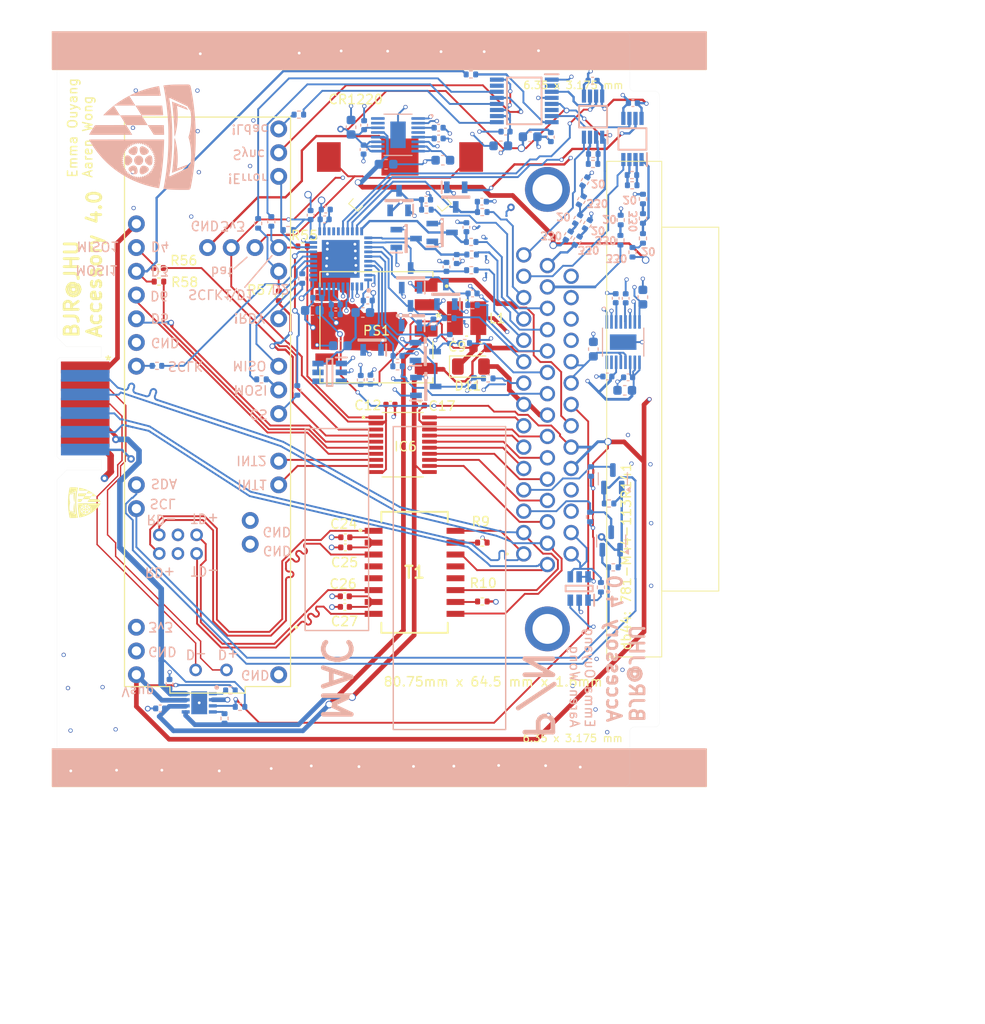
<source format=kicad_pcb>
(kicad_pcb (version 20240108) (generator "pcbnew") (generator_version "8.0")
  (layers (0 "F.Cu" signal) (1 "In1.Cu" signal) (2 "In2.Cu" signal) (31 "B.Cu" signal) (34 "B.Paste" user) (35 "F.Paste" user) (36 "B.SilkS" user "B.Silkscreen") (37 "F.SilkS" user "F.Silkscreen") (38 "B.Mask" user) (39 "F.Mask" user) (44 "Edge.Cuts" user))
  (net 0 "")
  (net 1 "Net-(IC1-BYPASS)")
  (net 2 "5v_buck")
  (net 3 "Net-(IC1-NR)")
  (net 4 "Net-(IC2-BYPASS)")
  (net 5 "Net-(IC2-NR)")
  (net 6 "Net-(BT1-+)")
  (net 7 "Net-(R13-Pad2)")
  (net 8 "5v_reful")
  (net 9 "5v_ref")
  (net 10 "Net-(T1-TCT)")
  (net 11 "Net-(T1-RCT)")
  (net 12 "Net-(IC9-REGCAPA)")
  (net 13 "Net-(IC9-REGCAPD)")
  (net 14 "5v_supply")
  (net 15 "12v_schot")
  (net 22 "2v5_ref")
  (net 23 "sg1-")
  (net 24 "Net-(IC5-RG_1)")
  (net 25 "Net-(IC5-RG_2)")
  (net 26 "3v3")
  (net 27 "sg1")
  (net 28 "2v5_reful_dev")
  (net 29 "5v_reful_dev")
  (net 30 "SCLK1")
  (net 31 "Net-(R15-Pad2)")
  (net 32 "Net-(R17-Pad2)")
  (net 33 "Net-(R49-Pad2)")
  (net 34 "AN3")
  (net 35 "sg2-")
  (net 36 "sg2")
  (net 37 "D4_3v3")
  (net 38 "D5_3v3")
  (net 39 "D6_3v3")
  (net 40 "Net-(R51-Pad2)")
  (net 41 "Net-(R53-Pad2)")
  (net 42 "SCLK")
  (net 43 "!CS")
  (net 44 "!ERROR")
  (net 45 "AN2")
  (net 48 "AN1")
  (net 49 "usb_d+")
  (net 50 "usb_d-")
  (net 51 "Rx-")
  (net 52 "Rx+")
  (net 53 "Tx-")
  (net 54 "Tx+")
  (net 57 "Net-(T1-TXCT)")
  (net 58 "Net-(T1-RXCT)")
  (net 59 "Rd+")
  (net 60 "AN4")
  (net 61 "Net-(IC4-RG_1)")
  (net 62 "Net-(IC4-RG_2)")
  (net 63 "QS1S")
  (net 64 "DAC_BIAS_A")
  (net 65 "QS2S")
  (net 66 "DAC_BIAS_B")
  (net 67 "Rd-")
  (net 68 "Td+")
  (net 69 "Td-")
  (net 70 "D1_3v3")
  (net 75 "D2_3v3")
  (net 76 "D3_3v3")
  (net 77 "GPIO{slash}INT2_3v3")
  (net 78 "GPIO{slash}INT1_3v3")
  (net 80 "D3")
  (net 84 "D2")
  (net 85 "D1")
  (net 87 "SCL")
  (net 88 "SDA")
  (net 89 "AN5")
  (net 90 "GPIO{slash}INT2")
  (net 91 "GPIO{slash}INT1")
  (net 92 "D6")
  (net 93 "D5")
  (net 94 "D4")
  (net 95 "AN10")
  (net 96 "AN9")
  (net 97 "AN8")
  (net 98 "AN7")
  (net 99 "AN6")
  (net 100 "2v5_reful")
  (net 103 "!LDAC")
  (net 104 "MOSI1")
  (net 106 "AN5_pre")
  (net 107 "AN4_pre")
  (net 108 "AN3_pre")
  (net 109 "AN2_pre")
  (net 110 "AN1_pre")
  (net 111 "QS1F")
  (net 112 "QS2F")
  (net 113 "AN10_pre")
  (net 114 "AN9_pre")
  (net 115 "AN8_pre")
  (net 116 "AN7_pre")
  (net 117 "AN6_pre")
  (net 118 "LS_EN")
  (net 119 "SCL_3v3")
  (net 120 "SDA_3v3")
  (net 121 "Net-(IC10-STAT)")
  (net 122 "Net-(IC9-DOUT{slash}~{RDY})")
  (net 123 "MISO")
  (net 124 "Net-(U1-MOSI)")
  (net 125 "MOSI")
  (net 126 "Net-(U1-SCK)")
  (net 127 "Net-(U1-CS1)")
  (net 128 "5v_usb")
  (net 129 "Net-(IC6-A1)")
  (net 130 "Net-(IC6-A2)")
  (net 131 "Net-(IC6-A3)")
  (net 132 "Net-(IC6-A5)")
  (net 133 "Net-(U1-OUT1B)")
  (net 134 "SYNC")
  (net 136 "12v B+")
  (net 137 "B-")
  (net 139 "Net-(IC10-ILIM)")
  (net 140 "usb_gnd")
  (net 141 "Net-(PS1-+VIN_(VCC))")
  (net 142 "Net-(IC8-SDO)")
  (net 143 "Net-(IC7-OUTA)")
  (net 144 "3v3_pre")
  (net 145 "3v3_pre2")
  (net 146 "LED_control")
  (footprint "Capacitor_SMD:C_0402_1005Metric" (layer "F.Cu") (at 31.3 60.41 180)
    (property "Reference" "C26")
    (property "Value" "0.1uF")
  )
  (footprint "21xt_footprints:aaren_mouser_db44_screws" (layer "F.Cu") (at 50.46 55.869 90)
    (property "Reference" "J1" (hide yes))
    (property "Value" "Conn_02x23_Counter_Clockwise" (hide yes))
  )
  (footprint "21xt_footprints:SOP65P640X120-20N" (layer "F.Cu") (at 37.495 44.18)
    (property "Reference" "IC6")
    (property "Value" "TXB0108PWR")
  )
  (footprint "LOGO" (layer "F.Cu") (at 3.42 50.38 90)
    (property "Reference" "G***" (hide yes))
    (property "Value" "LOGO" (hide yes))
  )
  (footprint "Capacitor_SMD:C_0402_1005Metric" (layer "F.Cu") (at 31.35 55.17 180)
    (property "Reference" "C25")
    (property "Value" "0.1uF")
  )
  (footprint "21xt_footprints:Double Sided Mezzanine Card Edge_Edge Side" (layer "F.Cu") (at 0.5 34.8)
    (property "Reference" "J2" (hide yes))
    (property "Value" "Mezzanine Edge")
    (fp_line (start 0 0.3) (end 0.25 0.05) (stroke (width 0.01)) (layer "Edge.Cuts"))
    (fp_line (start 0 10.7) (end 0 0.3) (stroke (width 0.01)) (layer "Edge.Cuts"))
    (fp_line (start 0 10.7) (end 0.25 10.95) (stroke (width 0.01)) (layer "Edge.Cuts"))
    (fp_line (start 0.25 0.05) (end 4.7 0.05) (stroke (width 0.01)) (layer "Edge.Cuts"))
    (fp_line (start 1 -1.1) (end 0 -2.1) (stroke (width 0.01)) (layer "Edge.Cuts"))
    (fp_line (start 1 12.1) (end 0 13.1) (stroke (width 0.01)) (layer "Edge.Cuts"))
    (fp_line (start 4.7 -1.1) (end 1 -1.1) (stroke (width 0.01)) (layer "Edge.Cuts"))
    (fp_line (start 4.7 0.05) (end 4.7 -1.1) (stroke (width 0.01)) (layer "Edge.Cuts"))
    (fp_line (start 4.7 10.95) (end 0.25 10.95) (stroke (width 0.01)) (layer "Edge.Cuts"))
    (fp_line (start 4.7 10.95) (end 4.7 12.1) (stroke (width 0.01)) (layer "Edge.Cuts"))
    (fp_line (start 4.7 12.1) (end 1 12.1) (stroke (width 0.01)) (layer "Edge.Cuts"))
  )
  (footprint "Resistor_SMD:R_0402_1005Metric" (layer "F.Cu") (at 11.4 26.72)
    (property "Reference" "R58")
    (property "Value" "20R")
  )
  (footprint "21xt_footprints:CONV_TRS_2-2419" (layer "F.Cu") (at 34.69 31.61)
    (property "Reference" "PS1")
    (property "Value" "TRS_2-1211")
  )
  (footprint "Capacitor_SMD:C_0603_1608Metric" (layer "F.Cu") (at 45.86 33.81)
    (property "Reference" "C9")
    (property "Value" "10uF")
  )
  (footprint "Resistor_SMD:R_0402_1005Metric" (layer "F.Cu") (at 46.03 54.66)
    (property "Reference" "R9")
    (property "Value" "52.5")
  )
  (footprint "NetTie:NetTie-2_SMD_Pad0.5mm" (layer "F.Cu") (at 41.34 36.11 180)
    (property "Reference" "NT1" (hide yes))
    (property "Value" "NetTie_2" (hide yes))
  )
  (footprint "21xt_footprints:1220 holder" (layer "F.Cu") (at 37.211 13.3858 180)
    (property "Reference" "BT1" (hide yes))
    (property "Value" "Battery_Cell" (hide yes))
  )
  (footprint "Capacitor_SMD:C_0402_1005Metric" (layer "F.Cu") (at 39.35 39.98 180)
    (property "Reference" "C17")
    (property "Value" "0.1uF")
  )
  (footprint "Capacitor_SMD:C_0402_1005Metric" (layer "F.Cu") (at 36.19 39.89)
    (property "Reference" "C12")
    (property "Value" "0.1uF")
  )
  (footprint "Resistor_SMD:R_0402_1005Metric" (layer "F.Cu") (at 26.78 22.96)
    (property "Reference" "R55")
    (property "Value" "20R")
  )
  (footprint "Resistor_SMD:R_0402_1005Metric" (layer "F.Cu") (at 46.03 60.96)
    (property "Reference" "R10")
    (property "Value" "52.5")
  )
  (footprint "21xt_footprints:749013011" (layer "F.Cu") (at 38.77 57.84 -90)
    (property "Reference" "T1")
    (property "Value" "749013011" (hide yes))
  )
  (footprint "Resistor_SMD:R_0402_1005Metric" (layer "F.Cu") (at 11.36 25.27)
    (property "Reference" "R56")
    (property "Value" "20R")
  )
  (footprint "Capacitor_SMD:C_0402_1005Metric" (layer "F.Cu") (at 31.31 61.54 180)
    (property "Reference" "C27")
    (property "Value" "0.1uF")
  )
  (footprint "Capacitor_SMD:C_0402_1005Metric" (layer "F.Cu") (at 31.36 54.09 180)
    (property "Reference" "C24")
    (property "Value" "0.1uF")
  )
  (footprint "21xt_footprints:MODULE_DEV-16771" (layer "F.Cu") (at 16.6 42.38 90)
    (property "Reference" "U1" (hide yes))
    (property "Value" "DEV-16771")
  )
  (footprint "Diode_SMD:D_1206_3216Metric" (layer "F.Cu") (at 44.8056 35.814)
    (property "Reference" "D11")
    (property "Value" "D_Schottky")
  )
  (footprint "21xt_footprints:IND_TCK-147_TRP" (layer "F.Cu") (at 44.3484 30.6324)
    (property "Reference" "L1")
    (property "Value" "15u")
  )
  (footprint "Resistor_SMD:R_0402_1005Metric" (layer "F.Cu") (at 24.24 28.25 -90)
    (property "Reference" "R57")
    (property "Value" "20R")
  )
  (footprint "Resistor_SMD:R_0402_1005Metric" (layer "B.Cu") (at 56.24 20.06 60)
    (property "Reference" "R50" (hide yes))
    (property "Value" "20")
  )
  (footprint "Capacitor_SMD:C_0402_1005Metric" (layer "B.Cu") (at 34.05 37.21 90)
    (property "Reference" "C28" (hide yes))
    (property "Value" "1uF")
  )
  (footprint "Capacitor_SMD:C_0402_1005Metric" (layer "B.Cu") (at 40.7924 31.2166 90)
    (property "Reference" "C43" (hide yes))
    (property "Value" "22 nF")
  )
  (footprint "Resistor_SMD:R_0402_1005Metric" (layer "B.Cu") (at 44.831 22.479)
    (property "Reference" "R22" (hide yes))
    (property "Value" "82")
  )
  (footprint "Resistor_SMD:R_0402_1005Metric" (layer "B.Cu") (at 57.565548 51.9179 90)
    (property "Reference" "R11" (hide yes))
    (property "Value" "10k")
  )
  (footprint "21xt_footprints:PESD5V0H1BSFYL_NEX" (layer "B.Cu") (at 45.6946 20.6121 90)
    (property "Reference" "D6" (hide yes))
    (property "Value" "D_TVS")
  )
  (footprint "21xt_footprints:PESD5V0H1BSFYL_NEX" (layer "B.Cu") (at 46.4312 23.7871 90)
    (property "Reference" "D7" (hide yes))
    (property "Value" "D_TVS")
  )
  (footprint "LOGO" (layer "B.Cu") (at 9.59 11.26 90)
    (property "Reference" "G***" (hide yes))
    (property "Value" "LOGO" (hide yes))
  )
  (footprint "21xt_footprints:PESD5V0H1BSFYL_NEX" (layer "B.Cu") (at 48.6156 19.8882 -90)
    (property "Reference" "D1" (hide yes))
    (property "Value" "D_TVS")
  )
  (footprint "Capacitor_SMD:C_0402_1005Metric" (layer "B.Cu") (at 59.42 36.88)
    (property "Reference" "C66" (hide yes))
    (property "Value" "0.1uF")
  )
  (footprint "21xt_footprints:SOP50P490X110-17N" (layer "B.Cu") (at 37 11.01 180)
    (property "Reference" "IC1" (hide yes))
    (property "Value" "LT6658AHMSE-2.5#PBF")
  )
  (footprint "21xt_footprints:SOT96P237X111-3N" (layer "B.Cu") (at 39.971 37.9476)
    (property "Reference" "U6" (hide yes))
    (property "Value" "BAT54SLT1G" (hide yes))
  )
  (footprint "Resistor_SMD:R_0402_1005Metric" (layer "B.Cu") (at 44.8056 4.5466)
    (property "Reference" "R32" (hide yes))
    (property "Value" "43R")
  )
  (footprint "Capacitor_SMD:C_0603_1608Metric" (layer "B.Cu") (at 63.22 28.38 -90)
    (property "Reference" "C18" (hide yes))
    (property "Value" "10uF")
  )
  (footprint "Capacitor_SMD:C_0603_1608Metric" (layer "B.Cu") (at 35.72 14.16 180)
    (property "Reference" "C3" (hide yes))
    (property "Value" "10uF")
  )
  (footprint "21xt_footprints:PESD5V0H1BSFYL_NEX" (layer "B.Cu") (at 46.5582 29.0449 -90)
    (property "Reference" "D8" (hide yes))
    (property "Value" "D_TVS")
  )
  (footprint "21xt_footprints:TPS2113ADRBR" (layer "B.Cu") (at 15.71 71.8075 180)
    (property "Reference" "IC10" (hide yes))
    (property "Value" "TPS2113ADRBR" (hide yes))
  )
  (footprint "Resistor_SMD:R_0402_1005Metric" (layer "B.Cu") (at 60.82 22.29 90)
    (property "Reference" "R17" (hide yes))
    (property "Value" "330")
  )
  (footprint "Capacitor_SMD:C_0402_1005Metric" (layer "B.Cu") (at 44.9834 27.9908)
    (property "Reference" "C50" (hide yes))
    (property "Value" "22 nF")
  )
  (footprint "Resistor_SMD:R_0402_1005Metric" (layer "B.Cu") (at 22.02 20.49 90)
    (property "Reference" "R46" (hide yes))
    (property "Value" "43R")
  )
  (footprint "Capacitor_SMD:C_0402_1005Metric" (layer "B.Cu") (at 41.35 10.25 180)
    (property "Reference" "C1" (hide yes))
    (property "Value" "1uF")
  )
  (footprint "21xt_footprints:SOT96P237X111-3N" (layer "B.Cu") (at 34.2224 32.9778 90)
    (property "Reference" "U11" (hide yes))
    (property "Value" "BAT54SLT1G" (hide yes))
  )
  (footprint "Resistor_SMD:R_0402_1005Metric" (layer "B.Cu") (at 19.05 70.48 180)
    (property "Reference" "R8" (hide yes))
    (property "Value" "100k")
  )
  (footprint "Capacitor_SMD:C_0402_1005Metric" (layer "B.Cu") (at 61.64 36.97)
    (property "Reference" "C7" (hide yes))
    (property "Value" "0.1uF")
  )
  (footprint "Capacitor_SMD:C_0402_1005Metric" (layer "B.Cu") (at 33.01 37.25 90)
    (property "Reference" "C16" (hide yes))
    (property "Value" "0.1uF")
  )
  (footprint "Capacitor_SMD:C_0402_1005Metric" (layer "B.Cu") (at 30.33 30.23)
    (property "Reference" "C33" (hide yes))
    (property "Value" "1uF")
  )
  (footprint "Resistor_SMD:R_0402_1005Metric" (layer "B.Cu") (at 11.185 35.74 180)
    (property "Reference" "R43" (hide yes))
    (property "Value" "43R")
  )
  (footprint "21xt_footprints:SOT96P237X111-3N" (layer "B.Cu") (at 42.1234 28.0838 90)
    (property "Reference" "U9" (hide yes))
    (property "Value" "BAT54SLT1G" (hide yes))
  )
  (footprint "Resistor_SMD:R_0402_1005Metric" (layer "B.Cu") (at 42.4942 30.6324)
    (property "Reference" "R24" (hide yes))
    (property "Value" "82")
  )
  (footprint "21xt_footprints:REF3450IDBVR" (layer "B.Cu") (at 29.68 36.44 180)
    (property "Reference" "IC3" (hide yes))
    (property "Value" "REF3450IDBVR" (hide yes))
  )
  (footprint "Capacitor_SMD:C_0603_1608Metric" (layer "B.Cu") (at 41.8 13.73)
    (property "Reference" "C13" (hide yes))
    (property "Value" "10uF")
  )
  (footprint "Resistor_SMD:R_0402_1005Metric" (layer "B.Cu") (at 36.9544 35.7886)
    (property "Reference" "R29" (hide yes))
    (property "Value" "82")
  )
  (footprint "Capacitor_SMD:C_0402_1005Metric" (layer "B.Cu") (at 44.323 20.9016 90)
    (property "Reference" "C11" (hide yes))
    (property "Value" "22 nF")
  )
  (footprint "Resistor_SMD:R_0402_1005Metric" (layer "B.Cu") (at 62.11 23.58 90)
    (property "Reference" "R13" (hide yes))
    (property "Value" "330")
  )
  (footprint "21xt_footprints:SOT96P237X111-3N" (layer "B.Cu") (at 38.354 26.323 90)
    (property "Reference" "U4" (hide yes))
    (property "Value" "BAT54SLT1G" (hide yes))
  )
  (footprint "21xt_footprints:PESD5V0H1BSFYL_NEX" (layer "B.Cu") (at 45.7962 33.1597 -90)
    (property "Reference" "D9" (hide yes))
    (property "Value" "D_TVS")
  )
  (footprint "Capacitor_SMD:C_0402_1005Metric" (layer "B.Cu") (at 11.53 72.41 180)
    (property "Reference" "C44" (hide yes))
    (property "Value" "0.1uF")
  )
  (footprint "Capacitor_SMD:C_0402_1005Metric" (layer "B.Cu") (at 60.31 28.5 -90)
    (property "Reference" "C5" (hide yes))
    (property "Value" "1uF")
  )
  (footprint "Resistor_SMD:R_0402_1005Metric" (layer "B.Cu") (at 57.8872 14.1264 180)
    (property "Reference" "R2" (hide yes))
    (property "Value" "R")
  )
  (footprint "Resistor_SMD:R_0402_1005Metric" (layer "B.Cu") (at 26.21 38.37 90)
    (property "Reference" "R48" (hide yes))
    (property "Value" "43R")
  )
  (footprint "21xt_footprints:SOP65P490X110-8N" (layer "B.Cu") (at 62.105 11.455 90)
    (property "Reference" "IC4" (hide yes))
    (property "Value" "INA827AIDGK" (hide yes))
  )
  (footprint "Capacitor_SMD:C_0603_1608Metric" (layer "B.Cu") (at 48.006 12.192 180)
    (property "Reference" "C23" (hide yes))
    (property "Value" "10uF")
  )
  (footprint "Resistor_SMD:R_0402_1005Metric" (layer "B.Cu") (at 56.19 22.35 60)
    (property "Reference" "R53" (hide yes))
    (property "Value" "330")
  )
  (footprint "Resistor_SMD:R_0402_1005Metric" (layer "B.Cu") (at 63.2308 17.881 90)
    (property "Reference" "R16" (hide yes))
    (property "Value" "20")
  )
  (footprint "21xt_footprints:SOT96P237X111-3N" (layer "B.Cu") (at 37.8714 22.1132)
    (property "Reference" "U8" (hide yes))
    (property "Value" "BAT54SLT1G" (hide yes))
  )
  (footprint "Capacitor_SMD:C_0402_1005Metric" (layer "B.Cu") (at 43.2816 24.3078 -90)
    (property "Reference" "C47" (hide yes))
    (property "Value" "22 nF")
  )
  (footprint "Capacitor_SMD:C_0402_1005Metric" (layer "B.Cu") (at 12.53 69.79 -90)
    (property "Reference" "C22" (hide yes))
    (property "Value" "0.1uF")
  )
  (footprint "Resistor_SMD:R_0402_1005Metric" (layer "B.Cu") (at 44.8818 23.8252)
    (property "Reference" "R27" (hide yes))
    (property "Value" "82")
  )
  (footprint "Capacitor_SMD:C_0402_1005Metric" (layer "B.Cu") (at 41.35 11.4 180)
    (property "Reference" "C4" (hide yes))
    (property "Value" "0.1uF")
  )
  (footprint "Resistor_SMD:R_0402_1005Metric" (layer "B.Cu") (at 44.9834 29.2354)
    (property "Reference" "R30" (hide yes))
    (property "Value" "82")
  )
  (footprint "21xt_footprints:PESD5V0H1BSFYL_NEX" (layer "B.Cu") (at 46.4566 22.3012 -90)
    (property "Reference" "D2" (hide yes))
    (property "Value" "D_TVS")
  )
  (footprint "21xt_footprints:SOP65P640X120-16N" (layer "B.Cu") (at 50.52 7.38 180)
    (property "Reference" "IC8" (hide yes))
    (property "Value" "AD5689RARUZ-RL7" (hide yes))
  )
  (footprint "21xt_footprints:PESD5V0H1BSFYL_NEX" (layer "B.Cu") (at 44.0944 30.734 90)
    (property "Reference" "D4" (hide yes))
    (property "Value" "D_TVS")
  )
  (footprint "Capacitor_SMD:C_0603_1608Metric" (layer "B.Cu") (at 51.15 11.22)
    (property "Reference" "C20" (hide yes))
    (property "Value" "10uF")
  )
  (footprint "Capacitor_SMD:C_0603_1608Metric" (layer "B.Cu") (at 27.83 29.81 180)
    (property "Reference" "C31" (hide yes))
    (property "Value" "10uF")
  )
  (footprint "21xt_footprints:SOT96P237X111-3N" (layer "B.Cu") (at 39.9202 34.2138)
    (property "Reference" "U10" (hide yes))
    (property "Value" "BAT54SLT1G" (hide yes))
  )
  (footprint "Resistor_SMD:R_0402_1005Metric" (layer "B.Cu") (at 55.235 21.801673 60)
    (property "Reference" "R49" (hide yes))
    (property "Value" "330")
  )
  (footprint "Capacitor_SMD:C_0402_1005Metric" (layer "B.Cu") (at 29.14 20.06 180)
    (property "Reference" "C39" (hide yes))
    (property "Value" "0.1uF")
  )
  (footprint "21xt_footprints:SOT96P237X111-3N" (layer "B.Cu") (at 43.18 17.6784 -90)
    (property "Reference" "U2" (hide yes))
    (property "Value" "BAT54SLT1G" (hide yes))
  )
  (footprint "21xt_footprints:PESD5V0H1BSFYL_NEX" (layer "B.Cu") (at 46.4312 25.6286 90)
    (property "Reference" "D3" (hide yes))
    (property "Value" "D_TVS")
  )
  (footprint "Capacitor_SMD:C_0603_1608Metric" (layer "B.Cu") (at 57.92 33.95 -90)
    (property "Reference" "C8" (hide yes))
    (property "Value" "10uF")
  )
  (footprint "Resistor_SMD:R_0402_1005Metric" (layer "B.Cu") (at 26.7462 26.3906 90)
    (property "Reference" "R31" (hide yes))
    (property "Value" "20R")
  )
  (footprint "21xt_footprints:SOT96P237X111-3N" (layer "B.Cu") (at 37.1148 18.048 90)
    (property "Reference" "U7" (hide yes))
    (property "Value" "BAT54SLT1G" (hide yes))
  )
  (footprint "Capacitor_SMD:C_0402_1005Metric" (layer "B.Cu") (at 62.1532 7.6196 180)
    (property "Reference" "C14" (hide yes))
    (property "Value" "0.1uF")
  )
  (footprint "21xt_footprints:SOP50P490X110-17N" (layer "B.Cu") (at 61.11 33.2 -90)
    (property "Reference" "IC2" (hide yes))
    (property "Value" "LT6658AHMSE-5#PBF")
  )
  (footprint "Resistor_SMD:R_0402_1005Metric" (layer "B.Cu") (at 59.601348 50.4721 180)
    (property "Reference" "R6" (hide yes))
    (property "Value" "10k")
  )
  (footprint "Package_TO_SOT_SMD:SOT-23" (layer "B.Cu") (at 60.005748 47.8305 90)
    (property "Reference" "Q2" (hide yes))
    (property "Value" "BSS138")
  )
  (footprint "Resistor_SMD:R_0402_1005Metric" (layer "B.Cu") (at 63.2308 22.0974 90)
    (property "Reference" "R14" (hide yes))
    (property "Value" "20")
  )
  (footprint "21xt_footprints:SOP65P490X110-8N" (layer "B.Cu") (at 57.8866 9.0678 90)
    (property "Reference" "IC5" (hide yes))
    (property "Value" "INA827AIDGK" (hide yes))
  )
  (footprint "Resistor_SMD:R_0402_1005Metric" (layer "B.Cu") (at 57.28 20.59 60)
    (property "Reference" "R54" (hide yes))
    (property "Value" "20")
  )
  (footprint "Resistor_SMD:R_0402_1005Metric" (layer "B.Cu") (at 18.42 73.48 -90)
    (property "Reference" "R19" (hide yes))
    (property "Value" "200R")
  )
  (footprint "Resistor_SMD:R_0402_1005Metric" (layer "B.Cu") (at 25.22 21.2 180)
    (property "Reference" "R7" (hide yes))
    (property "Value" "10k")
  )
  (footprint "Resistor_SMD:R_0402_1005Metric" (layer "B.Cu") (at 26.38 8.85 180)
    (property "Reference" "R47" (hide yes))
    (property "Value" "43R")
  )
  (footprint "Capacitor_SMD:C_0402_1005Metric" (layer "B.Cu") (at 27.64 19.6 90)
    (property "Reference" "C37" (hide yes))
    (property "Value" "0.1uF")
  )
  (footprint "Resistor_SMD:R_0402_1005Metric" (layer "B.Cu") (at 57.02 16 60)
    (property "Reference" "R52" (hide yes))
    (property "Value" "20")
  )
  (footprint "Capacitor_SMD:C_0603_1608Metric" (layer "B.Cu") (at 33.23 30.03)
    (property "Reference" "C35" (hide yes))
    (property "Value" "10uF")
  )
  (footprint "Capacitor_SMD:C_0402_1005Metric" (layer "B.Cu") (at 53.3654 11.2548 -90)
    (property "Reference" "C21" (hide yes))
    (property "Value" "0.1uF")
  )
  (footprint "Capacitor_SMD:C_0402_1005Metric" (layer "B.Cu") (at 45.1358 37.4904 -90)
    (property "Reference" "C45" (hide yes))
    (property "Value" "22 nF")
  )
  (footprint "Resistor_SMD:R_0402_1005Metric" (layer "B.Cu") (at 57.9126 13.0596 180)
    (property "Reference" "R4" (hide yes))
    (property "Value" "18")
  )
  (footprint "Resistor_SMD:R_0402_1005Metric" (layer "B.Cu") (at 62.0542 15.3158 180)
    (property "Reference" "R1" (hide yes))
    (property "Value" "R")
  )
  (footprint "21xt_footprints:PESD5V0H1BSFYL_NEX" (layer "B.Cu") (at 37.3888 37.1 90)
    (property "Reference" "D10" (hide yes))
    (property "Value" "D_TVS")
  )
  (footprint "Capacitor_SMD:C_0603_1608Metric" (layer "B.Cu") (at 31.97 10.2 -90)
    (property "Reference" "C30" (hide yes))
    (property "Value" "10uF")
  )
  (footprint "21xt_footprints:SOT95P280X145-6N" (layer "B.Cu") (at 56.4 59.57 90)
    (property "Reference" "IC7" (hide yes))
    (property "Value" "AD8591ARTZ-REEL7" (hide yes))
  )
  (footprint "Capacitor_SMD:C_0603_1608Metric" (layer "B.Cu") (at 30.82 33.58 180)
    (property "Reference" "C15" (hide yes))
    (property "Value" "22uF")
  )
  (footprint "Resistor_SMD:R_0402_1005Metric" (layer "B.Cu") (at 44.8544 25.5016)
    (property "Reference" "R23" (hide yes))
    (property "Value" "82")
  )
  (footprint "Capacitor_SMD:C_0402_1005Metric" (layer "B.Cu") (at 39.9996 17.9524)
    (property "Reference" "C46" (hide yes))
    (property "Value" "22 nF")
  )
  (footprint "Resistor_SMD:R_0402_1005Metric" (layer "B.Cu") (at 57.655548 47.0479 90)
    (property "Reference" "R12" (hide yes))
    (property "Value" "10k")
  )
  (footprint "Resistor_SMD:R_0402_1005Metric" (layer "B.Cu") (at 63.2308 19.9638 90)
    (property "Reference" "R15" (hide yes))
    (property "Value" "330")
  )
  (footprint "Capacitor_SMD:C_0402_1005Metric" (layer "B.Cu") (at 48.514 10.668 180)
    (property "Reference" "C42" (hide yes))
    (property "Value" "0.1uF")
  )
  (footprint "Resistor_SMD:R_0402_1005Metric" (layer "B.Cu") (at 22.3774 37.1856 180)
    (property "Reference" "R42" (hide yes))
    (property "Value" "43R")
  )
  (footprint "Capacitor_SMD:C_0402_1005Metric" (layer "B.Cu") (at 42.545 32.8702 90)
    (property "Reference" "C48" (hide yes))
    (property "Value" "22 nF")
  )
  (footprint "Capacitor_SMD:C_0402_1005Metric" (layer "B.Cu") (at 30.33 29.19)
    (property "Reference" "C34" (hide yes))
    (property "Value" "0.1uF")
  )
  (footprint "Capacitor_SMD:C_0402_1005Metric" (layer "B.Cu") (at 29.26 19.01 180)
    (property "Reference" "C40" (hide yes))
    (property "Value" "1uF")
  )
  (footprint "Resistor_SMD:R_0402_1005Metric" (layer "B.Cu") (at 20.08 72.24)
    (property "Reference" "R20" (hide yes))
    (property "Value" "100k")
  )
  (footprint "Capacitor_SMD:C_0402_1005Metric" (layer "B.Cu") (at 57.841 5.2168 180)
    (property "Reference" "C19" (hide yes))
    (property "Value" "0.1uF")
  )
  (footprint "Capacitor_SMD:C_0402_1005Metric" (layer "B.Cu") (at 36.9544 34.671)
    (property "Reference" "C49" (hide yes))
    (property "Value" "22 nF")
  )
  (footprint "21xt_footprints:SOT96P237X111-3N" (layer "B.Cu") (at 38.3388 30.3698 90)
    (property "Reference" "U5" (hide yes))
    (property "Value" "BAT54SLT1G" (hide yes))
  )
  (footprint "Capacitor_SMD:C_0603_1608Metric" (layer "B.Cu") (at 61.28 38.36)
    (property "Reference" "C41" (hide yes))
    (property "Value" "10uF")
  )
  (footprint "Capacitor_SMD:C_0402_1005Metric" (layer "B.Cu") (at 33.37 9.98 -90)
    (property "Reference" "C64" (hide yes))
    (property "Value" "0.1uF")
  )
  (footprint "Resistor_SMD:R_0402_1005Metric" (layer "B.Cu") (at 60.056548 57.3047 180)
    (property "Reference" "R5" (hide yes))
    (property "Value" "10k")
  )
  (footprint "Resistor_SMD:R_0402_1005Metric" (layer "B.Cu") (at 60.8454 20.131 90)
    (property "Reference" "R18" (hide yes))
    (property "Value" "20")
  )
  (footprint "Resistor_SMD:R_0402_1005Metric" (layer "B.Cu") (at 58.73 59.44 -90)
    (property "Reference" "R33" (hide yes))
    (property "Value" "20")
  )
  (footprint "Resistor_SMD:R_0402_1005Metric" (layer "B.Cu") (at 62.0796 16.408 180)
    (property "Reference" "R3" (hide yes))
    (property "Value" "18")
  )
  (footprint "Resistor_SMD:R_0402_1005Metric" (layer "B.Cu") (at 56.63 18.04 60)
    (property "Reference" "R51" (hide yes))
    (property "Value" "330")
  )
  (footprint "Capacitor_SMD:C_0402_1005Metric" (layer "B.Cu") (at 61.38 28.51 -90)
    (property "Reference" "C6" (hide yes))
    (property "Value" "0.1uF")
  )
  (footprint "Capacitor_SMD:C_0402_1005Metric" (layer "B.Cu") (at 42.1894 25.146 90)
    (property "Reference" "C29" (hide yes))
    (property "Value" "22 nF")
  )
  (footprint "Resistor_SMD:R_0402_1005Metric" (layer "B.Cu") (at 23.43 20.28 90)
    (property "Reference" "R45" (hide yes))
    (property "Value" "43R")
  )
  (footprint "Capacitor_SMD:C_0402_1005Metric" (layer "B.Cu") (at 45.9766 18.161)
    (property "Reference" "C10" (hide yes))
    (property "Value" "22 nF")
  )
  (footprint "Capacitor_SMD:C_0402_1005Metric" (layer "B.Cu") (at 28.36 28.45 180)
    (property "Reference" "C32" (hide yes))
    (property "Value" "0.1uF")
  )
  (footprint "Package_TO_SOT_SMD:SOT-23" (layer "B.Cu") (at 59.827948 54.4853 90)
    (property "Reference" "Q1" (hide yes))
    (property "Value" "BSS138")
  )
  (footprint "21xt_footprints:AD7175-8BCPZ-RL7" (layer "B.Cu") (at 30.86 24.29 90)
    (property "Reference" "IC9" (hide yes))
    (property "Value" "AD7175-8BCPZ-RL7" (hide yes))
  )
  (footprint "Resistor_SMD:R_0402_1005Metric" (layer "B.Cu") (at 46.6598 37.084)
    (property "Reference" "R25" (hide yes))
    (property "Value" "82")
  )
  (footprint "21xt_footprints:SOT96P237X111-3N" (layer "B.Cu") (at 41.7236 21.463)
    (property "Reference" "U3" (hide yes))
    (property "Value" "BAT54SLT1G" (hide yes))
  )
  (footprint "Capacitor_SMD:C_0402_1005Metric" (layer "B.Cu") (at 33.31 12.59 90)
    (property "Reference" "C2" (hide yes))
    (property "Value" "0.1uF")
  )
  (footprint "Resistor_SMD:R_0402_1005Metric" (layer "B.Cu") (at 44.1452 33.2994)
    (property "Reference" "R28" (hide yes))
    (property "Value" "82")
  )
  (footprint "Resistor_SMD:R_0402_1005Metric" (layer "B.Cu") (at 46.0228 19.2786)
    (property "Reference" "R21" (hide yes))
    (property "Value" "82")
  )
  (footprint "Resistor_SMD:R_0402_1005Metric" (layer "B.Cu") (at 40.0358 19.0218)
    (property "Reference" "R26" (hide yes))
    (property "Value" "82")
  )
  (footprint "21xt_footprints:PESD5V0H1BSFYL_NEX" (layer "B.Cu") (at 48.4378 37.5285 90)
    (property "Reference" "D5" (hide yes))
    (property "Value" "D_TVS")
  )
  (footprint "Capacitor_SMD:C_0402_1005Metric" (layer "B.Cu") (at 33.76 28.75)
    (property "Reference" "C36" (hide yes))
    (property "Value" "0.1uF")
  )
  (gr_rect (start 0 76.75) (end 70 80.75) (stroke (width 0.15)) (fill solid) (layer "B.SilkS"))
  (gr_rect (start 36.49 42.24) (end 48.53 74.67) (stroke (width 0.15)) (fill none) (layer "B.SilkS"))
  (gr_line (start 23.5 23.94) (end 20.59 27.33) (stroke (width 0.15)) (layer "B.SilkS"))
  (gr_rect (start 27.05 42.45) (end 33.85 64.07) (stroke (width 0.15)) (fill none) (layer "B.SilkS"))
  (gr_line (start 19.43 25.35) (end 20.82 24.12) (stroke (width 0.15)) (layer "B.SilkS"))
  (gr_line (start 19.7 27.46) (end 19.02 28.8) (stroke (width 0.15)) (layer "B.SilkS"))
  (gr_rect (start 0 0) (end 70 4) (stroke (width 0.15)) (fill solid) (layer "B.SilkS"))
  (gr_rect (start 0 0) (end 70 4) (stroke (width 0.15)) (fill solid) (layer "F.SilkS"))
  (gr_rect (start 0 76.75) (end 70 80.75) (stroke (width 0.15)) (fill solid) (layer "F.SilkS"))
  (gr_line (start 62.33 74.4) (end 64.5 74.4) (stroke (width 0.01)) (layer "Edge.Cuts"))
  (gr_arc (start 62.33 6.35) (mid 61.970589 6.217696) (end 61.81 5.87) (stroke (width 0.01)) (layer "Edge.Cuts"))
  (gr_arc (start 1 80.75) (mid 0.648663 80.601337) (end 0.5 80.25) (stroke (width 0.01)) (layer "Edge.Cuts"))
  (gr_arc (start 64.5 6.35) (mid 64.855624 6.501447) (end 65 6.86) (stroke (width 0.01)) (layer "Edge.Cuts"))
  (gr_arc (start 61.81 80.25) (mid 61.673553 80.599411) (end 61.33 80.75) (stroke (width 0.01)) (layer "Edge.Cuts"))
  (gr_line (start 0.5 80.25) (end 0.5 47.9) (stroke (width 0.01)) (layer "Edge.Cuts"))
  (gr_arc (start 61.81 74.88) (mid 61.970589 74.532304) (end 62.33 74.4) (stroke (width 0.01)) (layer "Edge.Cuts"))
  (gr_line (start 65 6.86) (end 65 73.9) (stroke (width 0.01)) (layer "Edge.Cuts"))
  (gr_line (start 61.81 80.25) (end 61.81 74.88) (stroke (width 0.01)) (layer "Edge.Cuts"))
  (gr_line (start 62.33 6.35) (end 64.5 6.35) (stroke (width 0.01)) (layer "Edge.Cuts"))
  (gr_line (start 61.81 0.5) (end 61.81 5.87) (stroke (width 0.01)) (layer "Edge.Cuts"))
  (gr_line (start 1 0) (end 61.33 0) (stroke (width 0.01)) (layer "Edge.Cuts"))
  (gr_arc (start 61.33 0) (mid 61.673552 0.150589) (end 61.81 0.5) (stroke (width 0.01)) (layer "Edge.Cuts"))
  (gr_arc (start 65 73.9) (mid 64.853553 74.253553) (end 64.5 74.4) (stroke (width 0.01)) (layer "Edge.Cuts"))
  (gr_line (start 1 80.75) (end 61.33 80.75) (stroke (width 0.01)) (layer "Edge.Cuts"))
  (gr_arc (start 0.5 0.5) (mid 0.648663 0.148663) (end 1 0) (stroke (width 0.01)) (layer "Edge.Cuts"))
  (gr_line (start 0.5 32.7) (end 0.5 0.5) (stroke (width 0.01)) (layer "Edge.Cuts"))
  (gr_text "3v3" (at 10.17 63.09 180) (layer "B.SilkS") (effects (font (size 1 1)) (justify left bottom mirror)))
  (gr_text "330" (at 59.24 22.29 180) (layer "B.SilkS") (effects (font (size 0.8 0.8) (thickness 0.17) (bold yes)) (justify mirror)))
  (gr_text "330\n" (at 53.41 21.79 180) (layer "B.SilkS") (effects (font (size 0.8 0.8) (thickness 0.17) (bold yes)) (justify mirror)))
  (gr_text "TD+" (at 14.71 51.48 180) (layer "B.SilkS") (effects (font (size 1 1)) (justify left bottom mirror)))
  (gr_text "D1" (at 19.58 27.5 180) (layer "B.SilkS") (effects (font (size 1 1)) (justify left bottom mirror)))
  (gr_text "20" (at 59.64 20.03 180) (layer "B.SilkS") (effects (font (size 0.8 0.8) (thickness 0.17) (bold yes)) (justify mirror)))
  (gr_text "D3" (at 10.42 24.99 180) (layer "B.SilkS") (effects (font (size 1 1)) (justify left bottom mirror)))
  (gr_text "20" (at 58.41 21.25 180) (layer "B.SilkS") (effects (font (size 0.8 0.8) (thickness 0.17) (bold yes)) (justify mirror)))
  (gr_text "TD-" (at 14.71 57.11 180) (layer "B.SilkS") (effects (font (size 1 1)) (justify left bottom mirror)))
  (gr_text "!Error" (at 18.69 15.08 180) (layer "B.SilkS") (effects (font (size 1 1)) (justify left bottom mirror)))
  (gr_text "SDA" (at 10.43 47.76 180) (layer "B.SilkS") (effects (font (size 1 1)) (justify left bottom mirror)))
  (gr_text "20\n" (at 63.8 23.48 180) (layer "B.SilkS") (effects (font (size 0.8 0.8) (thickness 0.17) (bold yes)) (justify mirror)))
  (gr_text "Emma Ouyang\nAaren Wong" (at 55.32 74.55 -90) (layer "B.SilkS") (effects (font (size 1 1)) (justify left bottom mirror)))
  (gr_text "330" (at 57.41 23.33 180) (layer "B.SilkS") (effects (font (size 0.8 0.8) (thickness 0.17) (bold yes)) (justify mirror)))
  (gr_text "BJR@JHU\nAccessory 4.0" (at 59.2328 74.041 270) (layer "B.SilkS") (effects (font (size 1.5 1.5) (thickness 0.3)) (justify left bottom mirror)))
  (gr_text "INT2" (at 19.59 45.29 180) (layer "B.SilkS") (effects (font (size 1 1)) (justify left bottom mirror)))
  (gr_text "3v3" (at 17.87 20.18 180) (layer "B.SilkS") (effects (font (size 1 1)) (justify left bottom mirror)))
  (gr_text "GND" (at 20.08 68.24 180) (layer "B.SilkS") (effects (font (size 1 1)) (justify left bottom mirror)))
  (gr_text "330" (at 62.19 20.28 90) (layer "B.SilkS") (effects (font (size 0.8 0.8) (thickness 0.17) (bold yes)) (justify mirror)))
  (gr_text "bat" (at 16.84 25.05 180) (layer "B.SilkS") (effects (font (size 1 1)) (justify left bottom mirror)))
  (gr_text "SCL" (at 10.31 49.9 180) (layer "B.SilkS") (effects (font (size 1 1)) (justify left bottom mirror)))
  (gr_text "Sync" (at 19.19 12.52 180) (layer "B.SilkS") (effects (font (size 1 1)) (justify left bottom mirror)))
  (gr_text "GND" (at 22.43 54.94 180) (layer "B.SilkS") (effects (font (size 1 1)) (justify left bottom mirror)))
  (gr_text "D6" (at 10.36 27.65 180) (layer "B.SilkS") (effects (font (size 1 1)) (justify left bottom mirror)))
  (gr_text "P/N" (at 50.19 75.99 270) (layer "B.SilkS") (effects (font (size 3 3) (thickness 0.5)) (justify left bottom mirror)))
  (gr_text "20" (at 54.71 19.77 180) (layer "B.SilkS") (effects (font (size 0.8 0.8) (thickness 0.17) (bold yes)) (justify mirror)))
  (gr_text "GND" (at 10.43 32.67 180) (layer "B.SilkS") (effects (font (size 1 1)) (justify left bottom mirror)))
  (gr_text "D4" (at 10.44 22.36 180) (layer "B.SilkS") (effects (font (size 1 1)) (justify left bottom mirror)))
  (gr_text "330" (at 60.4 24.22 180) (layer "B.SilkS") (effects (font (size 0.8 0.8) (thickness 0.17) (bold yes)) (justify mirror)))
  (gr_text "!Ldac" (at 19.07 9.83 180) (layer "B.SilkS") (effects (font (size 1 1)) (justify left bottom mirror)))
  (gr_text "D-" (at 14.1732 66.04 180) (layer "B.SilkS") (effects (font (size 1 1)) (justify left bottom mirror)))
  (gr_text "MISO1" (at 2.48 22.37 180) (layer "B.SilkS") (effects (font (size 1 1)) (justify left bottom mirror)))
  (gr_text "RD+" (at 9.79 57.25 180) (layer "B.SilkS") (effects (font (size 1 1)) (justify left bottom mirror)))
  (gr_text "D+" (at 17.6022 66.04 180) (layer "B.SilkS") (effects (font (size 1 1)) (justify left bottom mirror)))
  (gr_text "MISO" (at 19.18 35.14 180) (layer "B.SilkS") (effects (font (size 1 1)) (justify left bottom mirror)))
  (gr_text "D5" (at 10.42 30.05 180) (layer "B.SilkS") (effects (font (size 1 1)) (justify left bottom mirror)))
  (gr_text "Vsup" (at 7.3 70.01 180) (layer "B.SilkS") (effects (font (size 1 1)) (justify left bottom mirror)))
  (gr_text "SCLK1" (at 14.43 27.5 180) (layer "B.SilkS") (effects (font (size 1 1)) (justify left bottom mirror)))
  (gr_text "MAC" (at 28.6 74.08 -90) (layer "B.SilkS") (effects (font (size 3 3) (thickness 0.5) (bold yes)) (justify left bottom mirror)))
  (gr_text "RD-" (at 9.97 51.61 180) (layer "B.SilkS") (effects (font (size 1 1)) (justify left bottom mirror)))
  (gr_text "MOSI1\n" (at 2.36 24.91 180) (layer "B.SilkS") (effects (font (size 1 1)) (justify left bottom mirror)))
  (gr_text "330" (at 58.35 18.33 180) (layer "B.SilkS") (effects (font (size 0.8 0.8) (thickness 0.17) (bold yes)) (justify mirror)))
  (gr_text "GND" (at 14.69 20.14 180) (layer "B.SilkS") (effects (font (size 1 1)) (justify left bottom mirror)))
  (gr_text "MOSI" (at 19.3 37.74 180) (layer "B.SilkS") (effects (font (size 1 1)) (justify left bottom mirror)))
  (gr_text "INT1" (at 19.69 47.86 180) (layer "B.SilkS") (effects (font (size 1 1)) (justify left bottom mirror)))
  (gr_text "20" (at 61.82 17.97 180) (layer "B.SilkS") (effects (font (size 0.8 0.8) (thickness 0.17) (bold yes)) (justify mirror)))
  (gr_text "CS" (at 20.99 40.34 180) (layer "B.SilkS") (effects (font (size 1 1)) (justify left bottom mirror)))
  (gr_text "SCLK\n" (at 12.26 35.19 180) (layer "B.SilkS") (effects (font (size 1 1)) (justify left bottom mirror)))
  (gr_text "D2" (at 23.32 26.93 180) (layer "B.SilkS") (effects (font (size 1 1)) (justify left bottom mirror)))
  (gr_text "GND" (at 10.14 65.73 180) (layer "B.SilkS") (effects (font (size 1 1)) (justify left bottom mirror)))
  (gr_text "!RDY" (at 19.32 30.03 180) (layer "B.SilkS") (effects (font (size 1 1)) (justify left bottom mirror)))
  (gr_text "GND" (at 22.4 52.91 180) (layer "B.SilkS") (effects (font (size 1 1)) (justify left bottom mirror)))
  (gr_text "20" (at 58.43 16.24 180) (layer "B.SilkS") (effects (font (size 0.8 0.8) (thickness 0.17) (bold yes)) (justify mirror)))
  (gr_text "db44: 781-M44-113R141" (at 62.03 66.28 90) (layer "F.SilkS") (effects (font (size 1 1)) (justify left bottom)))
  (gr_text "6.35 x 3.175 mm" (at 50.34 6.17 0) (layer "F.SilkS") (effects (font (size 0.8 0.8) (thickness 0.125)) (justify left bottom)))
  (gr_text "80.75mm x 64.5 mm x 1.6mm" (at 35.37 70.14 0) (layer "F.SilkS") (effects (font (size 1 1)) (justify left bottom)))
  (gr_text "BJR@JHU\nAccessory 4.0" (at 5.36 32.89 90) (layer "F.SilkS") (effects (font (size 1.5 1.5) (thickness 0.3)) (justify left bottom)))
  (gr_text "6.35 x 3.175 mm" (at 50.27 76.07 0) (layer "F.SilkS") (effects (font (size 0.8 0.8) (thickness 0.125)) (justify left bottom)))
  (gr_text "Emma Ouyang\nAaren Wong" (at 4.344 15.6942 90) (layer "F.SilkS") (effects (font (size 1 1)) (justify left bottom)))
  (gr_text "CR1220" (at 29.46 7.81 0) (layer "F.SilkS") (effects (font (size 1 1)) (justify left bottom)))
  (segment (start 40.86 10.26) (end 40.87 10.25) (width 0.2) (layer "B.Cu") (net 1))
  (segment (start 39.16 10.26) (end 40.86 10.26) (width 0.2) (layer "B.Cu") (net 1))
  (segment (start 37.58 34.91) (end 40.01 32.48) (width 0.5) (layer "F.Cu") (net 2))
  (segment (start 37.58 64.04) (end 37.58 34.91) (width 0.5) (layer "F.Cu") (net 2))
  (segment (start 40.01 32.48) (end 40.01 32.01) (width 0.5) (layer "F.Cu") (net 2))
  (segment (start 29.63 71.99) (end 37.58 64.04) (width 0.5) (layer "F.Cu") (net 2))
  (via (at 29.63 71.99) (size 0.8) (drill 0.6) (layers "F.Cu" "B.Cu") (net 2))
  (segment (start 29.63 71.99) (end 26.82 74.8) (width 0.5) (layer "B.Cu") (net 2))
  (segment (start 12.5075 72.1825) (end 14.26 72.1825) (width 0.5) (layer "B.Cu") (net 2))
  (segment (start 26.82 74.8) (end 12.95 74.8) (width 0.5) (layer "B.Cu") (net 2))
  (segment (start 12.95 74.8) (end 11.42 73.27) (width 0.5) (layer "B.Cu") (net 2))
  (segment (start 11.42 73.27) (end 12.5075 72.1825) (width 0.5) (layer "B.Cu") (net 2))
  (segment (start 40.87 11.4) (end 40.73 11.26) (width 0.2) (layer "B.Cu") (net 3))
  (segment (start 40.73 11.26) (end 39.16 11.26) (width 0.2) (layer "B.Cu") (net 3))
  (segment (start 60.385 31.015) (end 60.385 29.055) (width 0.2) (layer "B.Cu") (net 4))
  (segment (start 60.385 29.055) (end 60.31 28.98) (width 0.2) (layer "B.Cu") (net 4))
  (segment (start 60.36 31.04) (end 60.385 31.015) (width 0.2) (layer "B.Cu") (net 4))
  (segment (start 61.31 29.06) (end 61.38 28.99) (width 0.2) (layer "B.Cu") (net 5))
  (segment (start 61.31 30.99) (end 61.31 29.06) (width 0.2) (layer "B.Cu") (net 5))
  (segment (start 61.36 31.04) (end 61.31 30.99) (width 0.2) (layer "B.Cu") (net 5))
  (segment (start 42.601 15.6158) (end 33.378973 15.6158) (width 0.2) (layer "F.Cu") (net 6))
  (segment (start 32.36 15.45) (end 31.6552 15.45) (width 0.2) (layer "F.Cu") (net 6))
  (segment (start 31.6552 15.45) (end 29.591 13.3858) (width 0.2) (layer "F.Cu") (net 6))
  (segment (start 33.378973 15.6158) (end 33.213173 15.45) (width 0.2) (layer "F.Cu") (net 6))
  (segment (start 32.36 15.45) (end 26.07 21.74) (width 0.2) (layer "F.Cu") (net 6))
  (segment (start 23.02 21.74) (end 21.68 23.08) (width 0.2) (layer "F.Cu") (net 6))
  (segment (start 33.213173 15.45) (end 32.36 15.45) (width 0.2) (layer "F.Cu") (net 6))
  (segment (start 44.831 13.3858) (end 42.601 15.6158) (width 0.2) (layer "F.Cu") (net 6))
  (segment (start 26.07 21.74) (end 23.02 21.74) (width 0.2) (layer "F.Cu") (net 6))
  (segment (start 62.11 23.07) (end 62.7682 23.07) (width 0.2) (layer "B.Cu") (net 7))
  (segment (start 62.7682 23.07) (end 63.2308 22.6074) (width 0.2) (layer "B.Cu") (net 7))
  (via (at 32.11 28.702) (size 0.45) (drill 0.3) (layers "F.Cu" "B.Cu") (net 8))
  (segment (start 61.135 34.335) (end 60.604732 34.335) (width 0.2) (layer "B.Cu") (net 8))
  (segment (start 55.54 35.295) (end 55.932 35.687) (width 0.2) (layer "B.Cu") (net 8))
  (segment (start 60.86 35.36) (end 60.86 34.590268) (width 0.2) (layer "B.Cu") (net 8))
  (segment (start 32.11 28.702) (end 32.11 27.24) (width 0.2) (layer "B.Cu") (net 8))
  (segment (start 55.54 37.105) (end 55.54 37.581) (width 0.2) (layer "B.Cu") (net 8))
  (segment (start 55.932 35.687) (end 56.958 35.687) (width 0.2) (layer "B.Cu") (net 8))
  (segment (start 60.86 34.590268) (end 60.604732 34.335) (width 0.2) (layer "B.Cu") (net 8))
  (segment (start 56.958 35.687) (end 57.34 35.305) (width 0.2) (layer "B.Cu") (net 8))
  (segment (start 61.36 35.36) (end 61.36 34.56) (width 0.2) (layer "B.Cu") (net 8))
  (segment (start 60.604732 34.335) (end 58.31 34.335) (width 0.2) (layer "B.Cu") (net 8))
  (segment (start 57.34 35.305) (end 55.54 37.105) (width 0.2) (layer "B.Cu") (net 8))
  (segment (start 58.31 34.335) (end 57.34 35.305) (width 0.2) (layer "B.Cu") (net 8))
  (segment (start 61.36 34.56) (end 61.135 34.335) (width 0.2) (layer "B.Cu") (net 8))
  (segment (start 28.43 35.49) (end 29.23 35.49) (width 0.2) (layer "B.Cu") (net 9))
  (segment (start 33.81 27.487153) (end 33.81 26.54) (width 0.2) (layer "B.Cu") (net 9))
  (segment (start 33.282902 28.014251) (end 33.28 28.017153) (width 0.2) (layer "B.Cu") (net 9))
  (segment (start 29.23 35.49) (end 30.43 34.29) (width 0.2) (layer "B.Cu") (net 9))
  (segment (start 32.455 32.72) (end 32.455 30.03) (width 0.25) (layer "B.Cu") (net 9))
  (segment (start 31.595 33.58) (end 32.455 32.72) (width 0.25) (layer "B.Cu") (net 9))
  (segment (start 30.43 34.29) (end 30.885 34.29) (width 0.2) (layer "B.Cu") (net 9))
  (segment (start 33.282902 28.014251) (end 33.81 27.487153) (width 0.2) (layer "B.Cu") (net 9))
  (segment (start 30.885 34.29) (end 31.595 33.58) (width 0.2) (layer "B.Cu") (net 9))
  (segment (start 28.43 36.44) (end 28.43 35.49) (width 0.2) (layer "B.Cu") (net 9))
  (segment (start 33.28 28.017153) (end 33.28 28.75) (width 0.2) (layer "B.Cu") (net 9))
  (segment (start 33.28 29.205) (end 33.28 28.75) (width 0.2) (layer "B.Cu") (net 9))
  (segment (start 32.455 30.03) (end 33.28 29.205) (width 0.2) (layer "B.Cu") (net 9))
  (segment (start 33.86 61.54) (end 34.385 61.015) (width 0.2) (layer "F.Cu") (net 10))
  (segment (start 31.78 60.41) (end 33.78 60.41) (width 0.2) (layer "F.Cu") (net 10))
  (segment (start 33.78 60.41) (end 34.385 61.015) (width 0.2) (layer "F.Cu") (net 10))
  (segment (start 31.79 61.54) (end 33.86 61.54) (width 0.2) (layer "F.Cu") (net 10))
  (segment (start 31.83 55.17) (end 33.88 55.17) (width 0.2) (layer "F.Cu") (net 11))
  (segment (start 31.84 54.09) (end 33.81 54.09) (width 0.2) (layer "F.Cu") (net 11))
  (segment (start 33.81 54.09) (end 34.385 54.665) (width 0.2) (layer "F.Cu") (net 11))
  (segment (start 33.88 55.17) (end 34.385 54.665) (width 0.2) (layer "F.Cu") (net 11))
  (segment (start 30.11 28.21) (end 30.11 27.24) (width 0.2) (layer "B.Cu") (net 12))
  (segment (start 30.82 29.96) (end 30.82 28.92) (width 0.2) (layer "B.Cu") (net 12))
  (segment (start 30.11 28.21) (end 30.82 28.92) (width 0.2) (layer "B.Cu") (net 12))
  (segment (start 29.62 19.13) (end 29.74 19.01) (width 0.2) (layer "B.Cu") (net 13))
  (segment (start 29.11 20.57) (end 29.62 20.06) (width 0.2) (layer "B.Cu") (net 13))
  (segment (start 29.11 21.34) (end 29.11 20.57) (width 0.2) (layer "B.Cu") (net 13))
  (segment (start 29.62 20.06) (end 29.62 19.13) (width 0.2) (layer "B.Cu") (net 13))
  (segment (start 35.752463 6.32) (end 42.114463 6.32) (width 0.2) (layer "F.Cu") (net 14))
  (segment (start 57.880548 48.858652) (end 57.880548 53.0779) (width 0.2) (layer "F.Cu") (net 14))
  (segment (start 52.049 42.129) (end 53.415505 42.129) (width 0.2) (layer "F.Cu") (net 14))
  (segment (start 57.95 54.129239) (end 57.95 58.81) (width 0.2) (layer "F.Cu") (net 14))
  (segment (start 57.895 51.54) (end 57.895 46.155) (width 0.2) (layer "F.Cu") (net 14))
  (segment (start 46.67 40.02) (end 47.29 40.64) (width 0.2) (layer "F.Cu") (net 14))
  (segment (start 57.880548 54.059787) (end 57.95 54.129239) (width 0.2) (layer "F.Cu") (net 14))
  (segment (start 57.895 48.8442) (end 57.880548 48.858652) (width 0.2) (layer "F.Cu") (net 14))
  (segment (start 31.672463 10.4) (end 35.752463 6.32) (width 0.2) (layer "F.Cu") (net 14))
  (segment (start 51.84 75.71) (end 63.35 64.2) (width 0.5) (layer "F.Cu") (net 14))
  (segment (start 39.629336 41.905) (end 40.365 41.905) (width 0.2) (layer "F.Cu") (net 14))
  (segment (start 54.35 43.063495) (end 54.35 43.249) (width 0.2) (layer "F.Cu") (net 14))
  (segment (start 13.19 69.91) (end 13.17 69.93) (width 0.2) (layer "F.Cu") (net 14))
  (segment (start 59.48 44.57) (end 59.48 43.86) (width 0.2) (layer "F.Cu") (net 14))
  (segment (start 61.21 43.88) (end 59.5 43.88) (width 0.5) (layer "F.Cu") (net 14))
  (segment (start 55.54 44.439) (end 54.35 43.249) (width 0.2) (layer "F.Cu") (net 14))
  (segment (start 54.74 8.405) (end 55.05 8.405) (width 0.2) (layer "F.Cu") (net 14))
  (segment (start 63.35 46.02) (end 63.35 39.89) (width 0.5) (layer "F.Cu") (net 14))
  (segment (start 39.87 40.02) (end 40.8686 40.02) (width 0.2) (layer "F.Cu") (net 14))
  (segment (start 39.83 39.98) (end 39.28 40.53) (width 0.2) (layer "F.Cu") (net 14))
  (segment (start 48.240463 12.446) (end 50.2158 12.446) (width 0.2) (layer "F.Cu") (net 14))
  (segment (start 30.861 36.7538) (end 30.861 32.4104) (width 0.2) (layer "F.Cu") (net 14))
  (segment (start 42.114463 6.32) (end 48.240463 12.446) (width 0.2) (layer "F.Cu") (net 14))
  (segment (start 63.35 39.89) (end 63.92 39.32) (width 0.5) (layer "F.Cu") (net 14))
  (segment (start 56.94 9.29) (end 58.701752 11.051752) (width 0.2) (layer "F.Cu") (net 14))
  (segment (start 13.17 69.93) (end 10.11 69.93) (width 0.2) (layer "F.Cu") (net 14))
  (segment (start 30.861 32.4104) (end 30.7848 32.3342) (width 0.2) (layer "F.Cu") (net 14))
  (segment (start 10.11 69.93) (end 8.98 68.8) (width 0.2) (layer "F.Cu") (net 14))
  (segment (start 47.29 40.64) (end 49.533 40.64) (width 0.2) (layer "F.Cu") (net 14))
  (segment (start 50.699 12.446) (end 54.74 8.405) (width 0.2) (layer "F.Cu") (net 14))
  (segment (start 30.85 10.4) (end 31.672463 10.4) (width 0.2) (layer "F.Cu") (net 14))
  (segment (start 49.879 40.986) (end 50.906 40.986) (width 0.2) (layer "F.Cu") (net 14))
  (segment (start 40.8686 40.02) (end 46.67 40.02) (width 0.2) (layer "F.Cu") (net 14))
  (segment (start 32.6836 38.5764) (end 30.861 36.7538) (width 0.2) (layer "F.Cu") (net 14))
  (segment (start 39.28 41.555664) (end 39.629336 41.905) (width 0.2) (layer "F.Cu") (net 14))
  (segment (start 63.35 64.2) (end 63.35 46.02) (width 0.5) (layer "F.Cu") (net 14))
  (segment (start 12.49005 75.71) (end 51.84 75.71) (width 0.5) (layer "F.Cu") (net 14))
  (segment (start 58.701752 11.051752) (end 59.6976 11.051752) (width 0.2) (layer "F.Cu") (net 14))
  (segment (start 50.906 40.986) (end 52.049 42.129) (width 0.2) (layer "F.Cu") (net 14))
  (segment (start 63.35 46.02) (end 61.21 43.88) (width 0.5) (layer "F.Cu") (net 14))
  (segment (start 57.895 46.155) (end 59.48 44.57) (width 0.2) (layer "F.Cu") (net 14))
  (segment (start 50.2158 12.446) (end 50.699 12.446) (width 0.2) (layer "F.Cu") (net 14))
  (segment (start 8.98 72.19995) (end 12.49005 75.71) (width 0.5) (layer "F.Cu") (net 14))
  (segment (start 39.28 40.53) (end 39.28 41.555664) (width 0.2) (layer "F.Cu") (net 14))
  (segment (start 59.5 43.88) (end 59.48 43.86) (width 0.5) (layer "F.Cu") (net 14))
  (segment (start 39.83 39.98) (end 39.87 40.02) (width 0.2) (layer "F.Cu") (net 14))
  (segment (start 8.98 68.8) (end 8.98 72.19995) (width 0.5) (layer "F.Cu") (net 14))
  (segment (start 57.880548 53.0779) (end 57.880548 54.059787) (width 0.2) (layer "F.Cu") (net 14))
  (segment (start 49.533 40.64) (end 49.879 40.986) (width 0.2) (layer "F.Cu") (net 14))
  (segment (start 53.415505 42.129) (end 54.35 43.063495) (width 0.2) (layer "F.Cu") (net 14))
  (via (at 13.19 69.91) (size 0.45) (drill 0.3) (layers "F.Cu" "B.Cu") (net 14))
  (via (at 30.85 10.4) (size 0.7) (drill 0.4) (layers "F.Cu" "B.Cu") (net 14))
  (via (at 57.95 58.81) (size 0.45) (drill 0.3) (layers "F.Cu" "B.Cu") (net 14))
  (via (at 56.94 9.29) (size 0.45) (drill 0.3) (layers "F.Cu" "B.Cu") (net 14))
  (via (at 40.8686 40.02) (size 0.45) (drill 0.3) (layers "F.Cu" "B.Cu") (net 14))
  (via (at 30.7848 32.3342) (size 0.6) (drill 0.4) (layers "F.Cu" "B.Cu") (net 14))
  (via (at 50.2158 12.446) (size 0.8) (drill 0.6) (layers "F.Cu" "B.Cu") (net 14))
  (via (at 59.6976 11.051752) (size 0.45) (drill 0.3) (layers "F.Cu" "B.Cu") (net 14))
  (via (at 57.895 48.8442) (size 0.45) (drill 0.3) (layers "F.Cu" "B.Cu") (net 14))
  (via (at 59.48 43.86) (size 0.8) (drill 0.6) (layers "F.Cu" "B.Cu") (net 14))
  (via (at 32.6836 38.5764) (size 0.45) (drill 0.3) (layers "F.Cu" "B.Cu") (net 14))
  (via (at 57.880548 53.0779) (size 0.45) (drill 0.3) (layers "F.Cu" "B.Cu") (net 14))
  (via (at 55.05 8.405) (size 0.6) (drill 0.4) (layers "F.Cu" "B.Cu") (net 14))
  (via (at 63.92 39.32) (size 0.45) (drill 0.3) (layers "F.Cu" "B.Cu") (net 14))
  (segment (start 33.97 11.76) (end 34.84 11.76) (width 0.2) (layer "B.Cu") (net 14))
  (segment (start 28.6 28.21) (end 28.6 27.25) (width 0.2) (layer "B.Cu") (net 14))
  (segment (start 34.06 12.76) (end 34.84 12.76) (width 0.2) (layer "B.Cu") (net 14))
  (segment (start 28.6 27.25) (end 28.61 27.24) (width 0.2) (layer "B.Cu") (net 14))
  (segment (start 31.97 10.975) (end 32.855 10.975) (width 0.2) (layer "B.Cu") (net 14))
  (segment (start 28.84 28.45) (end 29.11 28.18) (width 0.2) (layer "B.Cu") (net 14))
  (segment (start 28.605 29.81) (end 28.83 29.585) (width 0.2) (layer "B.Cu") (net 14))
  (segment (start 50.375 12.2868) (end 50.375 11.22) (width 0.25) (layer "B.Cu") (net 14))
  (segment (start 14.26 71.5325) (end 11.7125 71.5325) (width 0.5) (layer "B.Cu") (net 14))
  (segment (start 31.395 10.4) (end 31.97 10.975) (width 0.2) (layer "B.Cu") (net 14))
  (segment (start 57.565548 52.4279) (end 57.565548 52.7629) (width 0.2) (layer "B.Cu") (net 14))
  (segment (start 57.826 44.439) (end 55.54 44.439) (width 0.3) (layer "B.Cu") (net 14))
  (segment (start 58.405 43.86) (end 57.826 44.439) (width 0.3) (layer "B.Cu") (net 14))
  (segment (start 54.35 7.705) (end 53.458 7.705) (width 0.2) (layer "B.Cu") (net 14))
  (segment (start 33.41 12.11) (end 34.06 12.76) (width 0.2) (layer "B.Cu") (net 14))
  (segment (start 53.0606 10.47) (end 53.3654 10.7748) (width 0.25) (layer "B.Cu") (net 14))
  (segment (start 28.83 29.585) (end 28.83 28.46) (width 0.2) (layer "B.Cu") (net 14))
  (segment (start 13.19 69.91) (end 18.99 69.91) (width 0.2) (layer "B.Cu") (net 14))
  (segment (start 57.895 48.8442) (end 57.7554 48.7046) (width 0.2) (layer "B.Cu") (net 14))
  (segment (start 30.7848 32.3342) (end 28.605 30.1544) (width 0.2) (layer "B.Cu") (net 14))
  (segment (start 28.84 28.45) (end 28.6 28.21) (width 0.2) (layer "B.Cu") (net 14))
  (segment (start 51.125 10.47) (end 53.0606 10.47) (width 0.25) (layer "B.Cu") (net 14))
  (segment (start 33.57 10.26) (end 34.84 10.26) (width 0.2) (layer "B.Cu") (net 14))
  (segment (start 57.46 58.32) (end 57.95 58.81) (width 0.2) (layer "B.Cu") (net 14))
  (segment (start 55.54 46.725) (end 58.405 43.86) (width 0.3) (layer "B.Cu") (net 14))
  (segment (start 32.175 10.975) (end 33.31 12.11) (width 0.2) (layer "B.Cu") (net 14))
  (segment (start 33.31 12.11) (end 33.41 12.11) (width 0.2) (layer "B.Cu") (net 14))
  (segment (start 28.605 30.1544) (end 28.605 29.81) (width 0.2) (layer "B.Cu") (net 14))
  (segment (start 11.7125 71.5325) (end 8.98 68.8) (width 0.5) (layer "B.Cu") (net 14))
  (segment (start 56.055 8.405) (end 55.05 8.405) (width 0.2) (layer "B.Cu") (net 14))
  (segment (start 50.375 11.22) (end 51.125 10.47) (width 0.25) (layer "B.Cu") (net 14))
  (segment (start 32.6836 38.5764) (end 34.1272 40.02) (width 0.2) (layer "B.Cu") (net 14))
  (segment (start 54.35 7.705) (end 55.05 8.405) (width 0.2) (layer "B.Cu") (net 14))
  (segment (start 33.46 12.26) (end 34.84 12.26) (width 0.2) (layer "B.Cu") (net 14))
  (segment (start 57.565548 52.7629) (end 57.880548 53.0779) (width 0.2) (layer "B.Cu") (net 14))
  (segment (start 28.83 28.46) (end 28.84 28.45) (width 0.2) (layer "B.Cu") (net 14))
  (segment (start 34.1272 40.02) (end 40.8686 40.02) (width 0.2) (layer "B.Cu") (net 14))
  (segment (start 57.35 58.32) (end 57.46 58.32) (width 0.2) (layer "B.Cu") (net 14))
  (segment (start 33.31 12.11) (end 33.62 12.11) (width 0.2) (layer "B.Cu") (net 14))
  (segment (start 18.99 69.91) (end 19.56 70.48) (width 0.2) (layer "B.Cu") (net 14))
  (segment (start 56.94 9.29) (end 56.055 8.405) (width 0.2) (layer "B.Cu") (net 14))
  (segment (start 57.655548 48.604748) (end 57.655548 47.5579) (width 0.2) (layer "B.Cu") (net 14))
  (segment (start 30.85 10.4) (end 31.395 10.4) (width 0.2) (layer "B.Cu") (net 14))
  (segment (start 32.855 10.975) (end 33.37 10.46) (width 0.2) (layer "B.Cu") (net 14))
  (segment (start 33.37 10.46) (end 33.57 10.26) (width 0.2) (layer "B.Cu") (net 14))
  (segment (start 33.31 12.11) (end 33.46 12.26) (width 0.2) (layer "B.Cu") (net 14))
  (segment (start 50.2158 12.446) (end 50.375 12.2868) (width 0.25) (layer "B.Cu") (net 14))
  (segment (start 29.11 28.18) (end 29.11 27.24) (width 0.2) (layer "B.Cu") (net 14))
  (segment (start 56.4 58.32) (end 57.35 58.32) (width 0.2) (layer "B.Cu") (net 14))
  (segment (start 33.62 12.11) (end 33.97 11.76) (width 0.2) (layer "B.Cu") (net 14))
  (segment (start 58.405 43.86) (end 59.48 43.86) (width 0.3) (layer "B.Cu") (net 14))
  (segment (start 57.7554 48.7046) (end 57.655548 48.604748) (width 0.2) (layer "B.Cu") (net 14))
  (segment (start 31.97 10.975) (end 32.175 10.975) (width 0.2) (layer "B.Cu") (net 14))
  (segment (start 41.36 30.98) (end 41.7 31.32) (width 0.2) (layer "F.Cu") (net 15))
  (segment (start 38.33 33.07) (end 38.33 31.33) (width 0.2) (layer "F.Cu") (net 15))
  (segment (start 45.5984 33.2966) (end 45.5984 30.6324) (width 0.5) (layer "F.Cu") (net 15))
  (segment (start 38.33 31.33) (end 38.68 30.98) (width 0.2) (layer "F.Cu") (net 15))
  (segment (start 35.02 36.38) (end 38.33 33.07) (width 0.2) (layer "F.Cu") (net 15))
  (segment (start 45.085 33.81) (end 45.5984 33.2966) (width 0.5) (layer "F.Cu") (net 15))
  (segment (start 47.2186 30.6324) (end 45.5984 30.6324) (width 0.4) (layer "F.Cu") (net 15))
  (segment (start 42.95 33.81) (end 45.085 33.81) (width 0.2) (layer "F.Cu") (net 15))
  (segment (start 48.6918 32.1056) (end 47.2186 30.6324) (width 0.4) (layer "F.Cu") (net 15))
  (segment (start 35.02 37.72) (end 35.02 36.38) (width 0.2) (layer "F.Cu") (net 15))
  (segment (start 45.085 33.81) (end 45.085 34.1346) (width 0.5) (layer "F.Cu") (net 15))
  (segment (start 41.7 32.56) (end 42.95 33.81) (width 0.2) (layer "F.Cu") (net 15))
  (segment (start 38.68 30.98) (end 41.36 30.98) (width 0.2) (layer "F.Cu") (net 15))
  (segment (start 45.085 34.1346) (end 43.4056 35.814) (width 0.5) (layer "F.Cu") (net 15))
  (segment (start 41.7 31.32) (end 41.7 32.56) (width 0.2) (layer "F.Cu") (net 15))
  (via (at 35.02 37.72) (size 0.45) (drill 0.3) (layers "F.Cu" "B.Cu") (net 15))
  (via (at 57.3024 37.3634) (size 0.45) (drill 0.3) (layers "F.Cu" "B.Cu") (net 15))
  (via (at 48.6918 32.1056) (size 0.45) (drill 0.3) (layers "F.Cu" "B.Cu") (net 15))
  (segment (start 28.43 37.39) (end 28.63 37.59) (width 0.2) (layer "B.Cu") (net 15))
  (segment (start 62.055 38.9608) (end 62.055 38.36) (width 0.3) (layer "B.Cu") (net 15))
  (segment (start 59.755 37.3238) (end 58.5089 38.5699) (width 0.3) (layer "B.Cu") (net 15))
  (segment (start 34.01 37.73) (end 34.05 37.69) (width 0.2) (layer "B.Cu") (net 15))
  (segment (start 61.6966 39.3192) (end 62.055 38.9608) (width 0.3) (layer "B.Cu") (net 15))
  (segment (start 62.86 36.19) (end 62.86 35.36) (width 0.2) (layer "B.Cu") (net 15))
  (segment (start 62.235 37.045) (end 62.13 36.94) (width 0.2) (layer "B.Cu") (net 15))
  (segment (start 62.235 38.24) (end 62.235 37.045) (width 0.2) (layer "B.Cu") (net 15))
  (segment (start 32.87 37.59) (end 33.01 37.73) (width 0.2) (layer "B.Cu") (net 15))
  (segment (start 59.755 37.025) (end 59.755 37.3238) (width 0.3) (layer "B.Cu") (net 15))
  (segment (start 61.86 36.67) (end 61.86 35.36) (width 0.2) (layer "B.Cu") (net 15))
  (segment (start 62.37 36.17) (end 62.37 35.37) (width 0.2) (layer "B.Cu") (net 15))
  (segment (start 28.63 37.59) (end 32.87 37.59) (width 0.2) (layer "B.Cu") (net 15))
  (segment (start 33.01 37.73) (end 35.01 37.73) (width 0.2) (layer "B.Cu") (net 15))
  (segment (start 35.01 37.73) (end 35.02 37.72) (width 0.2) (layer "B.Cu") (net 15))
  (segment (start 62.18 36.89) (end 62.18 36.36) (width 0.2) (layer "B.Cu") (net 15))
  (segment (start 59.9 36.88) (end 59.755 37.025) (width 0.2) (layer "B.Cu") (net 15))
  (segment (start 62.13 36.92) (end 62.86 36.19) (width 0.2) (layer "B.Cu") (net 15))
  (segment (start 62.13 36.94) (end 62.18 36.89) (width 0.2) (layer "B.Cu") (net 15))
  (segment (start 60.36 36.42) (end 60.36 35.36) (width 0.2) (layer "B.Cu") (net 15))
  (segment (start 59.2582 39.3192) (end 61.6966 39.3192) (width 0.3) (layer "B.Cu") (net 15))
  (segment (start 59.9 36.88) (end 60.36 36.42) (width 0.2) (layer "B.Cu") (net 15))
  (segment (start 62.13 36.94) (end 62.13 36.92) (width 0.2) (layer "B.Cu") (net 15))
  (segment (start 58.5089 38.5699) (end 57.3024 37.3634) (width 0.3) (layer "B.Cu") (net 15))
  (segment (start 58.5089 38.5699) (end 59.2582 39.3192) (width 0.3) (layer "B.Cu") (net 15))
  (segment (start 33.01 37.73) (end 34.01 37.73) (width 0.2) (layer "B.Cu") (net 15))
  (segment (start 62.18 36.36) (end 62.37 36.17) (width 0.2) (layer "B.Cu") (net 15))
  (segment (start 62.37 35.37) (end 62.36 35.36) (width 0.2) (layer "B.Cu") (net 15))
  (segment (start 62.13 36.94) (end 61.86 36.67) (width 0.2) (layer "B.Cu") (net 15))
  (via (at 55.57 4.8) (size 0.45) (drill 0.3) (layers "F.Cu" "B.Cu") (net 22))
  (via (at 31.47 29.84) (size 0.45) (drill 0.3) (layers "F.Cu" "B.Cu") (net 22))
  (segment (start 31.47 29.84) (end 31.47 28.902053) (width 0.2) (layer "B.Cu") (net 22))
  (segment (start 31.63 28.742053) (end 31.63 27.26) (width 0.2) (layer "B.Cu") (net 22))
  (segment (start 55.265 5.105) (end 53.458 5.105) (width 0.2) (layer "B.Cu") (net 22))
  (segment (start 31.47 28.902053) (end 31.63 28.742053) (width 0.2) (layer "B.Cu") (net 22))
  (segment (start 55.57 4.8) (end 55.265 5.105) (width 0.2) (layer "B.Cu") (net 22))
  (segment (start 31.63 27.26) (end 31.61 27.24) (width 0.2) (layer "B.Cu") (net 22))
  (segment (start 63.8258 14.4008) (end 63.8258 19.8788) (width 0.25) (layer "B.Cu") (net 23))
  (segment (start 63.8258 19.8788) (end 63.2308 20.4738) (width 0.25) (layer "B.Cu") (net 23))
  (segment (start 63.08 13.655) (end 63.8258 14.4008) (width 0.25) (layer "B.Cu") (net 23))
  (segment (start 63.2308 21.5874) (end 63.2308 20.4738) (width 0.25) (layer "B.Cu") (net 23))
  (segment (start 58.4226 12.4394) (end 58.4226 13.0596) (width 0.25) (layer "B.Cu") (net 24))
  (segment (start 58.357 11.6914) (end 58.357 12.3738) (width 0.25) (layer "B.Cu") (net 24))
  (segment (start 58.3972 14.1264) (end 58.3972 13.085) (width 0.25) (layer "B.Cu") (net 24))
  (segment (start 58.3972 13.085) (end 58.4226 13.0596) (width 0.25) (layer "B.Cu") (net 24))
  (segment (start 58.357 12.3738) (end 58.4226 12.4394) (width 0.25) (layer "B.Cu") (net 24))
  (segment (start 57.4026 13.0596) (end 57.3792 13.0362) (width 0.25) (layer "B.Cu") (net 25))
  (segment (start 57.3792 12.4246) (end 57.5616 12.2422) (width 0.25) (layer "B.Cu") (net 25))
  (segment (start 57.5616 12.2422) (end 57.5616 11.2678) (width 0.25) (layer "B.Cu") (net 25))
  (segment (start 57.3772 14.1264) (end 57.3772 13.085) (width 0.25) (layer "B.Cu") (net 25))
  (segment (start 57.3772 13.085) (end 57.4026 13.0596) (width 0.25) (layer "B.Cu") (net 25))
  (segment (start 57.3792 13.0362) (end 57.3792 12.4246) (width 0.25) (layer "B.Cu") (net 25))
  (segment (start 57.2 56.66) (end 57.2 55.243) (width 0.2) (layer "B.Cu") (net 26))
  (segment (start 57.76 57.47) (end 58.73 58.44) (width 0.2) (layer "B.Cu") (net 26))
  (segment (start 55.45 57.87) (end 55.85 57.47) (width 0.2) (layer "B.Cu") (net 26))
  (segment (start 55.45 58.32) (end 55.45 57.87) (width 0.2) (layer "B.Cu") (net 26))
  (segment (start 56.39 57.47) (end 57.2 56.66) (width 0.2) (layer "B.Cu") (net 26))
  (segment (start 55.45 55.959) (end 55.54 55.869) (width 0.2) (layer "B.Cu") (net 26))
  (segment (start 56.5 57.47) (end 57.76 57.47) (width 0.2) (layer "B.Cu") (net 26))
  (segment (start 57.2 55.243) (end 55.54 53.583) (width 0.2) (layer "B.Cu") (net 26))
  (segment (start 56.5 57.47) (end 56.5 56.829) (width 0.2) (layer "B.Cu") (net 26))
  (segment (start 56.39 57.47) (end 56.5 57.47) (width 0.2) (layer "B.Cu") (net 26))
  (segment (start 55.85 57.47) (end 56.39 57.47) (width 0.2) (layer "B.Cu") (net 26))
  (segment (start 56.5 56.829) (end 55.54 55.869) (width 0.2) (layer "B.Cu") (net 26))
  (segment (start 58.73 58.44) (end 58.73 58.93) (width 0.2) (layer "B.Cu") (net 26))
  (segment (start 59.3344 12.5222) (end 60.9854 10.8712) (width 0.25) (layer "F.Cu") (net 27))
  (segment (start 54.5084 13.6795) (end 55.6657 12.5222) (width 0.25) (layer "F.Cu") (net 27))
  (segment (start 60.9854 10.8712) (end 60.9854 10.855) (width 0.25) (layer "F.Cu") (net 27))
  (segment (start 55.6657 12.5222) (end 59.3344 12.5222) (width 0.25) (layer "F.Cu") (net 27))
  (via (at 60.9854 10.855) (size 0.45) (drill 0.3) (layers "F.Cu" "B.Cu") (net 27))
  (via (at 54.5084 13.6795) (size 0.45) (drill 0.3) (layers "F.Cu" "B.Cu") (net 27))
  (segment (start 62.43 10.205) (end 62.43 9.255) (width 0.25) (layer "B.Cu") (net 27))
  (segment (start 51.11743 14.2494) (end 49.82683 15.54) (width 0.2) (layer "B.Cu") (net 27))
  (segment (start 52.401574 14.2494) (end 51.11743 14.2494) (width 0.2) (layer "B.Cu") (net 27))
  (segment (start 54.5084 13.6795) (end 52.971474 13.6795) (width 0.2) (layer "B.Cu") (net 27))
  (segment (start 31.61 20.32) (end 31.61 21.34) (width 0.2) (layer "B.Cu") (net 27))
  (segment (start 52.971474 13.6795) (end 52.401574 14.2494) (width 0.2) (layer "B.Cu") (net 27))
  (segment (start 49.82683 15.54) (end 36.39 15.54) (width 0.2) (layer "B.Cu") (net 27))
  (segment (start 60.9854 10.855) (end 61.78 10.855) (width 0.25) (layer "B.Cu") (net 27))
  (segment (start 36.39 15.54) (end 31.61 20.32) (width 0.2) (layer "B.Cu") (net 27))
  (segment (start 61.78 10.855) (end 62.43 10.205) (width 0.25) (layer "B.Cu") (net 27))
  (segment (start 40.565 12.755) (end 41.6 12.755) (width 0.2) (layer "B.Cu") (net 28))
  (segment (start 40.07 12.26) (end 40.44 12.63) (width 0.2) (layer "B.Cu") (net 28))
  (segment (start 40.44 12.63) (end 40.565 12.755) (width 0.2) (layer "B.Cu") (net 28))
  (segment (start 40.31 12.76) (end 40.44 12.63) (width 0.2) (layer "B.Cu") (net 28))
  (segment (start 41.6 12.755) (end 42.575 13.73) (width 0.2) (layer "B.Cu") (net 28))
  (segment (start 39.16 12.76) (end 40.31 12.76) (width 0.2) (layer "B.Cu") (net 28))
  (segment (start 39.16 12.26) (end 40.07 12.26) (width 0.2) (layer "B.Cu") (net 28))
  (segment (start 60.0964 7.2644) (end 59.1312 8.2296) (width 0.25) (layer "F.Cu") (net 29))
  (segment (start 63.6016 7.6708) (end 63.1952 7.2644) (width 0.25) (layer "F.Cu") (net 29))
  (segment (start 63.1952 7.2644) (end 60.0964 7.2644) (width 0.25) (layer "F.Cu") (net 29))
  (segment (start 46.97 16.705) (end 46.97 16.6824) (width 0.25) (layer "F.Cu") (net 29))
  (segment (start 49.4729 14.1795) (end 54.800998 14.1795) (width 0.25) (layer "F.Cu") (net 29))
  (segment (start 54.800998 14.1795) (end 55.493098 13.4874) (width 0.25) (layer "F.Cu") (net 29))
  (segment (start 46.97 16.6824) (end 49.4729 14.1795) (width 0.25) (layer "F.Cu") (net 29))
  (via (at 62.32 27.32) (size 0.45) (drill 0.3) (layers "F.Cu" "B.Cu") (net 29))
  (via (at 37.719 20.9804) (size 0.45) (drill 0.3) (layers "F.Cu" "B.Cu") (net 29))
  (via (at 59.1312 8.2296) (size 0.45) (drill 0.3) (layers "F.Cu" "B.Cu") (net 29))
  (via (at 39.9796 33.5026) (size 0.45) (drill 0.3) (layers "F.Cu" "B.Cu") (net 29))
  (via (at 41.656 20.2946) (size 0.45) (drill 0.3) (layers "F.Cu" "B.Cu") (net 29))
  (via (at 46.97 16.705) (size 0.45) (drill 0.3) (layers "F.Cu" "B.Cu") (net 29))
  (via (at 63.6016 7.6708) (size 0.45) (drill 0.3) (layers "F.Cu" "B.Cu") (net 29))
  (via (at 55.493098 13.4874) (size 0.45) (drill 0.3) (layers "F.Cu" "B.Cu") (net 29))
  (via (at 41.8592 28.7528) (size 0.45) (drill 0.3) (layers "F.Cu" "B.Cu") (net 29))
  (via (at 62.22 28.86) (size 0.45) (drill 0.3) (layers "F.Cu" "B.Cu") (net 29))
  (via (at 37.617258 28.321142) (size 0.45) (drill 0.3) (layers "F.Cu" "B.Cu") (net 29))
  (via (at 37.443351 32.859999) (size 0.45) (drill 0.3) (layers "F.Cu" "B.Cu") (net 29))
  (via (at 39.9796 37.0078) (size 0.45) (drill 0.3) (layers "F.Cu" "B.Cu") (net 29))
  (via (at 37.2872 30.3276) (size 0.45) (drill 0.3) (layers "F.Cu" "B.Cu") (net 29))
  (via (at 37.2926 18.209) (size 0.45) (drill 0.3) (layers "F.Cu" "B.Cu") (net 29))
  (via (at 33.943 34.4932) (size 0.45) (drill 0.3) (layers "F.Cu" "B.Cu") (net 29))
  (segment (start 38.4302 36.8808) (end 39.8526 36.8808) (width 0.2) (layer "B.Cu") (net 29))
  (segment (start 36.7112 21.1582) (end 37.5412 21.1582) (width 0.2) (layer "B.Cu") (net 29))
  (segment (start 63.5504 7.6196) (end 62.6332 7.6196) (width 0.25) (layer "B.Cu") (net 29))
  (segment (start 38.8702 33.2588) (end 39.7358 33.2588) (width 0.2) (layer "B.Cu") (net 29))
  (segment (start 37.2872 31.3232) (end 37.3838 31.4198) (width 0.2) (layer "B.Cu") (net 29))
  (segment (start 58.8616 5.7574) (end 58.8616 6.8678) (width 0.25) (layer "B.Cu") (net 29))
  (segment (start 62.86 31.04) (end 62.86 29.55) (width 0.2) (layer "B.Cu") (net 29))
  (segment (start 58.8316 6.990686) (end 58.8362 6.986086) (width 0.25) (layer "B.Cu") (net 29))
  (segment (start 59.1312 8.2296) (end 58.8316 7.93) (width 0.25) (layer "B.Cu") (net 29))
  (segment (start 63.08 8.14) (end 62.585 7.645) (width 0.25) (layer "B.Cu") (net 29))
  (segment (start 58.321 5.2168) (end 58.8616 5.7574) (width 0.25) (layer "B.Cu") (net 29))
  (segment (start 40.6736 20.508) (end 41.4426 20.508) (width 0.25) (layer "B.Cu") (net 29))
  (segment (start 41.4426 20.508) (end 41.656 20.2946) (width 0.25) (layer "B.Cu") (net 29))
  (segment (start 58.8316 7.93) (end 58.8316 6.990686) (width 0.25) (layer "B.Cu") (net 29))
  (segment (start 37.842152 33.2588) (end 38.8702 33.2588) (width 0.2) (layer "B.Cu") (net 29))
  (segment (start 63.08 9.255) (end 63.08 8.14) (width 0.25) (layer "B.Cu") (net 29))
  (segment (start 39.7358 33.2588) (end 39.9796 33.5026) (width 0.2) (layer "B.Cu") (net 29))
  (segment (start 62.22 28.86) (end 62.36 29) (width 0.2) (layer "B.Cu") (net 29))
  (segment (start 62.36 29) (end 62.36 31.04) (width 0.2) (layer "B.Cu") (net 29))
  (segment (start 62.32 28.255) (end 63.22 29.155) (width 0.2) (layer "B.Cu") (net 29))
  (segment (start 46.97 16.705) (end 46.7506 16.9244) (width 0.25) (layer "B.Cu") (net 29))
  (segment (start 41.4782 29.1338) (end 41.8592 28.7528) (width 0.2) (layer "B.Cu") (net 29))
  (segment (start 63.6016 7.6708) (end 63.5504 7.6196) (width 0.25) (layer "B.Cu") (net 29))
  (segment (start 46.7506 16.9244) (end 44.2896 16.9244) (width 0.25) (layer "B.Cu") (net 29))
  (segment (start 37.5412 21.1582) (end 37.719 20.9804) (width 0.2) (layer "B.Cu") (net 29))
  (segment (start 41.1684 29.1338) (end 41.4782 29.1338) (width 0.2) (layer "B.Cu") (net 29))
  (segment (start 37.2872 30.3276) (end 37.2872 31.3232) (width 0.2) (layer "B.Cu") (net 29))
  (segment (start 37.399 27.373) (end 37.399 28.102884) (width 0.2) (layer "B.Cu") (net 29))
  (segment (start 36.4036 19.098) (end 37.2926 18.209) (width 0.25) (layer "B.Cu") (net 29))
  (segment (start 37.443351 32.859999) (end 37.842152 33.2588) (width 0.2) (layer "B.Cu") (net 29))
  (segment (start 36.1598 19.098) (end 36.4036 19.098) (width 0.25) (layer "B.Cu") (net 29))
  (segment (start 33.4776 34.0278) (end 33.943 34.4932) (width 0.2) (layer "B.Cu") (net 29))
  (segment (start 62.32 27.32) (end 62.32 28.255) (width 0.2) (layer "B.Cu") (net 29))
  (segment (start 37.399 28.102884) (end 37.617258 28.321142) (width 0.2) (layer "B.Cu") (net 29))
  (segment (start 39.8526 36.8808) (end 39.9796 37.0078) (width 0.2) (layer "B.Cu") (net 29))
  (segment (start 23.02 9.882943) (end 27.292943 5.61) (width 0.2) (layer "B.Cu") (net 30))
  (segment (start 42.545 7.705) (end 47.582 7.705) (width 0.2) (layer "B.Cu") (net 30))
  (segment (start 23.43 19.77) (end 23.02 19.36) (width 0.2) (layer "B.Cu") (net 30))
  (segment (start 27.292943 5.61) (end 40.45 5.61) (width 0.2) (layer "B.Cu") (net 30))
  (segment (start 40.45 5.61) (end 42.545 7.705) (width 0.2) (layer "B.Cu") (net 30))
  (segment (start 23.02 19.36) (end 23.02 9.882943) (width 0.2) (layer "B.Cu") (net 30))
  (segment (start 63.2308 19.4538) (end 63.2308 18.391) (width 0.25) (layer "B.Cu") (net 31))
  (segment (start 60.82 21.78) (end 60.82 20.6664) (width 0.25) (layer "B.Cu") (net 32))
  (segment (start 60.82 20.6664) (end 60.8454 20.641) (width 0.25) (layer "B.Cu") (net 32))
  (segment (start 55.49 21.36) (end 55.985 20.865) (width 0.25) (layer "B.Cu") (net 33))
  (segment (start 55.985 20.865) (end 55.985 20.501673) (width 0.25) (layer "B.Cu") (net 33))
  (segment (start 35.6718 22.54) (end 35.6936 22.5182) (width 0.2) (layer "B.Cu") (net 34))
  (segment (start 38.354 25.273) (end 38.4556 25.273) (width 0.2) (layer "B.Cu") (net 34))
  (segment (start 44.22 25.626) (end 44.3444 25.5016) (width 0.2) (layer "B.Cu") (net 34))
  (segment (start 42.1894 25.626) (end 44.22 25.626) (width 0.2) (layer "B.Cu") (net 34))
  (segment (start 37.6964 22.5182) (end 38.354 23.1758) (width 0.2) (layer "B.Cu") (net 34))
  (segment (start 38.4556 25.273) (end 38.8086 25.626) (width 0.2) (layer "B.Cu") (net 34))
  (segment (start 35.6936 22.5182) (end 37.6964 22.5182) (width 0.2) (layer "B.Cu") (net 34))
  (segment (start 33.81 22.54) (end 35.6718 22.54) (width 0.2) (layer "B.Cu") (net 34))
  (segment (start 38.8086 25.626) (end 42.1894 25.626) (width 0.2) (layer "B.Cu") (net 34))
  (segment (start 38.354 23.1758) (end 38.354 25.273) (width 0.2) (layer "B.Cu") (net 34))
  (segment (start 59.1396 14.90047) (end 59.1396 16.8304) (width 0.25) (layer "B.Cu") (net 35))
  (segment (start 56.495 19.475) (end 56.495 19.618327) (width 0.25) (layer "B.Cu") (net 35))
  (segment (start 59.1364 11.5426) (end 59.1364 14.89727) (width 0.25) (layer "B.Cu") (net 35))
  (segment (start 56.495 18.601673) (end 56.375 18.481673) (width 0.2) (layer "B.Cu") (net 35))
  (segment (start 59.1396 16.8304) (end 56.495 19.475) (width 0.25) (layer "B.Cu") (net 35))
  (segment (start 58.8616 11.2678) (end 59.1364 11.5426) (width 0.25) (layer "B.Cu") (net 35))
  (segment (start 56.495 19.618327) (end 56.495 18.601673) (width 0.2) (layer "B.Cu") (net 35))
  (segment (start 59.1364 14.89727) (end 59.1396 14.90047) (width 0.25) (layer "B.Cu") (net 35))
  (segment (start 57.577316 8.31454) (end 56.88726 8.31454) (width 0.2) (layer "F.Cu") (net 36))
  (segment (start 56.88726 8.31454) (end 55.3974 9.8044) (width 0.2) (layer "F.Cu") (net 36))
  (via (at 55.3974 9.8044) (size 0.45) (drill 0.3) (layers "F.Cu" "B.Cu") (net 36))
  (via (at 57.577316 8.31454) (size 0.45) (drill 0.3) (layers "F.Cu" "B.Cu") (net 36))
  (segment (start 51.8312 13.65) (end 52.1716 13.3096) (width 0.2) (layer "B.Cu") (net 36))
  (segment (start 57.577316 8.31454) (end 57.625553 8.31454) (width 0.25) (layer "B.Cu") (net 36))
  (segment (start 31.11 20.254314) (end 36.224315 15.14) (width 0.2) (layer "B.Cu") (net 36))
  (segment (start 36.224315 15.14) (end 49.65 15.14) (width 0.2) (layer "B.Cu") (net 36))
  (segment (start 55.3974 11.3284) (end 55.3974 9.8044) (width 0.2) (layer "B.Cu") (net 36))
  (segment (start 51.14 13.65) (end 51.8312 13.65) (width 0.2) (layer "B.Cu") (net 36))
  (segment (start 53.4162 13.3096) (end 55.3974 11.3284) (width 0.2) (layer "B.Cu") (net 36))
  (segment (start 58.2116 7.728493) (end 58.2116 6.8678) (width 0.25) (layer "B.Cu") (net 36))
  (segment (start 49.65 15.14) (end 51.14 13.65) (width 0.2) (layer "B.Cu") (net 36))
  (segment (start 57.625553 8.31454) (end 58.2116 7.728493) (width 0.25) (layer "B.Cu") (net 36))
  (segment (start 31.11 21.34) (end 31.11 20.254314) (width 0.2) (layer "B.Cu") (net 36))
  (segment (start 52.1716 13.3096) (end 53.4162 13.3096) (width 0.2) (layer "B.Cu") (net 36))
  (segment (start 10.85 24.950001) (end 10.85 25.27) (width 0.2) (layer "F.Cu") (net 37))
  (segment (start 8.98 23.08) (end 10.85 24.950001) (width 0.2) (layer "F.Cu") (net 37))
  (segment (start 12.7 31.49) (end 23.338287 42.128287) (width 0.2) (layer "F.Cu") (net 38))
  (segment (start 23.338287 42.128287) (end 27.523287 42.128287) (width 0.2) (layer "F.Cu") (net 38))
  (segment (start 29.25 43.855) (end 34.625 43.855) (width 0.2) (layer "F.Cu") (net 38))
  (segment (start 27.523287 42.128287) (end 29.25 43.855) (width 0.2) (layer "F.Cu") (net 38))
  (segment (start 12.7 31.115) (end 12.7 31.49) (width 0.2) (layer "F.Cu") (net 38))
  (via (at 12.7 31.115) (size 0.6) (drill 0.4) (layers "F.Cu" "B.Cu") (net 38))
  (segment (start 9.395 31.115) (end 8.98 30.7) (width 0.2) (layer "B.Cu") (net 38))
  (segment (start 12.7 31.115) (end 9.395 31.115) (width 0.2) (layer "B.Cu") (net 38))
  (segment (start 8.98 28.829974) (end 8.98 28.16) (width 0.2) (layer "F.Cu") (net 39))
  (segment (start 29.560052 45.155) (end 27.278662 42.87361) (width 0.2) (layer "F.Cu") (net 39))
  (segment (start 34.625 45.155) (end 29.560052 45.155) (width 0.2) (layer "F.Cu") (net 39))
  (segment (start 23.023636 42.87361) (end 8.98 28.829974) (width 0.2) (layer "F.Cu") (net 39))
  (segment (start 27.278662 42.87361) (end 23.023636 42.87361) (width 0.2) (layer "F.Cu") (net 39))
  (segment (start 56.7182 16.4348) (end 56.7182 17.431527) (width 0.25) (layer "B.Cu") (net 40))
  (segment (start 56.7182 17.431527) (end 56.885 17.598327) (width 0.25) (layer "B.Cu") (net 40))
  (segment (start 57.025 21.031673) (end 57.025 21.328327) (width 0.25) (layer "B.Cu") (net 41))
  (segment (start 57.025 21.328327) (end 56.445 21.908327) (width 0.25) (layer "B.Cu") (net 41))
  (segment (start 22.78 27) (end 14.04 35.74) (width 0.2) (layer "B.Cu") (net 42))
  (segment (start 25.53 26.17) (end 24.7 27) (width 0.2) (layer "B.Cu") (net 42))
  (segment (start 27.91 24.04) (end 26.82 24.04) (width 0.2) (layer "B.Cu") (net 42))
  (segment (start 25.53 25.33) (end 25.53 26.17) (width 0.2) (layer "B.Cu") (net 42))
  (segment (start 24.7 27) (end 22.78 27) (width 0.2) (layer "B.Cu") (net 42))
  (segment (start 14.04 35.74) (end 11.695 35.74) (width 0.2) (layer "B.Cu") (net 42))
  (segment (start 26.82 24.04) (end 25.53 25.33) (width 0.2) (layer "B.Cu") (net 42))
  (segment (start 25.96 24.02) (end 25.94 24) (width 0.2) (layer "F.Cu") (net 43))
  (segment (start 25.96 29.8438) (end 25.96 24.02) (width 0.2) (layer "F.Cu") (net 43))
  (via (at 25.96 29.8438) (size 0.6) (drill 0.4) (layers "F.Cu" "B.Cu") (net 43))
  (via (at 25.94 24) (size 0.6) (drill 0.4) (layers "F.Cu" "B.Cu") (net 43))
  (segment (start 26.21 32.624752) (end 26.21 37.86) (width 0.2) (layer "B.Cu") (net 43))
  (segment (start 25.96 29.8438) (end 26.38 30.2638) (width 0.2) (layer "B.Cu") (net 43))
  (segment (start 26.38 30.2638) (end 26.38 32.454752) (width 0.2) (layer "B.Cu") (net 43))
  (segment (start 26.4 23.54) (end 27.91 23.54) (width 0.2) (layer "B.Cu") (net 43))
  (segment (start 25.94 24) (end 26.4 23.54) (width 0.2) (layer "B.Cu") (net 43))
  (segment (start 26.38 32.454752) (end 26.21 32.624752) (width 0.2) (layer "B.Cu") (net 43))
  (segment (start 26.14 23.04) (end 24.49 21.39) (width 0.2) (layer "B.Cu") (net 44))
  (segment (start 24.49 21.39) (end 24.49 15.73) (width 0.2) (layer "B.Cu") (net 44))
  (segment (start 27.91 23.04) (end 26.14 23.04) (width 0.2) (layer "B.Cu") (net 44))
  (segment (start 24.49 15.73) (end 24.22 15.46) (width 0.2) (layer "B.Cu") (net 44))
  (segment (start 43.7896 22.479) (end 42.7736 21.463) (width 0.25) (layer "B.Cu") (net 45))
  (segment (start 42.7736 21.463) (end 40.259 21.463) (width 0.25) (layer "B.Cu") (net 45))
  (segment (start 33.11 21.0936) (end 33.9598 20.2438) (width 0.25) (layer "B.Cu") (net 45))
  (segment (start 33.9598 20.2438) (end 39.0652 20.2438) (width 0.25) (layer "B.Cu") (net 45))
  (segment (start 44.321 21.3836) (end 44.323 21.3816) (width 0.25) (layer "B.Cu") (net 45))
  (segment (start 39.0906 20.2946) (end 40.259 21.463) (width 0.25) (layer "B.Cu") (net 45))
  (segment (start 44.321 22.479) (end 43.7896 22.479) (width 0.25) (layer "B.Cu") (net 45))
  (segment (start 33.11 21.34) (end 33.11 21.0936) (width 0.25) (layer "B.Cu") (net 45))
  (segment (start 44.321 22.479) (end 44.321 21.3836) (width 0.25) (layer "B.Cu") (net 45))
  (segment (start 39.929 16.0274) (end 42.63 18.7284) (width 0.2) (layer "B.Cu") (net 48))
  (segment (start 42.63 18.7284) (end 43.18 18.7284) (width 0.2) (layer "B.Cu") (net 48))
  (segment (start 32.11 20.385686) (end 36.468286 16.0274) (width 0.2) (layer "B.Cu") (net 48))
  (segment (start 45.5128 19.2786) (end 43.7302 19.2786) (width 0.25) (layer "B.Cu") (net 48))
  (segment (start 45.5128 19.2786) (end 45.5128 18.1772) (width 0.25) (layer "B.Cu") (net 48))
  (segment (start 45.5128 18.1772) (end 45.4966 18.161) (width 0.25) (layer "B.Cu") (net 48))
  (segment (start 43.7302 19.2786) (end 43.18 18.7284) (width 0.25) (layer "B.Cu") (net 48))
  (segment (start 32.11 21.34) (end 32.11 20.385686) (width 0.2) (layer "B.Cu") (net 48))
  (segment (start 36.468286 16.0274) (end 39.929 16.0274) (width 0.2) (layer "B.Cu") (net 48))
  (segment (start 17.1324 68.288) (end 18.632 68.288) (width 0.15) (layer "F.Cu") (net 49))
  (segment (start 7.785 45.958884) (end 7.285 46.458884) (width 0.15) (layer "F.Cu") (net 49))
  (segment (start 5.8928 53.8226) (end 6.7564 54.6862) (width 0.15) (layer "F.Cu") (net 49))
  (segment (start 7.285 46.458884) (end 7.285 47.649264) (width 0.15) (layer "F.Cu") (net 49))
  (segment (start 6.7564 54.6862) (end 6.7564 56.1164) (width 0.15) (layer "F.Cu") (net 49))
  (segment (start 7.785 45.441116) (end 7.785 45.958884) (width 0.15) (layer "F.Cu") (net 49))
  (segment (start 15.86 65.22) (end 15.86 67.0156) (width 0.15) (layer "F.Cu") (net 49))
  (segment (start 5.8928 49.041464) (end 5.8928 53.8226) (width 0.15) (layer "F.Cu") (net 49))
  (segment (start 5.6894 37.8294) (end 7.8486 39.9886) (width 0.15) (layer "F.Cu") (net 49))
  (segment (start 7.8486 39.9886) (end 7.8486 45.377516) (width 0.15) (layer "F.Cu") (net 49))
  (segment (start 15.86 67.0156) (end 17.1324 68.288) (width 0.15) (layer "F.Cu") (net 49))
  (segment (start 3.4798 37.8294) (end 5.6894 37.8294) (width 0.15) (layer "F.Cu") (net 49))
  (segment (start 7.285 47.649264) (end 5.8928 49.041464) (width 0.15) (layer "F.Cu") (net 49))
  (segment (start 7.8486 45.377516) (end 7.785 45.441116) (width 0.15) (layer "F.Cu") (net 49))
  (segment (start 6.7564 56.1164) (end 15.86 65.22) (width 0.15) (layer "F.Cu") (net 49))
  (segment (start 6.985 46.33462) (end 6.985 47.525) (width 0.15) (layer "F.Cu") (net 50))
  (segment (start 7.4422 41.1226) (end 7.4422 45.87742) (width 0.15) (layer "F.Cu") (net 50))
  (segment (start 7.4422 45.87742) (end 6.985 46.33462) (width 0.15) (layer "F.Cu") (net 50))
  (segment (start 15.33 65.42) (end 15.33 68.288) (width 0.15) (layer "F.Cu") (net 50))
  (segment (start 4.7752 54.8652) (end 15.33 65.42) (width 0.15) (layer "F.Cu") (net 50))
  (segment (start 6.149 39.8294) (end 7.4422 41.1226) (width 0.15) (layer "F.Cu") (net 50))
  (segment (start 6.985 47.525) (end 4.7752 49.7348) (width 0.15) (layer "F.Cu") (net 50))
  (segment (start 3.4798 39.8294) (end 6.149 39.8294) (width 0.15) (layer "F.Cu") (net 50))
  (segment (start 4.7752 49.7348) (end 4.7752 54.8652) (width 0.15) (layer "F.Cu") (net 50))
  (segment (start 15.33 67.91) (end 15.2 67.78) (width 0.2) (layer "F.Cu") (net 50))
  (segment (start 15.33 68.288) (end 15.33 67.91) (width 0.2) (layer "F.Cu") (net 50))
  (segment (start 45.465 57.61) (end 52.402 57.61) (width 0.2) (layer "F.Cu") (net 51))
  (segment (start 43.79 55.935) (end 45.465 57.61) (width 0.2) (layer "F.Cu") (net 51))
  (segment (start 43.155 55.935) (end 43.79 55.935) (width 0.2) (layer "F.Cu") (net 51))
  (segment (start 52.402 57.61) (end 53 57.012) (width 0.2) (layer "F.Cu") (net 51))
  (segment (start 10.379222 42.750215) (end 10.29943 42.698684) (width 0.2) (layer "B.Cu") (net 51))
  (segment (start 8.243611 42.216938) (end 8.227067 42.212979) (width 0.2) (layer "B.Cu") (net 51))
  (segment (start 7.499862 42.055538) (end 7.5692 42.055538) (width 0.2) (layer "B.Cu") (net 51))
  (segment (start 8.227067 42.212979) (end 8.223872 42.212214) (width 0.2) (layer "B.Cu") (net 51))
  (segment (start 51.8414 57.1754) (end 51.8668 57.15) (width 0.2) (layer "B.Cu") (net 51))
  (segment (start 7.866514 42.12669) (end 7.866514 42.126691) (width 0.2) (layer "B.Cu") (net 51))
  (segment (start 8.223872 42.212214) (end 8.211093 42.209156) (width 0.2) (layer "B.Cu") (net 51))
  (segment (start 8.413389 42.257569) (end 8.326903 42.236871) (width 0.2) (layer "B.Cu") (net 51))
  (segment (start 7.986659 42.155444) (end 7.946611 42.14586) (width 0.2) (layer "B.Cu") (net 51))
  (segment (start 3.4798 42.8294) (end 6.726 42.8294) (width 0.2) (layer "B.Cu") (net 51))
  (segment (start 8.06881 42.175104) (end 8.065616 42.17434) (width 0.2) (layer "B.Cu") (net 51))
  (segment (start 10.29943 42.698684) (end 8.631641 42.309801) (width 0.2) (layer "B.Cu") (net 51))
  (segment (start 7.828115 42.117502) (end 7.822364 42.116125) (width 0.2) (layer "B.Cu") (net 51))
  (segment (start 8.198313 42.206097) (end 8.188729 42.203803) (width 0.2) (layer "B.Cu") (net 51))
  (segment (start 21.107509 49.678714) (end 44.4808 55.1264) (width 0.2) (layer "B.Cu") (net 51))
  (segment (start 46.5582 56.8452) (end 46.8884 57.1754) (width 0.2) (layer "B.Cu") (net 51))
  (segment (start 8.000009 42.158639) (end 7.986659 42.155444) (width 0.2) (layer "B.Cu") (net 51))
  (segment (start 8.052266 42.171145) (end 8.049071 42.17038) (width 0.2) (layer "B.Cu") (net 51))
  (segment (start 52.1318 57.012) (end 53 57.012) (width 0.2) (layer "B.Cu") (net 51))
  (segment (start 51.9938 57.15) (end 52.1318 57.012) (width 0.2) (layer "B.Cu") (net 51))
  (segment (start 7.919912 42.13947) (end 7.906563 42.136275) (width 0.2) (layer "B.Cu") (net 51))
  (segment (start 7.834889 42.119123) (end 7.82914 42.117747) (width 0.2) (layer "B.Cu") (net 51))
  (segment (start 6.726 42.8294) (end 7.499862 42.055538) (width 0.2) (layer "B.Cu") (net 51))
  (segment (start 8.045877 42.169616) (end 8.039487 42.168087) (width 0.2) (layer "B.Cu") (net 51))
  (segment (start 8.065616 42.17434) (end 8.052266 42.171145) (width 0.2) (layer "B.Cu") (net 51))
  (segment (start 7.906563 42.136275) (end 7.879863 42.129885) (width 0.2) (layer "B.Cu") (net 51))
  (segment (start 7.853164 42.123496) (end 7.834889 42.119123) (width 0.2) (layer "B.Cu") (net 51))
  (segment (start 7.879863 42.129885) (end 7.866514 42.12669) (width 0.2) (layer "B.Cu") (net 51))
  (segment (start 8.613366 42.305428) (end 8.612335 42.305181) (width 0.2) (layer "B.Cu") (net 51))
  (segment (start 8.588311 42.299432) (end 8.413389 42.257569) (width 0.2) (layer "B.Cu") (net 51))
  (segment (start 10.393355 42.759342) (end 10.379222 42.750215) (width 0.2) (layer "B.Cu") (net 51))
  (segment (start 46.8884 57.1754) (end 51.8414 57.1754) (width 0.2) (layer "B.Cu") (net 51))
  (segment (start 8.091744 42.180593) (end 8.072005 42.175869) (width 0.2) (layer "B.Cu") (net 51))
  (segment (start 8.606587 42.303806) (end 8.588311 42.299432) (width 0.2) (layer "B.Cu") (net 51))
  (segment (start 7.82914 42.117747) (end 7.828115 42.117502) (width 0.2) (layer "B.Cu") (net 51))
  (segment (start 8.619115 42.306804) (end 8.613366 42.305428) (width 0.2) (layer "B.Cu") (net 51))
  (segment (start 44.4808 55.1264) (end 46.5582 56.8452) (width 0.2) (layer "B.Cu") (net 51))
  (segment (start 8.188729 42.203803) (end 8.137042 42.191433) (width 0.2) (layer "B.Cu") (net 51))
  (segment (start 51.8668 57.15) (end 51.9938 57.15) (width 0.2) (layer "B.Cu") (net 51))
  (segment (start 7.946611 42.14586) (end 7.919912 42.13947) (width 0.2) (layer "B.Cu") (net 51))
  (segment (start 8.016553 42.162598) (end 8.000009 42.158639) (width 0.2) (layer "B.Cu") (net 51))
  (segment (start 7.791567 42.108755) (end 7.5692 42.055538) (width 0.2) (layer "B.Cu") (net 51))
  (segment (start 7.809841 42.113128) (end 7.791567 42.108755) (width 0.2) (layer "B.Cu") (net 51))
  (segment (start 8.137042 42.191433) (end 8.137042 42.191434) (width 0.2) (layer "B.Cu") (net 51))
  (segment (start 7.822364 42.116125) (end 7.816614 42.114749) (width 0.2) (layer "B.Cu") (net 51))
  (segment (start 8.072005 42.175869) (end 8.06881 42.175104) (width 0.2) (layer "B.Cu") (net 51))
  (segment (start 8.036292 42.167322) (end 8.019748 42.163363) (width 0.2) (layer "B.Cu") (net 51))
  (segment (start 8.137042 42.191434) (end 8.091744 42.180593) (width 0.2) (layer "B.Cu") (net 51))
  (segment (start 7.816614 42.114749) (end 7.815591 42.114504) (width 0.2) (layer "B.Cu") (net 51))
  (segment (start 7.815591 42.114504) (end 7.809841 42.113128) (width 0.2) (layer "B.Cu") (net 51))
  (segment (start 8.211093 42.209156) (end 8.198313 42.206097) (width 0.2) (layer "B.Cu") (net 51))
  (segment (start 8.624862 42.308179) (end 8.619115 42.306804) (width 0.2) (layer "B.Cu") (net 51))
  (segment (start 8.039487 42.168087) (end 8.036292 42.167322) (width 0.2) (layer "B.Cu") (net 51))
  (segment (start 8.625891 42.308425) (end 8.624862 42.308179) (width 0.2) (layer "B.Cu") (net 51))
  (segment (start 8.326903 42.236871) (end 8.243611 42.216938) (width 0.2) (layer "B.Cu") (net 51))
  (segment (start 8.049071 42.17038) (end 8.045877 42.169616) (width 0.2) (layer "B.Cu") (net 51))
  (segment (start 8.019748 42.163363) (end 8.016553 42.162598) (width 0.2) (layer "B.Cu") (net 51))
  (segment (start 8.612335 42.305181) (end 8.606587 42.303806) (width 0.2) (layer "B.Cu") (net 51))
  (segment (start 8.631641 42.309801) (end 8.625891 42.308425) (width 0.2) (layer "B.Cu") (net 51))
  (segment (start 10.393355 42.759342) (end 21.107509 49.678714) (width 0.2) (layer "B.Cu") (net 51))
  (segment (start 7.866514 42.126691) (end 7.853164 42.123496) (width 0.2) (layer "B.Cu") (net 51))
  (segment (start 47.986 53.395) (end 50.46 55.869) (width 0.2) (layer "F.Cu") (net 52))
  (segment (start 43.155 53.395) (end 47.986 53.395) (width 0.2) (layer "F.Cu") (net 52))
  (segment (start 44.9326 54.7878) (end 45.085 54.9402) (width 0.2) (layer "B.Cu") (net 52))
  (segment (start 3.4798 40.8294) (end 6.6194 40.8294) (width 0.2) (layer "B.Cu") (net 52))
  (segment (start 48.45298 55.7804) (end 48.45298 56.3004) (width 0.2) (layer "B.Cu") (net 52))
  (segment (start 7.26 41.47) (end 7.4848 41.47) (width 0.2) (layer "B.Cu") (net 52))
  (segment (start 48.69298 56.5404) (end 49.7886 56.5404) (width 0.2) (layer "B.Cu") (net 52))
  (segment (start 45.085 54.9402) (end 46.9646 56.5404) (width 0.2) (layer "B.Cu") (net 52))
  (segment (start 6.6194 40.8294) (end 7.26 41.47) (width 0.2) (layer "B.Cu") (net 52))
  (segment (start 21.224154 49.220157) (end 44.9326 54.7878) (width 0.2) (layer "B.Cu") (net 52))
  (segment (start 47.85298 56.3004) (end 47.85298 55.7804) (width 0.2) (layer "B.Cu") (net 52))
  (segment (start 10.384982 42.212572) (end 21.22 49.21) (width 0.2) (layer "B.Cu") (net 52))
  (segment (start 7.4848 41.47) (end 10.384982 42.212572) (width 0.2) (layer "B.Cu") (net 52))
  (segment (start 48.09298 55.5404) (end 48.21298 55.5404) (width 0.2) (layer "B.Cu") (net 52))
  (segment (start 46.9646 56.5404) (end 47.61298 56.5404) (width 0.2) (layer "B.Cu") (net 52))
  (segment (start 49.7886 56.5404) (end 50.46 55.869) (width 0.2) (layer "B.Cu") (net 52))
  (arc (start 47.85298 55.7804) (mid 47.923274 55.610694) (end 48.09298 55.5404) (width 0.2) (layer "B.Cu") (net 52))
  (arc (start 47.61298 56.5404) (mid 47.782686 56.470106) (end 47.85298 56.3004) (width 0.2) (layer "B.Cu") (net 52))
  (arc (start 48.21298 55.5404) (mid 48.382686 55.610694) (end 48.45298 55.7804) (width 0.2) (layer "B.Cu") (net 52))
  (arc (start 48.45298 56.3004) (mid 48.523274 56.470106) (end 48.69298 56.5404) (width 0.2) (layer "B.Cu") (net 52))
  (segment (start 53.590686 55.445) (end 54.519 56.373315) (width 0.2) (layer "F.Cu") (net 53))
  (segment (start 54.519 57.641191) (end 52.01519 60.145) (width 0.2) (layer "F.Cu") (net 53))
  (segment (start 54.519 56.373315) (end 54.519 57.641191) (width 0.2) (layer "F.Cu") (net 53))
  (segment (start 53.590686 55.316686) (end 53 54.726) (width 0.2) (layer "F.Cu") (net 53))
  (segment (start 50.585 60.145) (end 48.48 62.25) (width 0.2) (layer "F.Cu") (net 53))
  (segment (start 53.590686 55.445) (end 53.590686 55.316686) (width 0.2) (layer "F.Cu") (net 53))
  (segment (start 52.01519 60.145) (end 50.585 60.145) (width 0.2) (layer "F.Cu") (net 53))
  (segment (start 48.48 62.25) (end 43.19 62.25) (width 0.2) (layer "F.Cu") (net 53))
  (segment (start 43.19 62.25) (end 43.155 62.285) (width 0.2) (layer "F.Cu") (net 53))
  (segment (start 47.54 53.93) (end 49.13 54.55) (width 0.2) (layer "B.Cu") (net 53))
  (segment (start 7.076444 38.8294) (end 7.315844 38.59) (width 0.2) (layer "B.Cu") (net 53))
  (segment (start 49.13 54.55) (end 49.306 54.726) (width 0.2) (layer "B.Cu") (net 53))
  (segment (start 49.306 54.726) (end 53 54.726) (width 0.2) (layer "B.Cu") (net 53))
  (segment (start 3.4798 38.8294) (end 7.076444 38.8294) (width 0.2) (layer "B.Cu") (net 53))
  (segment (start 7.315844 38.59) (end 24.47 44.34) (width 0.2) (layer "B.Cu") (net 53))
  (segment (start 36.74 51.27) (end 36.98 51.4) (width 0.2) (layer "B.Cu") (net 53))
  (segment (start 24.47 44.34) (end 36.74 51.27) (width 0.2) (layer "B.Cu") (net 53))
  (segment (start 36.98 51.4) (end 47.54 53.93) (width 0.2) (layer "B.Cu") (net 53))
  (segment (start 54.119 56.539) (end 53.425 55.845) (width 0.2) (layer "F.Cu") (net 54))
  (segment (start 54.119 57.475505) (end 54.119 56.539) (width 0.2) (layer "F.Cu") (net 54))
  (segment (start 53.425 55.845) (end 52.536495 55.845) (width 0.2) (layer "F.Cu") (net 54))
  (segment (start 52.536495 55.845) (end 50.46 53.768505) (width 0.2) (layer "F.Cu") (net 54))
  (segment (start 50.46 53.768505) (end 50.46 53.583) (width 0.2) (layer "F.Cu") (net 54))
  (segment (start 51.849505 59.745) (end 54.119 57.475505) (width 0.2) (layer "F.Cu") (net 54))
  (segment (start 43.155 59.745) (end 51.849505 59.745) (width 0.2) (layer "F.Cu") (net 54))
  (segment (start 24.7 43.87) (end 37.22 50.86) (width 0.2) (layer "B.Cu") (net 54))
  (segment (start 8.094216 38.094777) (end 8.169039 37.848344) (width 0.2) (layer "B.Cu") (net 54))
  (segment (start 48.29 53.53) (end 50.46 53.583) (width 0.2) (layer "B.Cu") (net 54))
  (segment (start 8.743159 38.022659) (end 8.668335 38.269093) (width 0.2) (layer "B.Cu") (net 54))
  (segment (start 8.868239 38.643311) (end 8.868239 38.64331) (width 0.2) (layer "B.Cu") (net 54))
  (segment (start 8.094218 38.094776) (end 8.094216 38.094777) (width 0.2) (layer "B.Cu") (net 54))
  (segment (start 8.868239 38.64331) (end 10.016479 38.99194) (width 0.2) (layer "B.Cu") (net 54))
  (segment (start 11.091268 38.611383) (end 10.96516 38.990984) (width 0.2) (layer "B.Cu") (net 54))
  (segment (start 5.7394 36.8294) (end 3.4798 36.8294) (width 0.2) (layer "B.Cu") (net 54))
  (segment (start 6.98 38.07) (end 7.72 38.29468) (width 0.2) (layer "B.Cu") (net 54))
  (segment (start 10.395759 38.80182) (end 10.39576 38.801821) (width 0.2) (layer "B.Cu") (net 54))
  (segment (start 11.155279 39.370265) (end 11.155278 39.370266) (width 0.2) (layer "B.Cu") (net 54))
  (segment (start 8.743158 38.02266) (end 8.743159 38.022659) (width 0.2) (layer "B.Cu") (net 54))
  (segment (start 37.22 50.86) (end 48.29 53.53) (width 0.2) (layer "B.Cu") (net 54))
  (segment (start 11.155278 39.370266) (end 11.322355 39.425769) (width 0.2) (layer "B.Cu") (net 54))
  (segment (start 11.322355 39.425769) (end 24.7 43.87) (width 0.2) (layer "B.Cu") (net 54))
  (segment (start 6.98 38.07) (end 5.7394 36.8294) (width 0.2) (layer "B.Cu") (net 54))
  (segment (start 8.543255 37.64844) (end 8.543256 37.648442) (width 0.2) (layer "B.Cu") (net 54))
  (segment (start 11.091269 38.611383) (end 11.091268 38.611383) (width 0.2) (layer "B.Cu") (net 54))
  (segment (start 10.39576 38.801821) (end 10.521867 38.422221) (width 0.2) (layer "B.Cu") (net 54))
  (arc (start 8.543256 37.648442) (mid 8.72071 37.794149) (end 8.743158 38.02266) (width 0.2) (layer "B.Cu") (net 54))
  (arc (start 10.96516 38.990984) (mid 10.981668 39.219999) (end 11.155279 39.370265) (width 0.2) (layer "B.Cu") (net 54))
  (arc (start 10.901149 38.232101) (mid 11.074761 38.382367) (end 11.091269 38.611383) (width 0.2) (layer "B.Cu") (net 54))
  (arc (start 10.521867 38.422221) (mid 10.672133 38.248609) (end 10.901149 38.232101) (width 0.2) (layer "B.Cu") (net 54))
  (arc (start 8.169039 37.848344) (mid 8.314745 37.67089) (end 8.543255 37.64844) (width 0.2) (layer "B.Cu") (net 54))
  (arc (start 10.016479 38.99194) (mid 10.245494 38.975432) (end 10.395759 38.80182) (width 0.2) (layer "B.Cu") (net 54))
  (arc (start 7.72 38.29468) (mid 7.94851 38.272232) (end 8.094218 38.094776) (width 0.2) (layer "B.Cu") (net 54))
  (arc (start 8.668335 38.269093) (mid 8.690785 38.497603) (end 8.868239 38.643311) (width 0.2) (layer "B.Cu") (net 54))
  (segment (start 45.465 61.015) (end 45.52 60.96) (width 0.2) (layer "F.Cu") (net 57))
  (segment (start 43.155 61.015) (end 45.465 61.015) (width 0.2) (layer "F.Cu") (net 57))
  (segment (start 43.155 54.665) (end 45.515 54.665) (width 0.2) (layer "F.Cu") (net 58))
  (segment (start 45.515 54.665) (end 45.52 54.66) (width 0.2) (layer "F.Cu") (net 58))
  (segment (start 26.86 54.38) (end 28.751471 54.38) (width 0.2) (layer "F.Cu") (net 59))
  (segment (start 23.23 64.21) (end 24.6 62.84) (width 0.2) (layer "F.Cu") (net 59))
  (segment (start 24.6 62.84) (end 24.6 56.64) (width 0.2) (layer "F.Cu") (net 59))
  (segment (start 28.751471 54.38) (end 29.736471 53.395) (width 0.2) (layer "F.Cu") (net 59))
  (segment (start 11.87 51.84) (end 16.29 51.84) (width 0.2) (layer "F.Cu") (net 59))
  (segment (start 18.91 64.21) (end 23.23 64.21) (width 0.2) (layer "F.Cu") (net 59))
  (segment (start 17.6 62.9) (end 18.91 64.21) (width 0.2) (layer "F.Cu") (net 59))
  (segment (start 29.736471 53.395) (end 34.385 53.395) (width 0.2) (layer "F.Cu") (net 59))
  (segment (start 24.6 56.64) (end 26.86 54.38) (width 0.2) (layer "F.Cu") (net 59))
  (segment (start 10.455 54.855) (end 10.455 53.255) (width 0.2) (layer "F.Cu") (net 59))
  (segment (start 11.43 55.83) (end 10.455 54.855) (width 0.2) (layer "F.Cu") (net 59))
  (segment (start 16.29 51.84) (end 17.6 53.15) (width 0.2) (layer "F.Cu") (net 59))
  (segment (start 17.6 53.15) (end 17.6 62.9) (width 0.2) (layer "F.Cu") (net 59))
  (segment (start 10.455 53.255) (end 11.87 51.84) (width 0.2) (layer "F.Cu") (net 59))
  (segment (start 33.81 23.54) (end 35.224 23.54) (width 0.2) (layer "B.Cu") (net 60))
  (segment (start 37.944164 29.3198) (end 38.3388 29.3198) (width 0.2) (layer "B.Cu") (net 60))
  (segment (start 41.5584 30.2066) (end 41.9842 30.6324) (width 0.2) (layer "B.Cu") (net 60))
  (segment (start 35.99 27.365636) (end 37.944164 29.3198) (width 0.2) (layer "B.Cu") (net 60))
  (segment (start 35.99 24.306) (end 35.99 27.365636) (width 0.2) (layer "B.Cu") (net 60))
  (segment (start 35.224 23.54) (end 35.99 24.306) (width 0.2) (layer "B.Cu") (net 60))
  (segment (start 38.3388 29.3198) (end 39.2256 30.2066) (width 0.2) (layer "B.Cu") (net 60))
  (segment (start 41.8566 30.6324) (end 40.7924 31.6966) (width 0.2) (layer "B.Cu") (net 60))
  (segment (start 39.2256 30.2066) (end 41.5584 30.2066) (width 0.2) (layer "B.Cu") (net 60))
  (segment (start 41.9842 30.6324) (end 41.8566 30.6324) (width 0.2) (layer "B.Cu") (net 60))
  (segment (start 62.5896 15.3412) (end 62.5642 15.3158) (width 0.25) (layer "B.Cu") (net 61))
  (segment (start 62.5896 16.408) (end 62.5896 15.3412) (width 0.25) (layer "B.Cu") (net 61))
  (segment (start 62.5642 15.3158) (end 62.5642 13.7892) (width 0.25) (layer "B.Cu") (net 61))
  (segment (start 62.5642 13.7892) (end 62.43 13.655) (width 0.25) (layer "B.Cu") (net 61))
  (segment (start 61.5696 15.3412) (end 61.5442 15.3158) (width 0.25) (layer "B.Cu") (net 62))
  (segment (start 61.5442 15.3158) (end 61.78 15.08) (width 0.25) (layer "B.Cu") (net 62))
  (segment (start 61.78 15.08) (end 61.78 13.655) (width 0.25) (layer "B.Cu") (net 62))
  (segment (start 61.5696 16.408) (end 61.5696 15.3412) (width 0.25) (layer "B.Cu") (net 62))
  (segment (start 59.5122 17.4768) (end 59.5122 21.2078) (width 0.2) (layer "B.Cu") (net 63))
  (segment (start 61.13 13.655) (end 61.13 14.7414) (width 0.2) (layer "B.Cu") (net 63))
  (segment (start 54.6732 25.032) (end 53.5542 26.151) (width 0.2) (layer "B.Cu") (net 63))
  (segment (start 60.5048 16.4842) (end 59.5122 17.4768) (width 0.2) (layer "B.Cu") (net 63))
  (segment (start 59.5122 21.2078) (end 55.688 25.032) (width 0.2) (layer "B.Cu") (net 63))
  (segment (start 53.5542 26.151) (end 50.46 26.151) (width 0.2) (layer "B.Cu") (net 63))
  (segment (start 60.5048 15.3666) (end 60.5048 16.4842) (width 0.2) (layer "B.Cu") (net 63))
  (segment (start 61.13 14.7414) (end 60.5048 15.3666) (width 0.2) (layer "B.Cu") (net 63))
  (segment (start 55.688 25.032) (end 54.6732 25.032) (width 0.2) (layer "B.Cu") (net 63))
  (segment (start 57.5616 6.8678) (end 57.5616 7.6928) (width 0.25) (layer "B.Cu") (net 64))
  (segment (start 56.2298 7.8428) (end 55.8038 7.4168) (width 0.25) (layer "B.Cu") (net 64))
  (segment (start 55.8038 6.968) (end 55.2408 6.405) (width 0.25) (layer "B.Cu") (net 64))
  (segment (start 57.5616 7.6928) (end 57.4116 7.8428) (width 0.25) (layer "B.Cu") (net 64))
  (segment (start 55.8038 7.4168) (end 55.8038 6.968) (width 0.25) (layer "B.Cu") (net 64))
  (segment (start 53.458 6.405) (end 55.2408 6.405) (width 0.2) (layer "B.Cu") (net 64))
  (segment (start 57.4116 7.8428) (end 56.2298 7.8428) (width 0.25) (layer "B.Cu") (net 64))
  (segment (start 55.7276 17.272) (end 55.7276 18.8214) (width 0.2) (layer "B.Cu") (net 65))
  (segment (start 56.9116 12.682386) (end 55.945 13.648986) (width 0.2) (layer "B.Cu") (net 65))
  (segment (start 55.945 13.648986) (end 55.945 17.0546) (width 0.2) (layer "B.Cu") (net 65))
  (segment (start 56.9116 10.9076) (end 56.9116 12.682386) (width 0.2) (layer "B.Cu") (net 65))
  (segment (start 50.684 23.865) (end 50.46 23.865) (width 0.2) (layer "B.Cu") (net 65))
  (segment (start 55.945 17.0546) (end 55.7276 17.272) (width 0.2) (layer "B.Cu") (net 65))
  (segment (start 55.7276 18.8214) (end 50.684 23.865) (width 0.2) (layer "B.Cu") (net 65))
  (segment (start 61.655 10.205) (end 61.78 10.08) (width 0.2) (layer "B.Cu") (net 66))
  (segment (start 55.88 9.005) (end 53.458 9.005) (width 0.2) (layer "B.Cu") (net 66))
  (segment (start 55.88 9.005) (end 57.08 10.205) (width 0.2) (layer "B.Cu") (net 66))
  (segment (start 57.08 10.205) (end 61.655 10.205) (width 0.2) (layer "B.Cu") (net 66))
  (segment (start 61.78 9.255) (end 61.78 10.08) (width 0.25) (layer "B.Cu") (net 66))
  (segment (start 25 63.005685) (end 23.385686 64.62) (width 0.2) (layer "F.Cu") (net 67))
  (segment (start 26.177155 56.052796) (end 26.32268 56.198321) (width 0.2) (layer "F.Cu") (net 67))
  (segment (start 34.385 55.935) (end 29.806471 55.935) (width 0.2) (layer "F.Cu") (net 67))
  (segment (start 27.025685 55.204266) (end 27.171197 55.349778) (width 0.2) (layer "F.Cu") (net 67))
  (segment (start 26.177156 56.052796) (end 26.177155 56.052796) (width 0.2) (layer "F.Cu") (net 67))
  (segment (start 27.171198 55.774042) (end 27.171197 55.774044) (width 0.2) (layer "F.Cu") (net 67))
  (segment (start 25.328627 56.47706) (end 25 56.805686) (width 0.2) (layer "F.Cu") (net 67))
  (segment (start 11.43 52.92) (end 11.43 53.83) (width 0.2) (layer "F.Cu") (net 67))
  (segment (start 27.025686 55.204266) (end 27.025685 55.204266) (width 0.2) (layer "F.Cu") (net 67))
  (segment (start 25 58.655686) (end 25 63.005685) (width 0.2) (layer "F.Cu") (net 67))
  (segment (start 25 56.805686) (end 25 57.455686) (width 0.2) (layer "F.Cu") (net 67))
  (segment (start 26.177158 55.628532) (end 26.177156 55.62853) (width 0.2) (layer "F.Cu") (net 67))
  (segment (start 18.754314 64.62) (end 17.2 63.065685) (width 0.2) (layer "F.Cu") (net 67))
  (segment (start 12.11 52.24) (end 11.43 52.92) (width 0.2) (layer "F.Cu") (net 67))
  (segment (start 17.2 53.35) (end 16.09 52.24) (width 0.2) (layer "F.Cu") (net 67))
  (segment (start 26.177157 55.628532) (end 26.177158 55.628532) (width 0.2) (layer "F.Cu") (net 67))
  (segment (start 25.898417 56.622585) (end 25.752893 56.477061) (width 0.2) (layer "F.Cu") (net 67))
  (segment (start 28.651471 54.78) (end 27.025686 54.78) (width 0.2) (layer "F.Cu") (net 67))
  (segment (start 26.746933 55.774044) (end 26.601422 55.628533) (width 0.2) (layer "F.Cu") (net 67))
  (segment (start 27.171198 55.774043) (end 27.171198 55.774042) (width 0.2) (layer "F.Cu") (net 67))
  (segment (start 26.32268 56.622585) (end 26.322681 56.622585) (width 0.2) (layer "F.Cu") (net 67))
  (segment (start 25.328629 56.477061) (end 25.328627 56.47706) (width 0.2) (layer "F.Cu") (net 67))
  (segment (start 17.2 63.065685) (end 17.2 53.35) (width 0.2) (layer "F.Cu") (net 67))
  (segment (start 25.50581 58.355686) (end 25.3 58.355686) (width 0.2) (layer "F.Cu") (net 67))
  (segment (start 23.385686 64.62) (end 18.754314 64.62) (width 0.2) (layer "F.Cu") (net 67))
  (segment (start 29.806471 55.935) (end 28.651471 54.78) (width 0.2) (layer "F.Cu") (net 67))
  (segment (start 25.3 57.755686) (end 25.50581 57.755686) (width 0.2) (layer "F.Cu") (net 67))
  (segment (start 16.09 52.24) (end 12.11 52.24) (width 0.2) (layer "F.Cu") (net 67))
  (arc (start 27.171197 55.349778) (mid 27.259067 55.561909) (end 27.171198 55.774043) (width 0.2) (layer "F.Cu") (net 67))
  (arc (start 27.171197 55.774044) (mid 26.959065 55.861912) (end 26.746933 55.774044) (width 0.2) (layer "F.Cu") (net 67))
  (arc (start 26.177156 55.62853) (mid 26.089287 55.840664) (end 26.177156 56.052796) (width 0.2) (layer "F.Cu") (net 67))
  (arc (start 25.50581 57.755686) (mid 25.717942 57.843554) (end 25.80581 58.055686) (width 0.2) (layer "F.Cu") (net 67))
  (arc (start 25.80581 58.055686) (mid 25.717942 58.267818) (end 25.50581 58.355686) (width 0.2) (layer "F.Cu") (net 67))
  (arc (start 27.025686 54.78) (mid 26.937817 54.992134) (end 27.025686 55.204266) (width 0.2) (layer "F.Cu") (net 67))
  (arc (start 25.3 58.355686) (mid 25.087868 58.443554) (end 25 58.655686) (width 0.2) (layer "F.Cu") (net 67))
  (arc (start 25 57.455686) (mid 25.087868 57.667818) (end 25.3 57.755686) (width 0.2) (layer "F.Cu") (net 67))
  (arc (start 26.601422 55.628533) (mid 26.389291 55.540663) (end 26.177157 55.628532) (width 0.2) (layer "F.Cu") (net 67))
  (arc (start 25.752893 56.477061) (mid 25.540761 56.389193) (end 25.328629 56.477061) (width 0.2) (layer "F.Cu") (net 67))
  (arc (start 26.322681 56.622585) (mid 26.110549 56.710453) (end 25.898417 56.622585) (width 0.2) (layer "F.Cu") (net 67))
  (arc (start 26.32268 56.198321) (mid 26.410548 56.410453) (end 26.32268 56.622585) (width 0.2) (layer "F.Cu") (net 67))
  (segment (start 15.88 63.17) (end 18.2 65.49) (width 0.2) (layer "F.Cu") (net 68))
  (segment (start 15.88 57.07) (end 15.88 63.17) (width 0.2) (layer "F.Cu") (net 68))
  (segment (start 16.405 54.805) (end 16.405 56.545) (width 0.2) (layer "F.Cu") (net 68))
  (segment (start 16.405 56.545) (end 15.88 57.07) (width 0.2) (layer "F.Cu") (net 68))
  (segment (start 23.754314 65.49) (end 29.499314 59.745) (width 0.2) (layer "F.Cu") (net 68))
  (segment (start 18.2 65.49) (end 23.754314 65.49) (width 0.2) (layer "F.Cu") (net 68))
  (segment (start 29.499314 59.745) (end 34.385 59.745) (width 0.2) (layer "F.Cu") (net 68))
  (segment (start 15.43 53.83) (end 16.405 54.805) (width 0.2) (layer "F.Cu") (net 68))
  (segment (start 27.174134 63.353988) (end 27.027207 63.207061) (width 0.2) (layer "F.Cu") (net 69))
  (segment (start 26.602941 63.20706) (end 23.92 65.89) (width 0.2) (layer "F.Cu") (net 69))
  (segment (start 18.034315 65.89) (end 15.48 63.335686) (width 0.2) (layer "F.Cu") (net 69))
  (segment (start 28.022664 62.505458) (end 27.875737 62.358531) (width 0.2) (layer "F.Cu") (net 69))
  (segment (start 28.299999 61.934266) (end 28.446927 62.081194) (width 0.2) (layer "F.Cu") (net 69))
  (segment (start 27.598397 63.353988) (end 27.598398 63.353988) (width 0.2) (layer "F.Cu") (net 69))
  (segment (start 34.385 62.285) (end 29.806471 62.285) (width 0.2) (layer "F.Cu") (net 69))
  (segment (start 27.451469 62.782796) (end 27.598397 62.929724) (width 0.2) (layer "F.Cu") (net 69))
  (segment (start 26.602943 63.207061) (end 26.602941 63.20706) (width 0.2) (layer "F.Cu") (net 69))
  (segment (start 27.45147 62.782796) (end 27.451469 62.782796) (width 0.2) (layer "F.Cu") (net 69))
  (segment (start 15.48 63.335686) (end 15.48 55.88) (width 0.2) (layer "F.Cu") (net 69))
  (segment (start 23.92 65.89) (end 18.034315 65.89) (width 0.2) (layer "F.Cu") (net 69))
  (segment (start 15.48 55.88) (end 15.43 55.83) (width 0.2) (layer "F.Cu") (net 69))
  (segment (start 27.451471 62.35853) (end 27.45147 62.35853) (width 0.2) (layer "F.Cu") (net 69))
  (segment (start 29.806471 62.285) (end 29.031471 61.51) (width 0.2) (layer "F.Cu") (net 69))
  (segment (start 28.3 61.934266) (end 28.299999 61.934266) (width 0.2) (layer "F.Cu") (net 69))
  (segment (start 28.446927 62.505458) (end 28.446928 62.505458) (width 0.2) (layer "F.Cu") (net 69))
  (segment (start 29.031471 61.51) (end 28.3 61.51) (width 0.2) (layer "F.Cu") (net 69))
  (segment (start 27.451473 62.358531) (end 27.451471 62.35853) (width 0.2) (layer "F.Cu") (net 69))
  (arc (start 28.3 61.51) (mid 28.212131 61.722134) (end 28.3 61.934266) (width 0.2) (layer "F.Cu") (net 69))
  (arc (start 27.598397 62.929724) (mid 27.686265 63.141856) (end 27.598397 63.353988) (width 0.2) (layer "F.Cu") (net 69))
  (arc (start 27.45147 62.35853) (mid 27.363601 62.570664) (end 27.45147 62.782796) (width 0.2) (layer "F.Cu") (net 69))
  (arc (start 28.446928 62.505458) (mid 28.234796 62.593326) (end 28.022664 62.505458) (width 0.2) (layer "F.Cu") (net 69))
  (arc (start 27.027207 63.207061) (mid 26.815075 63.119193) (end 26.602943 63.207061) (width 0.2) (layer "F.Cu") (net 69))
  (arc (start 27.875737 62.358531) (mid 27.663605 62.270663) (end 27.451473 62.358531) (width 0.2) (layer "F.Cu") (net 69))
  (arc (start 27.598398 63.353988) (mid 27.386266 63.441856) (end 27.174134 63.353988) (width 0.2) (layer "F.Cu") (net 69))
  (arc (start 28.446927 62.081194) (mid 28.534795 62.293326) (end 28.446927 62.505458) (width 0.2) (layer "F.Cu") (net 69))
  (segment (start 26.15 23.08) (end 26.27 22.96) (width 0.2) (layer "F.Cu") (net 70))
  (segment (start 24.22 23.08) (end 26.15 23.08) (width 0.2) (layer "F.Cu") (net 70))
  (segment (start 24.22 23.08) (end 23.43 22.29) (width 0.2) (layer "B.Cu") (net 70))
  (segment (start 23.43 22.29) (end 23.43 20.79) (width 0.2) (layer "B.Cu") (net 70))
  (segment (start 24.22 25.62) (end 24.22 27.72) (width 0.2) (layer "F.Cu") (net 75))
  (segment (start 24.22 27.72) (end 24.24 27.74) (width 0.2) (layer "F.Cu") (net 75))
  (segment (start 23.02 24.42) (end 23.02 22) (width 0.2) (layer "B.Cu") (net 75))
  (segment (start 24.22 25.62) (end 23.02 24.42) (width 0.2) (layer "B.Cu") (net 75))
  (segment (start 23.02 22) (end 22.02 21) (width 0.2) (layer "B.Cu") (net 75))
  (segment (start 10.08 26.72) (end 10.89 26.72) (width 0.2) (layer "F.Cu") (net 76))
  (segment (start 8.98 25.62) (end 10.08 26.72) (width 0.2) (layer "F.Cu") (net 76))
  (segment (start 11.1506 24.5872) (end 10.1178 25.62) (width 0.25) (layer "B.Cu") (net 76))
  (segment (start 44.2956 4.5466) (end 43.944 4.195) (width 0.25) (layer "B.Cu") (net 76))
  (segment (start 43.944 4.195) (end 24.7102 4.195) (width 0.25) (layer "B.Cu") (net 76))
  (segment (start 10.1178 25.62) (end 8.98 25.62) (width 0.25) (layer "B.Cu") (net 76))
  (segment (start 11.1506 17.7546) (end 11.1506 24.5872) (width 0.25) (layer "B.Cu") (net 76))
  (segment (start 24.7102 4.195) (end 11.1506 17.7546) (width 0.25) (layer "B.Cu") (net 76))
  (segment (start 34.625 46.455) (end 26.245 46.455) (width 0.2) (layer "F.Cu") (net 77))
  (segment (start 26.245 46.455) (end 24.22 48.48) (width 0.2) (layer "F.Cu") (net 77))
  (segment (start 24.351 45.805) (end 24.22 45.936) (width 0.2) (layer "F.Cu") (net 78))
  (segment (start 34.625 45.805) (end 24.351 45.805) (width 0.2) (layer "F.Cu") (net 78))
  (segment (start 40.365 44.505) (end 48.24 44.505) (width 0.2) (layer "F.Cu") (net 80))
  (segment (start 48.24 44.505) (end 50.46 46.725) (width 0.2) (layer "F.Cu") (net 80))
  (segment (start 49.226 43.205) (end 50.46 44.439) (width 0.2) (layer "F.Cu") (net 84))
  (segment (start 40.365 43.205) (end 49.226 43.205) (width 0.2) (layer "F.Cu") (net 84))
  (segment (start 40.365 41.255) (end 49.562 41.255) (width 0.2) (layer "F.Cu") (net 85))
  (segment (start 49.562 41.255) (end 50.46 42.153) (width 0.2) (layer "F.Cu") (net 85))
  (segment (start 50.46 51.297) (end 53.957495 51.297) (width 0.2) (layer "B.Cu") (net 87))
  (segment (start 57.565548 50.4449) (end 57.565548 51.4079) (width 0.2) (layer "B.Cu") (net 87))
  (segment (start 57.565548 51.4079) (end 59.098048 51.4079) (width 0.2) (layer "B.Cu") (net 87))
  (segment (start 59.827948 53.5478) (end 59.827948 52.1378) (width 0.25) (layer "B.Cu") (net 87))
  (segment (start 53.957495 51.297) (end 55.026495 50.228) (width 0.2) (layer "B.Cu") (net 87))
  (segment (start 59.827948 52.1378) (end 59.188048 51.4979) (width 0.25) (layer "B.Cu") (net 87))
  (segment (start 55.026495 50.228) (end 57.348648 50.228) (width 0.2) (layer "B.Cu") (net 87))
  (segment (start 57.348648 50.228) (end 57.565548 50.4449) (width 0.2) (layer "B.Cu") (net 87))
  (segment (start 59.098048 51.4079) (end 59.188048 51.4979) (width 0.2) (layer "B.Cu") (net 87))
  (segment (start 59.650648 46.5379) (end 60.005748 46.893) (width 0.2) (layer "B.Cu") (net 88))
  (segment (start 57.655548 46.5379) (end 59.650648 46.5379) (width 0.2) (layer "B.Cu") (net 88))
  (segment (start 53.439505 49.011) (end 54.656505 47.794) (width 0.2) (layer "B.Cu") (net 88))
  (segment (start 56.399448 47.794) (end 57.655548 46.5379) (width 0.2) (layer "B.Cu") (net 88))
  (segment (start 54.656505 47.794) (end 56.399448 47.794) (width 0.2) (layer "B.Cu") (net 88))
  (segment (start 50.46 49.011) (end 53.439505 49.011) (width 0.2) (layer "B.Cu") (net 88))
  (segment (start 45.2094 37.084) (end 45.1358 37.0104) (width 0.2) (layer "B.Cu") (net 89))
  (segment (start 39.2658 33.9344) (end 37.846 33.9344) (width 0.2) (layer "B.Cu") (net 89))
  (segment (start 46.1498 37.084) (end 45.2094 37.084) (width 0.2) (layer "B.Cu") (net 89))
  (segment (start 45.1358 37.0104) (end 44.1732 37.973) (width 0.2) (layer "B.Cu") (net 89))
  (segment (start 37.846 33.9344) (end 35.6362 31.7246) (width 0.2) (layer "B.Cu") (net 89))
  (segment (start 34.484975 24.54) (end 33.81 24.54) (width 0.2) (layer "B.Cu") (net 89))
  (segment (start 44.1732 37.973) (end 40.9448 37.973) (width 0.2) (layer "B.Cu") (net 89))
  (segment (start 40.9448 35.6134) (end 39.2658 33.9344) (width 0.2) (layer "B.Cu") (net 89))
  (segment (start 35.29 25.345025) (end 34.484975 24.54) (width 0.2) (layer "B.Cu") (net 89))
  (segment (start 35.6108 31.7246) (end 35.29 31.4038) (width 0.2) (layer "B.Cu") (net 89))
  (segment (start 40.9448 37.973) (end 40.9448 35.6134) (width 0.2) (layer "B.Cu") (net 89))
  (segment (start 35.6362 31.7246) (end 35.6108 31.7246) (width 0.2) (layer "B.Cu") (net 89))
  (segment (start 35.29 31.4038) (end 35.29 25.345025) (width 0.2) (layer "B.Cu") (net 89))
  (segment (start 40.365 46.455) (end 44.035495 46.455) (width 0.2) (layer "F.Cu") (net 90))
  (segment (start 44.035495 46.455) (end 50.020495 52.44) (width 0.2) (layer "F.Cu") (net 90))
  (segment (start 50.020495 52.44) (end 53 52.44) (width 0.2) (layer "F.Cu") (net 90))
  (segment (start 40.365 45.805) (end 45.671495 45.805) (width 0.2) (layer "F.Cu") (net 91))
  (segment (start 50.020495 50.154) (end 53 50.154) (width 0.2) (layer "F.Cu") (net 91))
  (segment (start 45.671495 45.805) (end 50.020495 50.154) (width 0.2) (layer "F.Cu") (net 91))
  (segment (start 40.365 45.155) (end 47.307495 45.155) (width 0.2) (layer "F.Cu") (net 92))
  (segment (start 50.020495 47.868) (end 53 47.868) (width 0.2) (layer "F.Cu") (net 92))
  (segment (start 47.307495 45.155) (end 50.020495 47.868) (width 0.2) (layer "F.Cu") (net 92))
  (segment (start 40.365 43.855) (end 48.293495 43.855) (width 0.2) (layer "F.Cu") (net 93))
  (segment (start 48.293495 43.855) (end 50.020495 45.582) (width 0.2) (layer "F.Cu") (net 93))
  (segment (start 50.020495 45.582) (end 53 45.582) (width 0.2) (layer "F.Cu") (net 93))
  (segment (start 49.972495 43.296) (end 53 43.296) (width 0.2) (layer "F.Cu") (net 94))
  (segment (start 49.231495 42.555) (end 49.972495 43.296) (width 0.2) (layer "F.Cu") (net 94))
  (segment (start 40.365 42.555) (end 49.231495 42.555) (width 0.2) (layer "F.Cu") (net 94))
  (segment (start 36.4744 33.4264) (end 36.4744 34.671) (width 0.2) (layer "B.Cu") (net 95))
  (segment (start 34.94 31.2102) (end 34.2224 31.9278) (width 0.2) (layer "B.Cu") (net 95))
  (segment (start 34.49 25.04) (end 34.94 25.49) (width 0.2) (layer "B.Cu") (net 95))
  (segment (start 34.2224 31.9278) (end 34.9758 31.9278) (width 0.2) (layer "B.Cu") (net 95))
  (segment (start 34.94 25.49) (end 34.94 31.2102) (width 0.2) (layer "B.Cu") (net 95))
  (segment (start 33.81 25.04) (end 34.49 25.04) (width 0.2) (layer "B.Cu") (net 95))
  (segment (start 36.4444 35.7886) (end 36.4444 34.701) (width 0.2) (layer "B.Cu") (net 95))
  (segment (start 36.4444 34.701) (end 36.4744 34.671) (width 0.2) (layer "B.Cu") (net 95))
  (segment (start 34.9758 31.9278) (end 36.4744 33.4264) (width 0.2) (layer "B.Cu") (net 95))
  (segment (start 35.64 24.6164) (end 35.0636 24.04) (width 0.2) (layer "B.Cu") (net 96))
  (segment (start 42.5958 33.2994) (end 42.545 33.3502) (width 0.2) (layer "B.Cu") (net 96))
  (segment (start 39.6414 32.385) (end 36.924 32.385) (width 0.2) (layer "B.Cu") (net 96))
  (segment (start 40.9702 34.2138) (end 40.9702 33.7138) (width 0.2) (layer "B.Cu") (net 96))
  (segment (start 43.6352 33.2994) (end 42.5958 33.2994) (width 0.2) (layer "B.Cu") (net 96))
  (segment (start 36.924 32.385) (end 35.64 31.101) (width 0.2) (layer "B.Cu") (net 96))
  (segment (start 35.64 31.101) (end 35.64 24.6164) (width 0.2) (layer "B.Cu") (net 96))
  (segment (start 42.545 33.3502) (end 41.8338 33.3502) (width 0.2) (layer "B.Cu") (net 96))
  (segment (start 35.0636 24.04) (end 33.81 24.04) (width 0.2) (layer "B.Cu") (net 96))
  (segment (start 40.9702 33.7138) (end 39.6414 32.385) (width 0.2) (layer "B.Cu") (net 96))
  (segment (start 41.8338 33.3502) (end 40.9702 34.2138) (width 0.2) (layer "B.Cu") (net 96))
  (segment (start 44.4734 29.2354) (end 44.4734 28.0208) (width 0.2) (layer "B.Cu") (net 97))
  (segment (start 41.3532 26.2636) (end 42.1234 27.0338) (width 0.2) (layer "B.Cu") (net 97))
  (segment (start 36.703 26.2636) (end 41.3532 26.2636) (width 0.2) (layer "B.Cu") (net 97))
  (segment (start 36.34 25.9006) (end 36.703 26.2636) (width 0.2) (layer "B.Cu") (net 97))
  (segment (start 33.81 23.04) (end 35.3682 23.04) (width 0.2) (layer "B.Cu") (net 97))
  (segment (start 44.4734 28.0208) (end 44.5034 27.9908) (width 0.2) (layer "B.Cu") (net 97))
  (segment (start 44.5034 27.9908) (end 43.0804 27.9908) (width 0.2) (layer "B.Cu") (net 97))
  (segment (start 43.0804 27.9908) (end 42.1234 27.0338) (width 0.2) (layer "B.Cu") (net 97))
  (segment (start 36.34 24.0118) (end 36.34 25.9006) (width 0.2) (layer "B.Cu") (net 97))
  (segment (start 35.3682 23.04) (end 36.34 24.0118) (width 0.2) (layer "B.Cu") (net 97))
  (segment (start 33.81 22.04) (end 35.255686 22.04) (width 0.2) (layer "B.Cu") (net 98))
  (segment (start 41.6078 23.8278) (end 43.2816 23.8278) (width 0.25) (layer "B.Cu") (net 98))
  (segment (start 38.8112 22.1132) (end 39.938 23.24) (width 0.25) (layer "B.Cu") (net 98))
  (segment (start 43.2816 23.8278) (end 44.3692 23.8278) (width 0.25) (layer "B.Cu") (net 98))
  (segment (start 39.938 23.24) (end 41.02 23.24) (width 0.25) (layer "B.Cu") (net 98))
  (segment (start 35.255686 22.04) (end 35.328886 22.1132) (width 0.2) (layer "B.Cu") (net 98))
  (segment (start 41.02 23.24) (end 41.6078 23.8278) (width 0.25) (layer "B.Cu") (net 98))
  (segment (start 35.328886 22.1132) (end 38.8112 22.1132) (width 0.2) (layer "B.Cu") (net 98))
  (segment (start 44.3692 23.8278) (end 44.3718 23.8252) (width 0.25) (layer "B.Cu") (net 98))
  (segment (start 33.3352 19.9748) (end 36.312 16.998) (width 0.25) (layer "B.Cu") (net 99))
  (segment (start 39.5258 17.9758) (end 39.5024 17.9524) (width 0.25) (layer "B.Cu") (net 99))
  (segment (start 32.61 20.7) (end 33.3352 19.9748) (width 0.2) (layer "B.Cu") (net 99))
  (segment (start 32.61 21.34) (end 32.61 20.7) (width 0.2) (layer "B.Cu") (net 99))
  (segment (start 38.0692 17.9524) (end 37.1148 16.998) (width 0.25) (layer "B.Cu") (net 99))
  (segment (start 39.5258 19.0218) (end 39.5258 17.9758) (width 0.25) (layer "B.Cu") (net 99))
  (segment (start 36.312 16.998) (end 37.1148 16.998) (width 0.25) (layer "B.Cu") (net 99))
  (segment (start 39.5024 17.9524) (end 38.0692 17.9524) (width 0.25) (layer "B.Cu") (net 99))
  (segment (start 33.2162 16.6162) (end 45.9762 16.6162) (width 0.5) (layer "F.Cu") (net 100))
  (segment (start 53.62 22.83) (end 53.808748 22.641252) (width 0.25) (layer "F.Cu") (net 100))
  (segment (start 61.751252 22.641252) (end 63.52 24.41) (width 0.25) (layer "F.Cu") (net 100))
  (segment (start 46.865 17.505) (end 49.2759 17.505) (width 0.5) (layer "F.Cu") (net 100))
  (segment (start 49.2759 17.505) (end 53.62 21.8491) (width 0.5) (layer "F.Cu") (net 100))
  (segment (start 53.62 21.8491) (end 53.62 22.83) (width 0.5) (layer "F.Cu") (net 100))
  (segment (start 45.9762 16.6162) (end 46.865 17.505) (width 0.5) (layer "F.Cu") (net 100))
  (segment (start 53.808748 22.641252) (end 61.751252 22.641252) (width 0.25) (layer "F.Cu") (net 100))
  (segment (start 32.7 16.1) (end 33.2162 16.6162) (width 0.5) (layer "F.Cu") (net 100))
  (via (at 32.7 16.1) (size 0.65) (drill 0.5) (layers "F.Cu" "B.Cu") (net 100))
  (via (at 63.52 24.41) (size 0.8) (drill 0.6) (layers "F.Cu" "B.Cu") (net 100))
  (via (at 53.62 22.83) (size 0.8) (drill 0.6) (layers "F.Cu" "B.Cu") (net 100))
  (via (at 31.11 28.2905) (size 0.45) (drill 0.3) (layers "F.Cu" "B.Cu") (net 100))
  (segment (start 35.609732 11.26) (end 34.84 11.26) (width 0.2) (layer "B.Cu") (net 100))
  (segment (start 35.865 11.155) (end 35.865 11.515268) (width 0.2) (layer "B.Cu") (net 100))
  (segment (start 31.0795 28.321) (end 31.11 28.2905) (width 0.25) (layer "B.Cu") (net 100))
  (segment (start 62.11 24.09) (end 63.2 24.09) (width 0.2) (layer "B.Cu") (net 100))
  (segment (start 53.62 22.83) (end 54.393346 22.83) (width 0.25) (layer "B.Cu") (net 100))
  (segment (start 34.945 14.215) (end 34.945 14.16) (width 0.5) (layer "B.Cu") (net 100))
  (segment (start 54.393346 22.83) (end 54.98 22.243346) (width 0.25) (layer "B.Cu") (net 100))
  (segment (start 32.7 16.1) (end 33.06 16.1) (width 0.5) (layer "B.Cu") (net 100))
  (segment (start 63.2 24.09) (end 63.52 24.41) (width 0.2) (layer "B.Cu") (net 100))
  (segment (start 35.47 10.76) (end 35.865 11.155) (width 0.2) (layer "B.Cu") (net 100))
  (segment (start 34.945 14.16) (end 35.865 13.24) (width 0.3) (layer "B.Cu") (net 100))
  (segment (start 54.968327 22.231673) (end 54.835 22.231673) (width 0.25) (layer "B.Cu") (net 100))
  (segment (start 35.865 11.515268) (end 35.609732 11.26) (width 0.2) (layer "B.Cu") (net 100))
  (segment (start 35.865 13.24) (end 35.865 11.515268) (width 0.3) (layer "B.Cu") (net 100))
  (segment (start 33.06 16.1) (end 34.945 14.215) (width 0.5) (layer "B.Cu") (net 100))
  (segment (start 34.84 10.76) (end 35.47 10.76) (width 0.2) (layer "B.Cu") (net 100))
  (segment (start 54.98 22.243346) (end 54.968327 22.231673) (width 0.25) (layer "B.Cu") (net 100))
  (segment (start 31.11 28.2905) (end 31.11 27.24) (width 0.25) (layer "B.Cu") (net 100))
  (segment (start 26.89 8.3) (end 28.89 6.3) (width 0.2) (layer "B.Cu") (net 103))
  (segment (start 47.507 9.73) (end 47.582 9.655) (width 0.2) (layer "B.Cu") (net 103))
  (segment (start 43.59 9.73) (end 47.507 9.73) (width 0.2) (layer "B.Cu") (net 103))
  (segment (start 40.16 6.3) (end 43.59 9.73) (width 0.2) (layer "B.Cu") (net 103))
  (segment (start 26.89 8.85) (end 26.89 8.3) (width 0.2) (layer "B.Cu") (net 103))
  (segment (start 28.89 6.3) (end 40.16 6.3) (width 0.2) (layer "B.Cu") (net 103))
  (segment (start 22.02 8.27) (end 25.32 4.97) (width 0.2) (layer "B.Cu") (net 104))
  (segment (start 25.32 4.97) (end 41.27 4.97) (width 0.2) (layer "B.Cu") (net 104))
  (segment (start 42.705 6.405) (end 47.582 6.405) (width 0.2) (layer "B.Cu") (net 104))
  (segment (start 41.27 4.97) (end 42.705 6.405) (width 0.2) (layer "B.Cu") (net 104))
  (segment (start 22.02 19.98) (end 22.02 8.27) (width 0.2) (layer "B.Cu") (net 104))
  (segment (start 48.841686 37.338) (end 49.084686 37.581) (width 0.2) (layer "B.Cu") (net 106))
  (segment (start 48.1838 37.084) (end 48.4378 37.338) (width 0.2) (layer "B.Cu") (net 106))
  (segment (start 50.46 37.581) (end 49.084686 37.581) (width 0.2) (layer "B.Cu") (net 106))
  (segment (start 48.4378 37.338) (end 48.841686 37.338) (width 0.2) (layer "B.Cu") (net 106))
  (segment (start 47.1698 37.084) (end 48.1838 37.084) (width 0.2) (layer "B.Cu") (net 106))
  (segment (start 43.0931 30.5435) (end 43.0042 30.6324) (width 0.2) (layer "B.Cu") (net 107))
  (segment (start 44.0944 30.5435) (end 45.7085 30.5435) (width 0.2) (layer "B.Cu") (net 107))
  (segment (start 44.0944 30.5435) (end 43.0931 30.5435) (width 0.2) (layer "B.Cu") (net 107))
  (segment (start 45.7085 30.5435) (end 50.46 35.295) (width 0.2) (layer "B.Cu") (net 107))
  (segment (start 45.3644 25.5016) (end 45.4279 25.4381) (width 0.2) (layer "B.Cu") (net 108))
  (segment (start 47.3 29.849) (end 50.46 33.009) (width 0.2) (layer "B.Cu") (net 108))
  (segment (start 46.4312 25.4381) (end 46.7582 25.4381) (width 0.2) (layer "B.Cu") (net 108))
  (segment (start 47.3 25.9799) (end 47.3 29.849) (width 0.2) (layer "B.Cu") (net 108))
  (segment (start 46.7582 25.4381) (end 47.3 25.9799) (width 0.2) (layer "B.Cu") (net 108))
  (segment (start 45.4279 25.4381) (end 46.4312 25.4381) (width 0.2) (layer "B.Cu") (net 108))
  (segment (start 48.1209 24.0925) (end 46.5201 22.4917) (width 0.2) (layer "B.Cu") (net 109))
  (segment (start 46.5201 22.4917) (end 46.4566 22.4917) (width 0.2) (layer "B.Cu") (net 109))
  (segment (start 48.1209 28.3839) (end 48.1209 24.0925) (width 0.2) (layer "B.Cu") (net 109))
  (segment (start 50.46 30.723) (end 48.1209 28.3839) (width 0.2) (layer "B.Cu") (net 109))
  (segment (start 45.3537 22.4917) (end 45.341 22.479) (width 0.2) (layer "B.Cu") (net 109))
  (segment (start 46.4566 22.4917) (end 45.3537 22.4917) (width 0.2) (layer "B.Cu") (net 109))
  (segment (start 49.28 27.257) (end 49.3014 27.2356) (width 0.2) (layer "B.Cu") (net 110))
  (segment (start 48.6156 20.0787) (end 48.0187 20.0787) (width 0.2) (layer "B.Cu") (net 110))
  (segment (start 47.2186 19.2786) (end 46.5328 19.2786) (width 0.2) (layer "B.Cu") (net 110))
  (segment (start 49.3014 27.2356) (end 49.3014 20.7754) (width 0.2) (layer "B.Cu") (net 110))
  (segment (start 49.3014 20.7754) (end 48.6156 20.0896) (width 0.2) (layer "B.Cu") (net 110))
  (segment (start 50.46 28.437) (end 49.28 27.257) (width 0.2) (layer "B.Cu") (net 110))
  (segment (start 48.6156 20.0896) (end 48.6156 20.0787) (width 0.2) (layer "B.Cu") (net 110))
  (segment (start 48.0187 20.0787) (end 47.2186 19.2786) (width 0.2) (layer "B.Cu") (net 110))
  (segment (start 60.82 24.5748) (end 58.1008 27.294) (width 0.2) (layer "B.Cu") (net 111))
  (segment (start 58.1008 27.294) (end 53 27.294) (width 0.3) (layer "B.Cu") (net 111))
  (segment (start 60.82 22.8) (end 60.82 24.5748) (width 0.2) (layer "B.Cu") (net 111))
  (segment (start 54.4144 23.5936) (end 55.133073 23.5936) (width 0.25) (layer "B.Cu") (net 112))
  (segment (start 53 25.008) (end 54.4144 23.5936) (width 0.25) (layer "B.Cu") (net 112))
  (segment (start 55.133073 23.5936) (end 55.935 22.791673) (width 0.25) (layer "B.Cu") (net 112))
  (segment (start 40.653829 38.863129) (end 48.806871 38.863129) (width 0.2) (layer "B.Cu") (net 113))
  (segment (start 37.4644 36.6627) (end 37.4644 35.7886) (width 0.2) (layer "B.Cu") (net 113))
  (segment (start 37.3888 36.7383) (end 37.4644 36.6627) (width 0.2) (layer "B.Cu") (net 113))
  (segment (start 37.3888 36.9095) (end 37.3888 36.7383) (width 0.2) (layer "B.Cu") (net 113))
  (segment (start 37.8968 37.2872) (end 38.7096 38.1) (width 0.2) (layer "B.Cu") (net 113))
  (segment (start 37.3888 36.9095) (end 37.7158 36.9095) (width 0.2) (layer "B.Cu") (net 113))
  (segment (start 48.946 38.724) (end 53 38.724) (width 0.2) (layer "B.Cu") (net 113))
  (segment (start 37.8968 37.2872) (end 37.8968 37.0905) (width 0.2) (layer "B.Cu") (net 113))
  (segment (start 37.8968 37.0905) (end 37.7158 36.9095) (width 0.2) (layer "B.Cu") (net 113))
  (segment (start 48.806871 38.863129) (end 48.946 38.724) (width 0.2) (layer "B.Cu") (net 113))
  (segment (start 39.8907 38.1) (end 40.653829 38.863129) (width 0.2) (layer "B.Cu") (net 113))
  (segment (start 38.7096 38.1) (end 39.8907 38.1) (width 0.2) (layer "B.Cu") (net 113))
  (segment (start 53 36.438) (end 49.362 36.438) (width 0.2) (layer "B.Cu") (net 114))
  (segment (start 49.362 36.438) (end 46.2742 33.3502) (width 0.2) (layer "B.Cu") (net 114))
  (segment (start 46.2742 33.3502) (end 45.7962 33.3502) (width 0.2) (layer "B.Cu") (net 114))
  (segment (start 44.706 33.3502) (end 44.6552 33.2994) (width 0.2) (layer "B.Cu") (net 114))
  (segment (start 45.7962 33.3502) (end 44.706 33.3502) (width 0.2) (layer "B.Cu") (net 114))
  (segment (start 53 34.152) (end 49.9254 34.152) (width 0.2) (layer "B.Cu") (net 115))
  (segment (start 46.5582 29.2354) (end 45.4934 29.2354) (width 0.2) (layer "B.Cu") (net 115))
  (segment (start 46.5582 30.7848) (end 49.9254 34.152) (width 0.2) (layer "B.Cu") (net 115))
  (segment (start 46.5582 29.2354) (end 46.5582 30.7848) (width 0.2) (layer "B.Cu") (net 115))
  (segment (start 46.8082 23.6514) (end 47.65 24.4932) (width 0.2) (layer "B.Cu") (net 116))
  (segment (start 50.020495 31.866) (end 53 31.866) (width 0.2) (layer "B.Cu") (net 116))
  (segment (start 45.3918 23.8252) (end 45.5656 23.6514) (width 0.2) (layer "B.Cu") (net 116))
  (segment (start 47.65 24.4932) (end 47.65 28.64) (width 0.2) (layer "B.Cu") (net 116))
  (segment (start 47.65 28.64) (end 49.02 30.01) (width 0.2) (layer "B.Cu") (net 116))
  (segment (start 49.02 30.01) (end 49.02 30.865505) (width 0.2) (layer "B.Cu") (net 116))
  (segment (start 49.02 30.865505) (end 50.020495 31.866) (width 0.2) (layer "B.Cu") (net 116))
  (segment (start 46.7534 23.5966) (end 46.8082 23.6514) (width 0.25) (layer "B.Cu") (net 116))
  (segment (start 46.4312 23.5966) (end 46.7534 23.5966) (width 0.22) (layer "B.Cu") (net 116))
  (segment (start 46.4312 23.5966) (end 45.6204 23.5966) (width 0.22) (layer "B.Cu") (net 116))
  (segment (start 45.6204 23.5966) (end 45.3918 23.8252) (width 0.25) (layer "B.Cu") (net 116))
  (segment (start 50.020495 29.58) (end 48.69 28.249505) (width 0.2) (layer "B.Cu") (net 117))
  (segment (start 48.69 21.639) (end 47.4726 20.4216) (width 0.2) (layer "B.Cu") (net 117))
  (segment (start 47.4726 20.4216) (end 45.4152 20.4216) (width 0.2) (layer "B.Cu") (net 117))
  (segment (start 45.4152 20.4216) (end 44.6532 19.6596) (width 0.2) (layer "B.Cu") (net 117))
  (segment (start 48.69 28.249505) (end 48.69 21.639) (width 0.2) (layer "B.Cu") (net 117))
  (segment (start 41.6052 19.6596) (end 40.9674 19.0218) (width 0.2) (layer "B.Cu") (net 117))
  (segment (start 40.9674 19.0218) (end 40.5458 19.0218) (width 0.2) (layer "B.Cu") (net 117))
  (segment (start 53 29.58) (end 50.020495 29.58) (width 0.2) (layer "B.Cu") (net 117))
  (segment (start 44.6532 19.6596) (end 41.6052 19.6596) (width 0.2) (layer "B.Cu") (net 117))
  (segment (start 55.54 39.867) (end 57.37 41.697) (width 0.2) (layer "F.Cu") (net 118))
  (segment (start 22.13 73.94) (end 19.61 71.42) (width 0.2) (layer "F.Cu") (net 118))
  (segment (start 47.29 73.94) (end 22.13 73.94) (width 0.2) (layer "F.Cu") (net 118))
  (segment (start 57.37 41.697) (end 57.37 63.86) (width 0.2) (layer "F.Cu") (net 118))
  (segment (start 57.37 63.86) (end 47.29 73.94) (width 0.2) (layer "F.Cu") (net 118))
  (via (at 19.61 71.42) (size 0.45) (drill 0.3) (layers "F.Cu" "B.Cu") (net 118))
  (segment (start 17.16 72.1325) (end 19.4625 72.1325) (width 0.2) (layer "B.Cu") (net 118))
  (segment (start 19.61 71.42) (end 19.61 72.2) (width 0.2) (layer "B.Cu") (net 118))
  (segment (start 19.61 72.2) (end 19.57 72.24) (width 0.2) (layer "B.Cu") (net 118))
  (segment (start 19.4625 72.1325) (end 19.57 72.24) (width 0.2) (layer "B.Cu") (net 118))
  (segment (start 20.82 66.98) (end 8.98 55.14) (width 0.2) (layer "B.Cu") (net 119))
  (segment (start 59.546548 63.763452) (end 59.496 63.814) (width 0.25) (layer "B.Cu") (net 119))
  (segment (start 59.496 63.814) (end 56.33 66.98) (width 0.2) (layer "B.Cu") (net 119))
  (segment (start 56.33 66.98) (end 20.82 66.98) (width 0.2) (layer "B.Cu") (net 119))
  (segment (start 59.546548 57.3047) (end 59.546548 63.763452) (width 0.25) (layer "B.Cu") (net 119))
  (segment (start 58.877948 55.4228) (end 58.877948 56.7885) (width 0.25) (layer "B.Cu") (net 119))
  (segment (start 8.98 55.14) (end 8.98 51.02) (width 0.2) (layer "B.Cu") (net 119))
  (segment (start 58.877948 56.7885) (end 59.495748 57.4063) (width 0.25) (layer "B.Cu") (net 119))
  (segment (start 59.091348 50.4721) (end 59.091348 48.8036) (width 0.25) (layer "B.Cu") (net 120))
  (segment (start 62.425548 48.0337) (end 62.425548 58.5079) (width 0.2) (layer "B.Cu") (net 120))
  (segment (start 62.44 61.96) (end 56.77 67.63) (width 0.2) (layer "B.Cu") (net 120))
  (segment (start 7.83 51.496346) (end 7.83 50.543654) (width 0.2) (layer "B.Cu") (net 120))
  (segment (start 56.77 67.63) (end 20.76 67.63) (width 0.2) (layer "B.Cu") (net 120))
  (segment (start 59.091348 48.8036) (end 59.055748 48.768) (width 0.25) (layer "B.Cu") (net 120))
  (segment (start 62.44 58.522352) (end 62.425548 58.5079) (width 0.2) (layer "B.Cu") (net 120))
  (segment (start 60.702952 47.6781) (end 62.069948 47.6781) (width 0.25) (layer "B.Cu") (net 120))
  (segment (start 8.98 49.4654) (end 8.98 48.48) (width 0.2) (layer "B.Cu") (net 120))
  (segment (start 59.055748 48.768) (end 59.613052 48.768) (width 0.25) (layer "B.Cu") (net 120))
  (segment (start 8.5754 49.87) (end 8.98 49.4654) (width 0.2) (layer "B.Cu") (net 120))
  (segment (start 59.613052 48.768) (end 60.702952 47.6781) (width 0.25) (layer "B.Cu") (net 120))
  (segment (start 7.83 50.543654) (end 8.503654 49.87) (width 0.2) (layer "B.Cu") (net 120))
  (segment (start 8.6 52.266346) (end 7.83 51.496346) (width 0.2) (layer "B.Cu") (net 120))
  (segment (start 8.6 55.47) (end 8.6 52.266346) (width 0.2) (layer "B.Cu") (net 120))
  (segment (start 62.44 61.96) (end 62.44 58.522352) (width 0.2) (layer "B.Cu") (net 120))
  (segment (start 20.76 67.63) (end 8.6 55.47) (width 0.2) (layer "B.Cu") (net 120))
  (segment (start 8.503654 49.87) (end 8.5754 49.87) (width 0.2) (layer "B.Cu") (net 120))
  (segment (start 62.069948 47.6781) (end 62.425548 48.0337) (width 0.25) (layer "B.Cu") (net 120))
  (segment (start 18.1875 70.8325) (end 18.54 70.48) (width 0.2) (layer "B.Cu") (net 121))
  (segment (start 17.16 70.8325) (end 18.1875 70.8325) (width 0.2) (layer "B.Cu") (net 121))
  (segment (start 27.91 25.04) (end 27.235 25.04) (width 0.2) (layer "B.Cu") (net 122))
  (segment (start 27.235 25.04) (end 26.7462 25.5288) (width 0.2) (layer "B.Cu") (net 122))
  (segment (start 26.7462 25.5288) (end 26.7462 25.8806) (width 0.2) (layer "B.Cu") (net 122))
  (segment (start 26.7462 26.9006) (end 26.3194 26.9006) (width 0.2) (layer "B.Cu") (net 123))
  (segment (start 24.22 30.06) (end 24.22 30.696) (width 0.2) (layer "B.Cu") (net 123))
  (segment (start 21.836827 31.383173) (end 21.836827 33.396827) (width 0.2) (layer "B.Cu") (net 123))
  (segment (start 26.7462 26.9006) (end 26.7462 27.5338) (width 0.2) (layer "B.Cu") (net 123))
  (segment (start 21.836827 33.396827) (end 24.22 35.78) (width 0.2) (layer "B.Cu") (net 123))
  (segment (start 26.3194 26.9006) (end 21.836827 31.383173) (width 0.2) (layer "B.Cu") (net 123))
  (segment (start 26.7462 27.5338) (end 24.22 30.06) (width 0.2) (layer "B.Cu") (net 123))
  (segment (start 24.22 30.11) (end 24.22 30.696) (width 0.25) (layer "B.Cu") (net 123))
  (segment (start 23.0856 37.1856) (end 24.22 38.32) (width 0.25) (layer "B.Cu") (net 124))
  (segment (start 22.8874 37.1856) (end 23.0856 37.1856) (width 0.25) (layer "B.Cu") (net 124))
  (segment (start 27.91 24.54) (end 27.03 24.54) (width 0.2) (layer "B.Cu") (net 125))
  (segment (start 21.1653 36.7883) (end 21.5626 37.1856) (width 0.2) (layer "B.Cu") (net 125))
  (segment (start 21.1653 31.2603) (end 21.1653 36.7883) (width 0.2) (layer "B.Cu") (net 125))
  (segment (start 21.8674 37.1856) (end 21.5626 37.1856) (width 0.25) (layer "B.Cu") (net 125))
  (segment (start 27.03 24.54) (end 26.16 25.41) (width 0.2) (layer "B.Cu") (net 125))
  (segment (start 26.16 26.2656) (end 21.1653 31.2603) (width 0.2) (layer "B.Cu") (net 125))
  (segment (start 26.16 25.41) (end 26.16 26.2656) (width 0.2) (layer "B.Cu") (net 125))
  (segment (start 9.02 35.74) (end 8.98 35.78) (width 0.2) (layer "B.Cu") (net 126))
  (segment (start 10.935 35.74) (end 9.02 35.74) (width 0.2) (layer "B.Cu") (net 126))
  (segment (start 26.2 38.88) (end 26.21 38.88) (width 0.2) (layer "B.Cu") (net 127))
  (segment (start 24.22 40.86) (end 26.2 38.88) (width 0.2) (layer "B.Cu") (net 127))
  (segment (start 5.3296 41.8294) (end 3.4798 41.8294) (width 0.4) (layer "F.Cu") (net 128))
  (segment (start 6.7818 43.6118) (end 6.7818 43.2816) (width 0.4) (layer "F.Cu") (net 128))
  (segment (start 6.7818 43.2816) (end 5.3296 41.8294) (width 0.4) (layer "F.Cu") (net 128))
  (via (at 6.7818 43.6118) (size 0.8) (drill 0.4) (layers "F.Cu" "B.Cu") (net 128))
  (segment (start 9.26 44.82) (end 8.0518 43.6118) (width 0.6) (layer "B.Cu") (net 128))
  (segment (start 7.2136 48.098482) (end 9.26 46.052082) (width 0.6) (layer "B.Cu") (net 128))
  (segment (start 12.6225 70.8325) (end 14.26 70.8325) (width 0.6) (layer "B.Cu") (net 128))
  (segment (start 11.64 69.85) (end 12.6225 70.8325) (width 0.6) (layer "B.Cu") (net 128))
  (segment (start 11.64 67.31) (end 11.64 59.61) (width 0.6) (layer "B.Cu") (net 128))
  (segment (start 12.011752 67.31) (end 11.64 67.31) (width 0.2) (layer "B.Cu") (net 128))
  (segment (start 7.2136 55.1836) (end 7.2136 48.098482) (width 0.6) (layer "B.Cu") (net 128))
  (segment (start 11.64 59.61) (end 7.2136 55.1836) (width 0.6) (layer "B.Cu") (net 128))
  (segment (start 9.26 46.052082) (end 9.26 44.82) (width 0.6) (layer "B.Cu") (net 128))
  (segment (start 20.59 72.24) (end 20.59 70.641786) (width 0.2) (layer "B.Cu") (net 128))
  (segment (start 19.508214 69.56) (end 14.261752 69.56) (width 0.2) (layer "B.Cu") (net 128))
  (segment (start 14.261752 69.56) (end 12.011752 67.31) (width 0.2) (layer "B.Cu") (net 128))
  (segment (start 20.59 70.641786) (end 19.508214 69.56) (width 0.2) (layer "B.Cu") (net 128))
  (segment (start 11.64 67.31) (end 11.64 69.85) (width 0.6) (layer "B.Cu") (net 128))
  (segment (start 8.0518 43.6118) (end 6.7818 43.6118) (width 0.6) (layer "B.Cu") (net 128))
  (segment (start 27.29 36.85) (end 31.695 41.255) (width 0.2) (layer "F.Cu") (net 129))
  (segment (start 27.29 22.96) (end 27.29 36.85) (width 0.2) (layer "F.Cu") (net 129))
  (segment (start 31.695 41.255) (end 34.625 41.255) (width 0.2) (layer "F.Cu") (net 129))
  (segment (start 30.6424 42.555) (end 26.13 38.0426) (width 0.2) (layer "F.Cu") (net 130))
  (segment (start 26.13 38.0426) (end 26.13 34.66967) (width 0.2) (layer "F.Cu") (net 130))
  (segment (start 24.3166 33.6384) (end 15.9482 25.27) (width 0.2) (layer "F.Cu") (net 130))
  (segment (start 26.13 34.66967) (end 25.09873 33.6384) (width 0.2) (layer "F.Cu") (net 130))
  (segment (start 25.09873 33.6384) (end 24.3166 33.6384) (width 0.2) (layer "F.Cu") (net 130))
  (segment (start 34.625 42.555) (end 30.6424 42.555) (width 0.2) (layer "F.Cu") (net 130))
  (segment (start 15.9482 25.27) (end 11.87 25.27) (width 0.2) (layer "F.Cu") (net 130))
  (segment (start 29.275 43.205) (end 34.625 43.205) (width 0.2) (layer "F.Cu") (net 131))
  (segment (start 25.73 34.8) (end 25.73 39.66) (width 0.2) (layer "F.Cu") (net 131))
  (segment (start 24.16127 34.0134) (end 24.9434 34.0134) (width 0.25) (layer "F.Cu") (net 131))
  (segment (start 24.24 29.054299) (end 24.24 28.76) (width 0.25) (layer "F.Cu") (net 131))
  (segment (start 23.537891 33.637509) (end 23.785379 33.637509) (width 0.25) (layer "F.Cu") (net 131))
  (segment (start 25.73 39.66) (end 29.275 43.205) (width 0.2) (layer "F.Cu") (net 131))
  (segment (start 25.4762 32.258) (end 25.4762 30.290499) (width 0.25) (layer "F.Cu") (net 131))
  (segment (start 24.9434 34.0134) (end 25.73 34.8) (width 0.25) (layer "F.Cu") (net 131))
  (segment (start 23.785379 33.637509) (end 24.16127 34.0134) (width 0.25) (layer "F.Cu") (net 131))
  (segment (start 25.4762 30.290499) (end 24.24 29.054299) (width 0.25) (layer "F.Cu") (net 131))
  (via (at 25.4762 32.258) (size 0.45) (drill 0.3) (layers "F.Cu" "B.Cu") (net 131))
  (via (at 23.537891 33.637509) (size 0.6) (drill 0.4) (layers "F.Cu" "B.Cu") (net 131))
  (segment (start 23.537891 33.637509) (end 23.9014 33.274) (width 0.25) (layer "B.Cu") (net 131))
  (segment (start 24.4602 33.274) (end 25.4762 32.258) (width 0.25) (layer "B.Cu") (net 131))
  (segment (start 23.9014 33.274) (end 24.4602 33.274) (width 0.25) (layer "B.Cu") (net 131))
  (segment (start 11.91 26.72) (end 11.91 31.265) (width 0.2) (layer "F.Cu") (net 132))
  (segment (start 29.405026 44.505) (end 34.625 44.505) (width 0.2) (layer "F.Cu") (net 132))
  (segment (start 23.16861 42.52361) (end 27.423636 42.52361) (width 0.2) (layer "F.Cu") (net 132))
  (segment (start 27.423636 42.52361) (end 29.405026 44.505) (width 0.2) (layer "F.Cu") (net 132))
  (segment (start 11.91 31.265) (end 23.16861 42.52361) (width 0.2) (layer "F.Cu") (net 132))
  (segment (start 25.75 8.85) (end 25.87 8.85) (width 0.2) (layer "B.Cu") (net 133))
  (segment (start 24.22 10.38) (end 25.75 8.85) (width 0.2) (layer "B.Cu") (net 133))
  (segment (start 48.935073 8.56) (end 50.18 8.56) (width 0.2) (layer "F.Cu") (net 134))
  (segment (start 31.43 5.71) (end 46.085073 5.71) (width 0.2) (layer "F.Cu") (net 134))
  (segment (start 46.085073 5.71) (end 48.935073 8.56) (width 0.2) (layer "F.Cu") (net 134))
  (segment (start 24.22 12.92) (end 31.43 5.71) (width 0.2) (layer "F.Cu") (net 134))
  (via (at 50.175194 8.551318) (size 0.45) (drill 0.3) (layers "F.Cu" "B.Cu") (net 134))
  (segment (start 50.18 8.556124) (end 50.175194 8.551318) (width 0.2) (layer "B.Cu") (net 134))
  (segment (start 47.582 7.055) (end 48.915 7.055) (width 0.2) (layer "B.Cu") (net 134))
  (segment (start 50.18 8.32) (end 50.18 8.556124) (width 0.2) (layer "B.Cu") (net 134))
  (segment (start 48.915 7.055) (end 50.18 8.32) (width 0.2) (layer "B.Cu") (net 134))
  (segment (start 52.19 41.01) (end 51.047 39.867) (width 0.5) (layer "F.Cu") (net 136))
  (segment (start 47.628 35.814) (end 46.2056 35.814) (width 0.5) (layer "F.Cu") (net 136))
  (segment (start 48.9204 38.3274) (end 48.9204 37.1064) (width 0.5) (layer "F.Cu") (net 136))
  (segment (start 48.9204 37.1064) (end 47.628 35.814) (width 0.5) (layer "F.Cu") (net 136))
  (segment (start 50.46 39.867) (end 48.9204 38.3274) (width 0.5) (layer "F.Cu") (net 136))
  (segment (start 53 41.01) (end 52.19 41.01) (width 0.5) (layer "F.Cu") (net 136))
  (segment (start 51.047 39.867) (end 50.46 39.867) (width 0.5) (layer "F.Cu") (net 136))
  (segment (start 51.529 34.1884) (end 49.4792 34.1884) (width 0.2) (layer "F.Cu") (net 137))
  (segment (start 45.111026 26.571026) (end 47.623123 29.083123) (width 0.5) (layer "F.Cu") (net 137))
  (segment (start 54.471 41.084) (end 54.471 36.397205) (width 0.2) (layer "F.Cu") (net 137))
  (segment (start 50.754795 29.506) (end 49.6482 29.506) (width 0.2) (layer "F.Cu") (net 137))
  (segment (start 44.97 36.63) (end 44.97 35.30021) (width 0.25) (layer "F.Cu") (net 137))
  (segment (start 44.971026 26.571026) (end 44.98 26.58) (width 0.5) (layer "F.Cu") (net 137))
  (segment (start 40.01 27.21) (end 40.648974 26.571026) (width 0.5) (layer "F.Cu") (net 137))
  (segment (start 49.6482 29.506) (end 49.5808 29.4386) (width 0.2) (layer "F.Cu") (net 137))
  (segment (start 46.5204 33.8328) (end 49.1236 33.8328) (width 0.5) (layer "F.Cu") (net 137))
  (segment (start 51.529 30.280205) (end 50.754795 29.506) (width 0.2) (layer "F.Cu") (net 137))
  (segment (start 55.54 42.153) (end 54.471 41.084) (width 0.2) (layer "F.Cu") (net 137))
  (segment (start 44.971026 26.571026) (end 45.111026 26.571026) (width 0.5) (layer "F.Cu") (net 137))
  (segment (start 52.2478 35.3314) (end 51.529 34.6126) (width 0.2) (layer "F.Cu") (net 137))
  (segment (start 44.97 35.30021) (end 46.43741 33.8328) (width 0.25) (layer "F.Cu") (net 137))
  (segment (start 51.529 34.6126) (end 51.529 34.1884) (width 0.2) (layer "F.Cu") (net 137))
  (segment (start 53.405195 35.3314) (end 52.2478 35.3314) (width 0.2) (layer "F.Cu") (net 137))
  (segment (start 47.623123 29.083123) (end 49.225323 29.083123) (width 0.5) (layer "F.Cu") (net 137))
  (segment (start 49.225323 29.083123) (end 49.5808 29.4386) (width 0.5) (layer "F.Cu") (net 137))
  (segment (start 44.2 37.4) (end 44.97 36.63) (width 0.25) (layer "F.Cu") (net 137))
  (segment (start 51.529 34.1884) (end 51.529 30.280205) (width 0.2) (layer "F.Cu") (net 137))
  (segment (start 49.4792 34.1884) (end 49.276 33.9852) (width 0.4) (layer "F.Cu") (net 137))
  (segment (start 54.471 36.397205) (end 53.405195 35.3314) (width 0.2) (layer "F.Cu") (net 137))
  (segment (start 43.13 37.4) (end 41.84 36.11) (width 0.25) (layer "F.Cu") (net 137))
  (segment (start 44.2 37.4) (end 43.13 37.4) (width 0.25) (layer "F.Cu") (net 137))
  (segment (start 46.43741 33.8328) (end 46.5204 33.8328) (width 0.25) (layer "F.Cu") (net 137))
  (segment (start 40.648974 26.571026) (end 44.971026 26.571026) (width 0.5) (layer "F.Cu") (net 137))
  (segment (start 17.16 72.7825) (end 18.2325 72.7825) (width 0.2) (layer "B.Cu") (net 139))
  (segment (start 18.2325 72.7825) (end 18.42 72.97) (width 0.2) (layer "B.Cu") (net 139))
  (segment (start 32.09 71.2) (end 38.73 64.56) (width 0.5) (layer "F.Cu") (net 140))
  (segment (start 29.95 61.54) (end 30.83 61.54) (width 0.2) (layer "F.Cu") (net 140))
  (segment (start 26.7 15.95) (end 24.95 17.7) (width 0.25) (layer "F.Cu") (net 140))
  (segment (start 29.93 61.56) (end 29.95 61.54) (width 0.2) (layer "F.Cu") (net 140))
  (segment (start 36.67 41.054) (end 36.5252 41.1988) (width 0.25) (layer "F.Cu") (net 140))
  (segment (start 40.84 36.11) (end 40.11 36.11) (width 0.25) (layer "F.Cu") (net 140))
  (segment (start 29.89 54.09) (end 30.88 54.09) (width 0.2) (layer "F.Cu") (net 140))
  (segment (start 28.25 11.15) (end 26.7 12.7) (width 0.25) (layer "F.Cu") (net 140))
  (segment (start 46.54 60.96) (end 47.44 60.96) (width 0.25) (layer "F.Cu") (net 140))
  (segment (start 36.67 39.89) (end 36.67 41.054) (width 0.25) (layer "F.Cu") (net 140))
  (segment (start 46.54 54.66) (end 46.54 54.6172) (width 0.2) (layer "F.Cu") (net 140))
  (segment (start 24.95 17.7) (end 21.98 17.7) (width 0.25) (layer "F.Cu") (net 140))
  (segment (start 34.9752 11.15) (end 28.25 11.15) (width 0.25) (layer "F.Cu") (net 140))
  (segment (start 38.73 64.56) (end 38.73 37.29) (width 0.5) (layer "F.Cu") (net 140))
  (segment (start 46.54 54.6172) (end 46.0502 54.1274) (width 0.2) (layer "F.Cu") (net 140))
  (segment (start 40.11 36.11) (end 40.01 36.01) (width 0.25) (layer "F.Cu") (net 140))
  (segment (start 26.7 12.7) (end 26.7 15.95) (width 0.25) (layer "F.Cu") (net 140))
  (segment (start 38.73 37.29) (end 40.01 36.01) (width 0.5) (layer "F.Cu") (net 140))
  (segment (start 21.98 17.7) (end 16.6 23.08) (width 0.25) (layer "F.Cu") (net 140))
  (segment (start 29.95 60.41) (end 30.82 60.41) (width 0.2) (layer "F.Cu") (net 140))
  (segment (start 47.44 60.96) (end 47.48 61) (width 0.25) (layer "F.Cu") (net 140))
  (segment (start 40.365 47.105) (end 39.595 47.105) (width 0.2) (layer "F.Cu") (net 140))
  (segment (start 29.89 55.17) (end 30.87 55.17) (width 0.2) (layer "F.Cu") (net 140))
  (segment (start 37.211 13.3858) (end 34.9752 11.15) (width 0.25) (layer "F.Cu") (net 140))
  (segment (start 39.595 47.105) (end 38.73 46.24) (width 0.2) (layer "F.Cu") (net 140))
  (via (at 53.1114 73.1012) (size 0.45) (drill 0.3) (layers "F.Cu" "B.Cu") (net 140))
  (via (at 47.7774 78.5114) (size 0.45) (drill 0.3) (layers "F.Cu" "B.Cu") (net 140))
  (via (at 8.409999 45.700001) (size 0.8) (drill 0.4) (layers "F.Cu" "B.Cu") (net 140))
  (via (at 8.6868 18.8468) (size 0.45) (drill 0.3) (layers "F.Cu" "B.Cu") (net 140))
  (via (at 29.89 55.17) (size 0.6) (drill 0.4) (layers "F.Cu" "B.Cu") (net 140))
  (via (at 32.38 22.72) (size 0.45) (drill 0.3) (layers "F.Cu" "B.Cu") (net 140))
  (via (at 42.59 11.62) (size 0.45) (drill 0.3) (layers "F.Cu" "B.Cu") (net 140))
  (via (at 52.0192 7.0612) (size 0.45) (drill 0.3) (layers "F.Cu" "B.Cu") (net 140))
  (via (at 36.6522 38.2778) (size 0.45) (drill 0.3) (layers "F.Cu" "B.Cu") (net 140))
  (via (at 49.0982 18.7706) (size 0.8) (drill 0.4) (layers "F.Cu" "B.Cu") (net 140))
  (via (at 59.4 74.95) (size 0.45) (drill 0.3) (layers "F.Cu" "B.Cu") (net 140))
  (via (at 12.55 68.52) (size 0.45) (drill 0.3) (layers "F.Cu" "B.Cu") (net 140))
  (via (at 43.3578 20.32) (size 0.45) (drill 0.3) (layers "F.Cu" "B.Cu") (net 140))
  (via (at 60.88 18.91) (size 0.45) (drill 0.3) (layers "F.Cu" "B.Cu") (net 140))
  (via (at 33.3 13.84) (size 0.45) (drill 0.3) (layers "F.Cu" "B.Cu") (net 140))
  (via (at 32.44 24.22) (size 0.45) (drill 0.3) (layers "F.Cu" "B.Cu") (net 140))
  (via (at 60.5 37.43) (size 0.45) (drill 0.3) (layers "F.Cu" "B.Cu") (net 140))
  (via (at 27.7114 78.5622) (size 0.45) (drill 0.3) (layers "F.Cu" "B.Cu") (net 140))
  (via (at 29.44 25.93) (size 0.45) (drill 0.3) (layers "F.Cu" "B.Cu") (net 140))
  (via (at 58.15 72.52) (size 0.45) (drill 0.3) (layers "F.Cu" "B.Cu") (net 140))
  (via (at 1.651 70.231) (size 0.45) (drill 0.3) (layers "F.Cu" "B.Cu") (net 140))
  (via (at 57.6378 4.2008) (size 0.45) (drill 0.3) (layers "F.Cu" "B.Cu") (net 140))
  (via (at 61.07 6.76) (size 0.45) (drill 0.3) (layers "F.Cu" "B.Cu") (net 140))
  (via (at 38.6588 78.613) (size 0.45) (drill 0.3) (layers "F.Cu" "B.Cu") (net 140))
  (via (at 8.6106 10.2616) (size 0.45) (drill 0.3) (layers "F.Cu" "B.Cu") (net 140))
  (via (at 40.98 32.985002) (size 0.45) (drill 0.3) (layers "F.Cu" "B.Cu") (net 140))
  (via (at 63.22 26.416) (size 0.45) (drill 0.3) (layers "F.Cu" "B.Cu") (net 140))
  (via (at 29.44 22.62) (size 0.45) (drill 0.3) (layers "F.Cu" "B.Cu") (net 140))
  (via (at 59.86 29.85) (size 0.45) (drill 0.3) (layers "F.Cu" "B.Cu") (net 140))
  (via (at 6.7564 74.6506) (size 0.45) (drill 0.3) (layers "F.Cu" "B.Cu") (net 140))
  (via (at 62.0014 46.2026) (size 0.45) (drill 0.3) (layers "F.Cu" "B.Cu") (net 140))
  (via (at 42.55 10.87) (size 0.45) (drill 0.3) (layers "F.Cu" "B.Cu") (net 140))
  (via (at 59.03 29.67) (size 0.45) (drill 0.3) (layers "F.Cu" "B.Cu") (net 140))
  (via (at 35.3654 33.02) (size 0.45) (drill 0.3) (layers "F.Cu" "B.Cu") (net 140))
  (via (at 46.15 21.94) (size 0.45) (drill 0.3) (layers "F.Cu" "B.Cu") (net 140))
  (via (at 36.9316 24.9428) (size 0.45) (drill 0.3) (layers "F.Cu" "B.Cu") (net 140))
  (via (at 64.1096 59.2836) (size 0.45) (drill 0.3) (layers "F.Cu" "B.Cu") (net 140))
  (via (at 5.3594 70.1294) (size 0.45) (drill 0.3) (layers "F.Cu" "B.Cu") (net 140))
  (via (at 17.8562 79.0956) (size 0.45) (drill 0.3) (layers "F.Cu" "B.Cu") (net 140))
  (via (at 26.87 22.3) (size 0.45) (drill 0.3) (layers "F.Cu" "B.Cu") (net 140))
  (via (at 64.0334 46.2788) (size 0.45) (drill 0.3) (layers "F.Cu" "B.Cu") (net 140))
  (via (at 27.89 31.64) (size 0.6) (drill 0.4) (layers "F.Cu" "B.Cu") (net 140))
  (via (at 32.97 35.64) (size 0.45) (drill 0.3) (layers "F.Cu" "B.Cu") (net 140))
  (via (at 41.6052 2.1082) (size 0.45) (drill 0.3) (layers "F.Cu" "B.Cu") (net 140))
  (via (at 14.859 19.7612) (size 0.45) (drill 0.3) (layers "F.Cu" "B.Cu") (net 140))
  (via (at 41.158404 9.533598) (size 0.45) (drill 0.3) (layers "F.Cu" "B.Cu") (net 140))
  (via (at 47.33 18.13) (size 0.45) (drill 0.3) (layers "F.Cu" "B.Cu") (net 140))
  (via (at 44.324302 29.9466) (size 0.45) (drill 0.3) (layers "F.Cu" "B.Cu") (net 140))
  (via (at 61.63 43.14) (size 0.45) (drill 0.3) (layers "F.Cu" "B.Cu") (net 140))
  (via (at 15.6718 15.0114) (size 0.45) (drill 0.3) (layers "F.Cu" "B.Cu") (net 140))
  (via (at 29.89 54.09) (size 0.6) (drill 0.4) (layers "F.Cu" "B.Cu") (net 140))
  (via (at 45.9232 28.321) (size 0.45) (drill 0.3) (layers "F.Cu" "B.Cu") (net 140))
  (via (at 29.95 60.41) (size 0.6) (drill 0.4) (layers "F.Cu" "B.Cu") (net 140))
  (via (at 57.7 19.45) (size 0.45) (drill 0.3) (layers "F.Cu" "B.Cu") (net 140))
  (via (at 32.8168 78.6384) (size 0.45) (drill 0.3) (layers "F.Cu" "B.Cu") (net 140))
  (via (at 61.835 29.84) (size 0.45) (drill 0.3) (layers "F.Cu" "B.Cu") (net 140))
  (via (at 31.97 7.93) (size 0.45) (drill 0.3) (layers "F.Cu" "B.Cu") (net 140))
  (via (at 29.34 25.05) (size 0.45) (drill 0.3) (layers "F.Cu" "B.Cu") (net 140))
  (via (at 42.9768 78.5876) (size 0.45) (drill 0.3) (layers "F.Cu" "B.Cu") (net 140))
  (via (at 45.16 20.98) (size 0.45) (drill 0.3) (layers "F.Cu" "B.Cu") (net 140))
  (via (at 58.24 36.88) (size 0.45) (drill 0.3) (layers "F.Cu" "B.Cu") (net 140))
  (via (at 40.2028 17.2412) (size 0.45) (drill 0.3) (layers "F.Cu" "B.Cu") (net 140))
  (via (at 46.1772 38.3032) (size 0.45) (drill 0.3) (layers "F.Cu" "B.Cu") (net 140))
  (via (at 29.93 61.56) (size 0.6) (drill 0.4) (layers "F.Cu" "B.Cu") (net 140))
  (via (at 15.5194 6.2738) (size 0.45) (drill 0.3) (layers "F.Cu" "B.Cu") (net 140))
  (via (at 41.48 22.84) (size 0.45) (drill 0.3) (layers "F.Cu" "B.Cu") (net 140))
  (via (at 52.07 12.2936) (size 0.45) (drill 0.3) (layers "F.Cu" "B.Cu") (net 140))
  (via (at 32.44 25.76) (size 0.45) (drill 0.3) (layers "F.Cu" "B.Cu") (net 140))
  (via (at 15.71 71.8075) (size 0.45) (drill 0.3) (layers "F.Cu" "B.Cu") (net 140))
  (via (at 62.37 17.36) (size 0.45) (drill 0.3) (layers "F.Cu" "B.Cu") (net 140))
  (via (at 34.36 27.93) (size 0.6) (drill 0.4) (layers "F.Cu" "B.Cu") (net 140))
  (via (at 32.18 34.89) (size 0.45) (drill 0.3) (layers "F.Cu" "B.Cu") (net 140))
  (via (at 43.9166 24.511) (size 0.45) (drill 0.3) (layers "F.Cu" "B.Cu") (net 140))
  (via (at 34.35 27.08) (size 0.45) (drill 0.3) (layers "F.Cu" "B.Cu") (net 140))
  (via (at 38.33 30.319802) (size 0.45) (drill 0.3) (layers "F.Cu" "B.Cu") (net 140))
  (via (at 32.09 71.2) (size 0.8) (drill 0.6) (layers "F.Cu" "B.Cu") (net 140))
  (via (at 1.1938 66.675) (size 0.45) (drill 0.3) (layers "F.Cu" "B.Cu") (net 140))
  (via (at 38.7658 19.6822) (size 0.45) (drill 0.3) (layers "F.Cu" "B.Cu") (net 140))
  (via (at 41.22 12.23) (size 0.45) (drill 0.3) (layers "F.Cu" "B.Cu") (net 140))
  (via (at 56.515 78.6892) (size 0.45) (drill 0.3) (layers "F.Cu" "B.Cu") (net 140))
  (via (at 40.47 9.085) (size 0.45) (drill 0.3) (layers "F.Cu" "B.Cu") (net 140))
  (via (at 23.4188 78.8416) (size 0.45) (drill 0.3) (layers "F.Cu" "B.Cu") (net 140))
  (via (at 15.5448 10.6172) (size 0.45) (drill 0.3) (layers "F.Cu" "B.Cu") (net 140))
  (via (at 44.404054 38.388129) (size 0.45) (drill 0.3) (layers "F.Cu" "B.Cu") (net 140))
  (via (at 26.67 28.51) (size 0.6) (drill 0.4) (layers "F.Cu" "B.Cu") (net 140))
  (via (at 63.15 33.2) (size 0.45) (drill 0.3) (layers "F.Cu" "B.Cu") (net 140))
  (via (at 56.6 62.09) (size 0.45) (drill 0.3) (layers "F.Cu" "B.Cu") (net 140))
  (via (at 61.48 26.5) (size 0.45) (drill 0.3) (layers "F.Cu" "B.Cu") (net 140))
  (via (at 30.9118 2.032) (size 0.45) (drill 0.3) (layers "F.Cu" "B.Cu") (net 140))
  (via (at 44.3484 31.4452) (size 0.45) (drill 0.3) (layers "F.Cu" "B.Cu") (net 140))
  (via (at 21.5138 9.4742) (size 0.45) (drill 0.3) (layers "F.Cu" "B.Cu") (net 140))
  (via (at 29.43 23.25) (size 0.45) (drill 0.3) (layers "F.Cu" "B.Cu") (net 140))
  (via (at 18.74 71.48) (size 0.6) (drill 0.4) (layers "F.Cu" "B.Cu") (net 140))
  (via (at 37.8 8.035) (size 0.45) (drill 0.3) (layers "F.Cu" "B.Cu") (net 140))
  (via (at 57.76 15.07) (size 0.45) (drill 0.3) (layers "F.Cu" "B.Cu") (net 140))
  (via (at 27.37 17.42) (size 0.8) (drill 0.6) (layers "F.Cu" "B.Cu") (net 140))
  (via (at 41.4274 24.511) (size 0.45) (drill 0.3) (layers "F.Cu" "B.Cu") (net 140))
  (via (at 34.47 36.13) (size 0.45) (drill 0.3) (layers "F.Cu" "B.Cu") (net 140))
  (via (at 15.8242 2.3368) (size 0.45) (drill 0.3) (layers "F.Cu" "B.Cu") (net 140))
  (via (at 29.38 24.22) (size 0.45) (drill 0.3) (layers "F.Cu" "B.Cu") (net 140))
  (via (at 10.2 72.43) (size 0.6) (drill 0.4) (layers "F.Cu" "B.Cu") (net 140))
  (via (at 42.9768 17.272) (size 0.45) (drill 0.3) (layers "F.Cu" "B.Cu") (net 140))
  (via (at 33.39 7.94) (size 0.45) (drill 0.3) (layers "F.Cu" "B.Cu") (net 140))
  (via (at 38.981942 34.4094) (size 0.45) (drill 0.3) (layers "F.Cu" "B.Cu") (net 140))
  (via (at 45.72 10.668) (size 0.45) (drill 0.3) (layers "F.Cu" "B.Cu") (net 140))
  (via (at 36.4744 37.1094) (size 0.45) (drill 0.3) (layers "F.Cu" "B.Cu") (net 140))
  (via (at 32.43 23.44) (size 0.45) (drill 0.3) (layers "F.Cu" "B.Cu") (net 140))
  (via (at 26.416 2.2606) (size 0.45) (drill 0.3) (layers "F.Cu" "B.Cu") (net 140))
  (via (at 52.0446 2.0066) (size 0.45) (drill 0.3) (layers "F.Cu" "B.Cu") (net 140))
  (via (at 21.1582 14.351) (size 0.45) (drill 0.3) (layers "F.Cu" "B.Cu") (net 140))
  (via (at 38.2524 35.9918) (size 0.45) (drill 0.3) (layers "F.Cu" "B.Cu") (net 140))
  (via (at 57.92 32.31) (size 0.45) (drill 0.3) (layers "F.Cu" "B.Cu") (net 140))
  (via (at 46.228 2.1082) (size 0.45) (drill 0.3) (layers "F.Cu" "B.Cu") (net 140))
  (via (at 64.1096 52.578) (size 0.45) (drill 0.3) (layers "F.Cu" "B.Cu") (net 140))
  (via (at 8.9154 6.2738) (size 0.45) (drill 0.3) (layers "F.Cu" "B.Cu") (net 140))
  (via (at 39.9 13.87) (size 0.45) (drill 0.3) (layers "F.Cu" "B.Cu") (net 140))
  (via (at 32.49 24.99) (size 0.45) (drill 0.3) (layers "F.Cu" "B.Cu") (net 140))
  (via (at 28.81 18.02) (size 0.8) (drill 0.6) (layers "F.Cu" "B.Cu") (net 140))
  (via (at 6.858 79.0194) (size 0.45) (drill 0.3) (layers "F.Cu" "B.Cu") (net 140))
  (via (at 46.2788 26.4668) (size 0.45) (drill 0.3) (layers "F.Cu" "B.Cu") (net 140))
  (via (at 32.01 36.23) (size 0.45) (drill 0.3) (layers "F.Cu" "B.Cu") (net 140))
  (via (at 36.5252 41.1988) (size 0.45) (drill 0.3) (layers "F.Cu" "B.Cu") (net 140))
  (via (at 52.8066 78.5368) (size 0.45) (drill 0.3) (layers "F.Cu" "B.Cu") (net 140))
  (via (at 55.7022 70.0024) (size 0.45) (drill 0.3) (layers "F.Cu" "B.Cu") (net 140))
  (via (at 28.33 33.51) (size 0.45) (drill 0.3) (layers "F.Cu" "B.Cu") (net 140))
  (via (at 59.39 27.94) (size 0.45) (drill 0.3) (layers "F.Cu" "B.Cu") (net 140))
  (via (at 11.7094 79.0194) (size 0.45) (drill 0.3) (layers "F.Cu" "B.Cu") (net 140))
  (via (at 8.6106 14.986) (size 0.45) (drill 0.3) (layers "F.Cu" "B.Cu") (net 140))
  (via (at 47.48 61) (size 0.6) (drill 0.4) (layers "F.Cu" "B.Cu") (net 140))
  (via (at 46.0502 54.1274) (size 0.45) (drill 0.3) (layers "F.Cu" "B.Cu") (net 140))
  (via (at 35.8902 2.0574) (size 0.45) (drill 0.3) (layers "F.Cu" "B.Cu") (net 140))
  (via (at 44.7294 27.196026) (size 0.45) (drill 0.3) (layers "F.Cu" "B.Cu") (net 140))
  (via (at 46.5328 24.5872) (size 0.45) (drill 0.3) (layers "F.Cu" "B.Cu") (net 140))
  (via (at 1.9558 79.0956) (size 0.45) (drill 0.3) (layers "F.Cu" "B.Cu") (net 140))
  (via (at 58.2676 67.1068) (size 0.45) (drill 0.3) (layers "F.Cu" "B.Cu") (net 140))
  (via (at 32.65 28.24) (size 0.45) (drill 0.3) (layers "F.Cu" "B.Cu") (net 140))
  (via (at 30.3784 31.13) (size 0.6) (drill 0.4) (layers "F.Cu" "B.Cu") (net 140))
  (via (at 46.96 32.8) (size 0.45) (drill 0.3) (layers "F.Cu" "B.Cu") (net 140))
  (via (at 44.958 10.922) (size 0.45) (drill 0.3) (layers "F.Cu" "B.Cu") (net 140))
  (via (at 1.9304 74.7776) (size 0.45) (drill 0.3) (layers "F.Cu" "B.Cu") (net 140))
  (via (at 61.0362 68.2752) (size 0.45) (drill 0.3) (layers "F.Cu" "B.Cu") (net 140))
  (via (at 38.3032 26.8732) (size 0.45) (drill 0.3) (layers "F.Cu" "B.Cu") (net 140))
  (segment (start 29.86 28.92) (end 29.61 28.67) (width 0.2) (layer "B.Cu") (net 140))
  (segment (start 32.01 36.23) (end 31.8 36.44) (width 0.2) (layer "B.Cu") (net 140))
  (segment (start 38.1816 19.098) (end 38.0698 19.098) (width 0.25) (layer "B.Cu") (net 140))
  (segment (start 46.4566 28.8544) (end 46.5582 28.8544) (width 0.2) (layer "B.Cu") (net 140))
  (segment (start 60.505 38.36) (end 60.505 37.435) (width 0.2) (layer "B.Cu") (net 140))
  (segment (start 36.495 14.16) (end 39.61 14.16) (width 0.2) (layer "B.Cu") (net 140))
  (segment (start 52.0254 7.055) (end 53.458 7.055) (width 0.2) (layer "B.Cu") (net 140))
  (segment (start 56.9116 5.6662) (end 57.361 5.2168) (width 0.25) (layer "B.Cu") (net 140))
  (segment (start 38.981942 34.4094) (end 37.696 34.4094) (width 0.2) (layer "B.Cu") (net 140))
  (segment (start 36.4744 37.1094) (end 36.6555 37.2905) (width 0.25) (layer "B.Cu") (net 140))
  (segment (start 57.7 19.983327) (end 57.535 20.148327) (width 0.25) (layer "B.Cu") (net 140))
  (segment (start 32.08 71.19) (end 29.298629 71.19) (width 0.5) (layer "B.Cu") (net 140))
  (segment (start 43.6398 24.7878) (end 43.2816 24.7878) (width 0.2) (layer "B.Cu") (net 140))
  (segment (start 28.61 21.34) (end 28.61 20.11) (width 0.2) (layer "B.Cu") (net 140))
  (segment (start 60.88 19.5864) (end 60.8454 19.621) (width 0.2) (layer "B.Cu") (net 140))
  (segment (start 34.05 36.55) (end 34.47 36.13) (width 0.2) (layer "B.Cu") (net 140))
  (segment (start 45.4634 27.930026) (end 45.4634 27.9908) (width 0.2) (layer "B.Cu") (net 140))
  (segment (start 60.31 28.02) (end 59.47 28.02) (width 0.2) (layer "B.Cu") (net 140))
  (segment (start 43.4594 20.4216) (end 43.3578 20.32) (width 0.25) (layer "B.Cu") (net 140))
  (segment (start 59.47 28.02) (end 59.39 27.94) (width 0.2) (layer "B.Cu") (net 140))
  (segment (start 45.5172 20.98) (end 45.6946 20.8026) (width 0.25) (layer "B.Cu") (net 140))
  (segment (start 58.94 36.88) (end 58.24 36.88) (width 0.2) (layer "B.Cu") (net 140))
  (segment (start 57.275 15.558327) (end 57.275 15.555) (width 0.2) (layer "B.Cu") (net 140))
  (segment (start 47.33 18.13) (end 46.4876 18.13) (width 0.25) (layer "B.Cu") (net 140))
  (segment (start 31.58 35.49) (end 30.93 35.49) (width 0.2) (layer "B.Cu") (net 140))
  (segment (start 35.1774 34.0278) (end 35.1774 33.208) (width 0.2) (layer "B.Cu") (net 140))
  (segment (start 28.66 19.13) (end 28.78 19.01) (width 0.2) (layer "B.Cu") (net 140))
  (segment (start 32.29 25.76) (end 32.44 25.76) (width 0.2) (layer "B.Cu") (net 140))
  (segment (start 62.381 17.371) (end 63.2308 17.371) (width 0.25) (layer "B.Cu") (net 140))
  (segment (start 37.3024 38.928) (end 36.6522 38.2778) (width 0.2) (layer "B.Cu") (net 140))
  (segment (start 33.01 36.77) (end 33.01 35.68) (width 0.2) (layer "B.Cu") (net 140))
  (segment (start 18.7375 71.4825) (end 18.74 71.48) (width 0.5) (layer "B.Cu") (net 140))
  (segment (start 46.15 21.94) (end 46.3207 22.1107) (width 0.25) (layer "B.Cu") (net 140))
  (segment (start 28.4 33.58) (end 28.33 33.51) (width 0.2) (layer "B.Cu") (net 140))
  (segment (start 28.78 19.01) (end 28.78 18.05) (width 0.2) (layer "B.Cu") (net 140))
  (segment (start 27.91 27.27) (end 26.67 28.51) (width 0.2) (layer "B.Cu") (net 140))
  (segment (start 60.5 37.43) (end 60.7 37.43) (width 0.2) (layer "B.Cu") (net 140))
  (segment (start 37 11.01) (end 37 8.835) (width 0.2) (layer "B.Cu") (net 140))
  (segment (start 45.9232 28.321) (end 46.4566 28.8544) (width 0.2) (layer "B.Cu") (net 140))
  (segment (start 47.231 12.192) (end 46.228 12.192) (width 0.2) (layer "B.Cu") (net 140))
  (segment (start 39.2938 31.4198) (end 40.1092 31.4198) (width 0.2) (layer "B.Cu") (net 140))
  (segment (start 57.361 5.2168) (end 57.361 4.4776) (width 0.25) (layer "B.Cu") (net 140))
  (segment (start 42.8752 17.1704) (end 42.9768 17.272) (width 0.25) (layer "B.Cu") (net 140))
  (segment (start 48.6156 19.2532) (end 49.0474 18.8214) (width 0.2) (layer "B.Cu") (net 140))
  (segment (start 38.803 27.373) (end 39.309 27.373) (width 0.2) (layer "B.Cu") (net 140))
  (segment (start 44.7294 27.196026) (end 45.4634 27.930026) (width 0.2) (layer "B.Cu") (net 140))
  (segment (start 10.22 72.41) (end 10.2 72.43) (width 0.2) (layer "B.Cu") (net 140))
  (segment (start 52.0254 7.055) (end 52.0192 7.0612) (width 0.2) (layer "B.Cu") (net 140))
  (segment (start 27.88 28.985) (end 27.055 29.81) (width 0.2) (layer "B.Cu") (net 140))
  (segment (start 14.26 73.17) (end 14.26 72.8325) (width 0.5) (layer "B.Cu") (net 140))
  (segment (start 41.83 11.4) (end 42.37 11.4) (width 0.2) (layer "B.Cu") (net 140))
  (segment (start 27.64 17.69) (end 27.37 17.42) (width 0.2) (layer "B.Cu") (net 140))
  (segment (start 31.8 36.44) (end 30.93 36.44) (width 0.2) (layer "B.Cu") (net 140))
  (segment (start 62.37 17.36) (end 62.381 17.371) (width 0.25) (layer "B.Cu") (net 140))
  (segment (start 59.36 30) (end 59.03 29.67) (width 0.2) (layer "B.Cu") (net 140))
  (segment (start 48.6156 19.6977) (end 48.6156 19.2532) (width 0.2) (layer "B.Cu") (net 140))
  (segment (start 40.25 9.76) (end 40.476402 9.533598) (width 0.2) (layer "B.Cu") (net 140))
  (segment (start 56.4 61.89) (end 56.6 62.09) (width 0.2) (layer "B.Cu") (net 140))
  (segment (start 36.8214 24.8326) (end 36.9316 24.9428) (width 0.2) (layer "B.Cu") (net 140))
  (segment (start 61.86 29.865) (end 61.86 31.04) (width 0.2) (layer "B.Cu") (net 140))
  (segment (start 36.8214 23.0682) (end 36.8214 24.8326) (width 0.2) (layer "B.Cu") (net 140))
  (segment (start 26.89 22.28) (end 26.87 22.3) (width 0.2) (layer "B.Cu") (net 140))
  (segment (start 59.86 29.85) (end 59.86 31.04) (width 0.2) (layer "B.Cu") (net 140))
  (segment (start 57.275 15.555) (end 57.76 15.07) (width 0.2) (layer "B.Cu") (net 140))
  (segment (start 38.7658 19.6822) (end 38.1816 19.098) (width 0.25) (layer "B.Cu") (net 140))
  (segment (start 33.37 7.96) (end 33.39 7.94) (width 0.2) (layer "B.Cu") (net 140))
  (segment (start 40.98 32.985002) (end 41.574802 32.3902) (width 0.2) (layer "B.Cu") (net 140))
  (segment (start 27.88 28.45) (end 27.88 28.985) (width 0.2) (layer "B.Cu") (net 140))
  (segment (start 61.07 6.76) (end 61.6732 7.3632) (width 0.25) (layer "B.Cu") (net 140))
  (segment (start 41.574802 32.3902) (end 42.545 32.3902) (width 0.2) (layer "B.Cu") (net 140))
  (segment (start 40.04 13.73) (end 39.9 13.87) (width 0.2) (layer "B.Cu") (net 140))
  (segment (start 51.925 11.22) (end 51.925 12.1486) (width 0.25) (layer "B.Cu") (net 140))
  (segment (start 42.8686 17.272) (end 42.225 16.6284) (width 0.25) (layer "B.Cu") (net 140))
  (segment (start 38.33 30.319802) (end 38.33 30.456) (width 0.2) (layer "B.Cu") (net 140))
  (segment (start 48.4378 37.719) (end 46.7614 37.719) (width 0.2) (layer "B.Cu") (net 140))
  (segment (start 37 8.835) (end 37.8 8.035) (width 0.2) (layer "B.Cu") (net 140))
  (segment (start 57.7 19.45) (end 57.7 19.983327) (width 0.25) (layer "B.Cu") (net 140))
  (segment (start 40.476402 9.533598) (end 41.158404 9.533598) (width 0.2) (layer "B.Cu") (net 140))
  (segment (start 33.37 9.5) (end 33.37 7.96) (width 0.2) (layer "B.Cu") (net 140))
  (segment (start 40.4796 17.9524) (end 40.4796 17.518) (width 0.25) (layer "B.Cu") (net 140))
  (segment (start 32.09 71.2) (end 32.08 71.19) (width 0.5) (layer "B.Cu") (net 140))
  (segment (start 27.91 22.54) (end 27.15 22.54) (width 0.2) (layer "B.Cu") (net 140))
  (segment (start 42.1894 24.666) (end 41.5824 24.666) (width 0.2) (layer "B.Cu") (net 140))
  (segment (start 26.338629 74.15) (end 15.24 74.15) (width 0.5) (layer "B.Cu") (net 140))
  (segment (start 56.4 60.82) (end 56.4 61.89) (width 0.2) (layer "B.Cu") (net 140))
  (segment (start 43.0784 29.1338) (end 43.8912 29.9466) (width 0.2) (layer "B.Cu") (net 140))
  (segment (start 27.89 31.64) (end 27.055 30.805) (width 0.2) (layer "B.Cu") (net 140))
  (segment (start 60.505 37.435) (end 60.5 37.43) (width 0.2) (layer "B.Cu") (net 140))
  (segment (start 60.7 37.43) (end 61.16 36.97) (width 0.2) (layer "B.Cu") (net 140))
  (segment (start 34.36 28.63) (end 34.24 28.75) (width 0.2) (layer "B.Cu") (net 140))
  (segment (start 7.439398 44.7294) (end 3.4798 44.7294) (width 0.25) (layer "B.Cu") (net 140))
  (segment (start 27.15 22.54) (end 26.89 22.28) (width 0.2) (layer "B.Cu") (net 140))
  (segment (start 46.4312 25.8191) (end 46.4312 26.3144) (width 0.2) (layer "B.Cu") (net 140))
  (segment (start 51.925 12.1486) (end 52.07 12.2936) (width 0.25) (layer "B.Cu") (net 140))
  (segment (start 27.055 30.805) (end 27.055 29.81) (width 0.2) (layer "B.Cu") (net 140))
  (segment (start 27.91 26.54) (end 27.91 27.27) (width 0.2) (layer "B.Cu") (net 140))
  (segment (start 12.53 68.54) (end 12.55 68.52) (width 0.2) (layer "B.Cu") (net 140))
  (segment (start 34.485 26.945) (end 34.35 27.08) (width 0.2) (layer "B.Cu") (net 140))
  (segment (start 39.16 9.26) (end 40.295 9.26) (width 0.2) (layer "B.Cu") (net 140))
  (segment (start 32.61 27.24) (end 32.61 28.2) (width 0.2) (layer "B.Cu") (net 140))
  (segment (start 46.4312 24.4856) (end 46.5328 24.5872) (width 0.2) (layer "B.Cu") (net 140))
  (segment (start 41.5824 24.666) (end 41.4274 24.511) (width 0.2) (layer "B.Cu") (net 140))
  (segment (start 34.36 27.93) (end 34.36 28.63) (width 0.2) (layer "B.Cu") (net 140))
  (segment (start 46.7908 32.9692) (end 45.7962 32.9692) (width 0.2) (layer "B.Cu") (net 140))
  (segment (start 42.37 11.4) (end 42.59 11.62) (width 0.2) (layer "B.Cu") (net 140))
  (segment (start 40.763866 12.23) (end 41.22 12.23) (width 0.2) (layer "B.Cu") (net 140))
  (segment (start 48.034 10.668) (end 45.72 10.668) (width 0.2) (layer "B.Cu") (net 140))
  (segment (start 30.3784 31.13) (end 29.86 30.6116) (width 0.2) (layer "B.Cu") (net 140))
  (segment (start 17.16 71.4825) (end 18.7375 71.4825) (width 0.5) (layer "B.Cu") (net 140))
  (segment (start 41.93 10.25) (end 42.55 10.87) (width 0.2) (layer "B.Cu") (net 140))
  (segment (start 49.0474 18.8214) (end 49.0982 18.7706) (width 0.2) (layer "B.Cu") (net 140))
  (segment (start 57.361 4.4776) (end 57.6378 4.2008) (width 0.25) (layer "B.Cu") (net 140))
  (segment (start 28.61 20.11) (end 28.66 20.06) (width 0.2) (layer "B.Cu") (net 140))
  (segment (start 32.44 25.76) (end 30.66 24.25) (width 0.2) (layer "B.Cu") (net 140))
  (segment (start 51.925 11.22) (end 52.8506 11.22) (width 0.25) (layer "B.Cu") (net 140))
  (segment (start 43.8912 29.9466) (end 44.324302 29.9466) (width 0.2) (layer "B.Cu") (net 140))
  (segment (start 29.298629 71.19) (end 26.338629 74.15) (width 0.5) (layer "B.Cu") (net 140))
  (segment (start 61.6732 7.3632) (end 61.6732 7.6196) (width 0.25) (layer "B.Cu") (net 140))
  (segment (start 40.4796 17.518) (end 40.2028 17.2412) (width 0.25) (layer "B.Cu") (net 140))
  (segment (start 46.3207 22.1107) (end 46.4566 22.1107) (width 0.25) (layer "B.Cu") (net 140))
  (segment (start 11.05 72.41) (end 10.22 72.41) (width 0.2) (layer "B.Cu") (net 140))
  (segment (start 46.4312 23.9776) (end 46.4312 24.4856) (width 0.2) (layer "B.Cu") (net 140))
  (segment (start 40.293866 11.76) (end 40.763866 12.23) (width 0.2) (layer "B.Cu") (net 140))
  (segment (start 37.696 34.4094) (end 37.4344 34.671) (width 0.2) (layer "B.Cu") (net 140))
  (segment (start 36.6555 37.2905) (end 37.3888 37.2905) (width 0.25) (layer "B.Cu") (net 140))
  (segment (start 46.4312 26.3144) (end 46.2788 26.4668) (width 0.2) (layer "B.Cu") (net 140))
  (segment (start 31.97 9.425) (end 31.97 7.93) (width 0.2) (layer "B.Cu") (net 140))
  (segment (start 61.11 33.2) (end 63.15 33.2) (width 0.2) (layer "B.Cu") (net 140))
  (segment (start 46.7614 37.719) (end 46.1772 38.3032) (width 0.2) (layer "B.Cu") (net 140))
  (segment (start 44.821783 37.9704) (end 44.404054 38.388129) (width 0.2) (layer "B.Cu") (net 140))
  (segment (start 46.96 32.8) (end 46.7908 32.9692) (width 0.2) (layer "B.Cu") (net 140))
  (segment (start 34.485 26.09) (end 34.485 26.945) (width 0.2) (layer "B.Cu") (net 140))
  (segment (start 43.9166 24.511) (end 43.6398 24.7878) (width 0.2) (layer "B.Cu") (net 140))
  (segment (start 40.295 9.26) (end 40.47 9.085) (width 0.2) (layer "B.Cu") (net 140))
  (segment (start 41.0956 22.84) (end 40.6736 22.418) (width 0.25) (layer "B.Cu") (net 140))
  (segment (start 61.835 29.84) (end 61.86 29.865) (width 0.2) (layer "B.Cu") (net 140))
  (segment (start 29.61 28.67) (end 29.61 27.24) (width 0.2) (layer "B.Cu") (net 140))
  (segment (start 33.31 13.07) (end 33.31 13.83) (width 0.2) (layer "B.Cu") (net 140))
  (segment (start 42.9768 17.272) (end 42.8686 17.272) (width 0.25) (layer "B.Cu") (net 140))
  (segment (start 41.025 13.73) (end 40.04 13.73) (width 0.2) (layer "B.Cu") (net 140))
  (segment (start 40.1092 31.4198) (end 40.7924 30.7366) (width 0.2) (layer "B.Cu") (net 140))
  (segment (start 39.61 14.16) (end 39.9 13.87) (width 0.2) (layer "B.Cu") (net 140))
  (segment (start 29.86 30.6116) (end 29.86 28.92) (width 0.2) (layer "B.Cu") (net 140))
  (segment (start 57.92 33.175) (end 57.92 32.31) (width 0.2) (layer "B.Cu") (net 140))
  (segment (start 46.228 12.192) (end 44.958 10.922) (width 0.2) (layer "B.Cu") (net 140))
  (segment (start 33.01 35.68) (end 32.97 35.64) (width 0.2) (layer "B.Cu") (net 140))
  (segment (start 52.8506 11.22) (end 53.3654 11.7348) (width 0.25) (layer "B.Cu") (net 140))
  (segment (start 38.8448 38.928) (end 37.3024 38.928) (width 0.2) (layer "B.Cu") (net 140))
  (segment (start 61.38 26.6) (end 61.48 26.5) (width 0.2) (layer "B.Cu") (net 140))
  (segment (start 61.13 8.14) (end 61.13 9.255) (width 0.25) (layer "B.Cu") (net 140))
  (segment (start 61.38 28.03) (end 61.38 26.6) (width 0.2) (layer "B.Cu") (net 140))
  (segment (start 30.62 24.24) (end 30.86 24.29) (width 0.2) (layer "B.Cu") (net 140))
  (segment (start 38.8702 35.374) (end 38.2524 35.9918) (width 0.2) (layer "B.Cu") (net 140))
  (segment (start 46.4876 18.13) (end 46.4566 18.161) (width 0.25) (layer "B.Cu") (net 140))
  (segment (start 63.22 26.416) (end 63.22 27.605) (width 0.2) (layer "B.Cu") (net 140))
  (segment (start 59.36 31.04) (end 59.36 30) (width 0.2) (layer "B.Cu") (net 140))
  (segment (start 61.625 7.645) (end 61.13 8.14) (width 0.25) (layer "B.Cu") (net 140))
  (segment (start 45.1358 37.9704) (end 44.821783 37.9704) (width 0.2) (layer "B.Cu") (net 140))
  (segment (start 38.3032 26.8732) (end 38.803 27.373) (width 0.2) (layer "B.Cu") (net 140))
  (segment (start 34.05 36.73) (end 34.05 36.55) (width 0.2) (layer "B.Cu") (net 140))
  (segment (start 34.24 28.75) (end 34.24 29.795) (width 0.2) (layer "B.Cu") (net 140))
  (segment (start 8.409999 45.700001) (end 7.439398 44.7294) (width 0.25) (layer "B.Cu") (net 140))
  (segment (start 60.88 18.91) (end 60.88 19.5864) (width 0.2) (layer "B.Cu") (net 140))
  (segment (start 32.61 28.2) (end 32.65 28.24) (width 0.2) (layer "B.Cu") (net 140))
  (segment (start 15.24 74.15) (end 14.26 73.17) (width 0.5) (layer "B.Cu") (net 140))
  (segment (start 56.9116 6.8678) (end 56.9116 5.6662) (width 0.25) (layer "B.Cu") (net 140))
  (segment (start 33.81 26.04) (end 34.435 26.04) (width 0.2) (layer "B.Cu") (net 140))
  (segment (start 32.18 34.89) (end 31.58 35.49) (width 0.2) (layer "B.Cu") (net 140))
  (segment (start 27.64 19.12) (end 27.64 17.69) (width 0.2) (layer "B.Cu") (net 140))
  (segment (start 28.78 18.05) (end 28.81 18.02) (width 0.2) (layer "B.Cu") (net 140))
  (segment (start 38.33 30.456) (end 39.2938 31.4198) (width 0.2) (layer "B.Cu") (net 140))
  (segment (start 12.53 69.31) (end 12.53 68.54) (width 0.2) (layer "B.Cu") (net 140))
  (segment (start 44.0944 31.1912) (end 44.3484 31.4452) (width 0.2) (layer "B.Cu") (net 140))
  (segment (start 41.48 22.84) (end 41.0956 22.84) (width 0.25) (layer "B.Cu") (net 140))
  (segment (start 28.66 20.06) (end 28.66 19.13) (width 0.2) (layer "B.Cu") (net 140))
  (segment (start 39.16 11.76) (end 40.293866 11.76) (width 0.2) (layer "B.Cu") (net 140))
  (segment (start 34.435 26.04) (end 34.485 26.09) (width 0.2) (layer "B.Cu") (net 140))
  (segment (start 33.31 13.83) (end 33.3 13.84) (width 0.2) (layer "B.Cu") (net 140))
  (segment (start 45.16 20.98) (end 45.5172 20.98) (width 0.25) (layer "B.Cu") (net 140))
  (segment (start 44.0944 30.9245) (end 44.0944 31.1912) (width 0.2) (layer "B.Cu") (net 140))
  (segment (start 39.16 9.76) (end 40.25 9.76) (width 0.2) (layer "B.Cu") (net 140))
  (segment (start 38.8702 35.1688) (end 38.8702 35.374) (width 0.2) (layer "B.Cu") (net 140))
  (segment (start 44.323 20.4216) (end 43.4594 20.4216) (width 0.25) (layer "B.Cu") (net 140))
  (segment (start 30.045 33.58) (end 28.4 33.58) (width 0.2) (layer "B.Cu") (net 140))
  (segment (start 41.83 10.25) (end 41.93 10.25) (width 0.2) (layer "B.Cu") (net 140))
  (segment (start 42.280928 30.6324) (end 40.434264 28.785736) (width 0.4) (layer "F.Cu") (net 141))
  (segment (start 43.0984 30.6324) (end 42.280928 30.6324) (width 0.4) (layer "F.Cu") (net 141))
  (segment (start 50.43 6.3905) (end 48.67705 4.63755) (width 0.2) (layer "B.Cu") (net 142))
  (segment (start 48.67705 4.63755) (end 48.6095 4.57) (width 0.2) (layer "B.Cu") (net 142))
  (segment (start 45.3156 4.5466) (end 48.5861 4.5466) (width 0.25) (layer "B.Cu") (net 142))
  (segment (start 52.5455 9.655) (end 50.43 7.5395) (width 0.2) (layer "B.Cu") (net 142))
  (segment (start 53.458 9.655) (end 52.5455 9.655) (width 0.2) (layer "B.Cu") (net 142))
  (segment (start 50.43 7.5395) (end 50.43 6.3905) (width 0.2) (layer "B.Cu") (net 142))
  (segment (start 48.5861 4.5466) (end 48.67705 4.63755) (width 0.25) (layer "B.Cu") (net 142))
  (segment (start 58.73 59.95) (end 58.73 60.43) (width 0.2) (layer "B.Cu") (net 143))
  (segment (start 58.34 60.82) (end 57.35 60.82) (width 0.2) (layer "B.Cu") (net 143))
  (segment (start 58.73 60.43) (end 58.34 60.82) (width 0.2) (layer "B.Cu") (net 143))
  (segment (start 25.186054 33.2884) (end 19.14 27.242346) (width 0.2) (layer "F.Cu") (net 144))
  (segment (start 25.243704 33.2884) (end 25.186054 33.2884) (width 0.2) (layer "F.Cu") (net 144))
  (segment (start 35.409999 47.105) (end 35.71 46.804999) (width 0.2) (layer "F.Cu") (net 144))
  (segment (start 35.409999 41.905) (end 35.71 41.604999) (width 0.2) (layer "F.Cu") (net 144))
  (segment (start 31.09 15.61) (end 30.300761 15.61) (width 0.2) (layer "F.Cu") (net 144))
  (segment (start 25.27 20.07) (end 22.15 20.07) (width 0.2) (layer "F.Cu") (net 144))
  (segment (start 35.71 46.804999) (end 35.71 41.604999) (width 0.2) (layer "F.Cu") (net 144))
  (segment (start 35.409999 41.905) (end 35.604999 41.71) (width 0.2) (layer "F.Cu") (net 144))
  (segment (start 30.300761 15.61) (end 25.840761 20.07) (width 0.2) (layer "F.Cu") (net 144))
  (segment (start 25.840761 20.07) (end 25.27 20.07) (width 0.2) (layer "F.Cu") (net 144))
  (segment (start 31.655025 41.71) (end 26.7 36.754975) (width 0.2) (layer "F.Cu") (net 144))
  (segment (start 34.625 47.105) (end 35.409999 47.105) (width 0.2) (layer "F.Cu") (net 144))
  (segment (start 35.604999 41.71) (end 31.655025 41.71) (width 0.2) (layer "F.Cu") (net 144))
  (segment (start 49.022 7.778) (end 48.958768 7.841232) (width 0.2) (layer "F.Cu") (net 144))
  (segment (start 26.48 34.524696) (end 25.243704 33.2884) (width 0.2) (layer "F.Cu") (net 144))
  (segment (start 22.15 20.07) (end 19.14 23.08) (width 0.2) (layer "F.Cu") (net 144))
  (segment (start 19.14 27.242346) (end 19.14 23.08) (width 0.2) (layer "F.Cu") (net 144))
  (segment (start 26.7 34.76) (end 26.48 34.54) (width 0.2) (layer "F.Cu") (net 144))
  (segment (start 49.022 6.35) (end 49.022 7.778) (width 0.2) (layer "F.Cu") (net 144))
  (segment (start 26.48 34.54) (end 26.48 34.524696) (width 0.2) (layer "F.Cu") (net 144))
  (segment (start 35.71 41.604999) (end 35.71 39.89) (width 0.2) (layer "F.Cu") (net 144))
  (segment (start 34.625 41.905) (end 35.409999 41.905) (width 0.2) (layer "F.Cu") (net 144))
  (segment (start 26.7 36.754975) (end 26.7 34.76) (width 0.2) (layer "F.Cu") (net 144))
  (via (at 25.27 20.07) (size 0.45) (drill 0.3) (layers "F.Cu" "B.Cu") (net 144))
  (via (at 48.958768 7.841232) (size 0.45) (drill 0.3) (layers "F.Cu" "B.Cu") (net 144))
  (via (at 48.006 12.954) (size 0.45) (drill 0.3) (layers "F.Cu" "B.Cu") (net 144))
  (via (at 49.022 6.35) (size 0.45) (drill 0.3) (layers "F.Cu" "B.Cu") (net 144))
  (via (at 31.09 15.61) (size 0.45) (drill 0.3) (layers "F.Cu" "B.Cu") (net 144))
  (segment (start 48.994 9.4795) (end 48.5195 9.005) (width 0.2) (layer "B.Cu") (net 144))
  (segment (start 48.768 12.192) (end 48.006 12.954) (width 0.2) (layer "B.Cu") (net 144))
  (segment (start 48.55925 8.355) (end 47.582 8.355) (width 0.2) (layer "B.Cu") (net 144))
  (segment (start 25.86 21.2) (end 26.98 20.08) (width 0.2) (layer "B.Cu") (net 144))
  (segment (start 48.781 10.881) (end 48.994 10.668) (width 0.2) (layer "B.Cu") (net 144))
  (segment (start 26.97 20.07) (end 25.27 20.07) (width 0.2) (layer "B.Cu") (net 144))
  (segment (start 48.781 12.192) (end 48.768 12.192) (width 0.2) (layer "B.Cu") (net 144))
  (segment (start 25.73 21.2) (end 25.86 21.2) (width 0.2) (layer "B.Cu") (net 144))
  (segment (start 48.994 9.4795) (end 48.994 8.78975) (width 0.2) (layer "B.Cu") (net 144))
  (segment (start 27.64 21.77) (end 27.91 22.04) (width 0.2) (layer "B.Cu") (net 144))
  (segment (start 49.022 5.6075) (end 49.022 6.35) (width 0.2) (layer "B.Cu") (net 144))
  (segment (start 48.5195 5.105) (end 49.022 5.6075) (width 0.2) (layer "B.Cu") (net 144))
  (segment (start 26.98 20.08) (end 26.97 20.07) (width 0.2) (layer "B.Cu") (net 144))
  (segment (start 48.958768 7.955482) (end 48.958768 7.841232) (width 0.2) (layer "B.Cu") (net 144))
  (segment (start 26.98 20.08) (end 27.64 20.08) (width 0.2) (layer "B.Cu") (net 144))
  (segment (start 48.781 12.192) (end 48.781 10.881) (width 0.2) (layer "B.Cu") (net 144))
  (segment (start 48.55925 8.355) (end 48.958768 7.955482) (width 0.2) (layer "B.Cu") (net 144))
  (segment (start 48.994 8.78975) (end 48.55925 8.355) (width 0.2) (layer "B.Cu") (net 144))
  (segment (start 27.64 20.08) (end 27.64 21.77) (width 0.2) (layer "B.Cu") (net 144))
  (segment (start 48.5195 9.005) (end 47.582 9.005) (width 0.2) (layer "B.Cu") (net 144))
  (segment (start 48.994 10.668) (end 48.994 9.4795) (width 0.2) (layer "B.Cu") (net 144))
  (segment (start 47.582 5.105) (end 48.5195 5.105) (width 0.2) (layer "B.Cu") (net 144))
  (segment (start 4.6994 43.8294) (end 3.4798 43.8294) (width 0.7) (layer "F.Cu") (net 145))
  (segment (start 5.71 47.5954) (end 6.2484 47.057) (width 0.7) (layer "F.Cu") (net 145))
  (segment (start 5.71 47.5954) (end 5.71 47.63) (width 0.7) (layer "F.Cu") (net 145))
  (segment (start 6.2484 47.057) (end 6.223 47.0316) (width 0.7) (layer "F.Cu") (net 145))
  (segment (start 6.223 45.353) (end 4.6994 43.8294) (width 0.7) (layer "F.Cu") (net 145))
  (segment (start 6.223 47.0316) (end 6.223 45.353) (width 0.7) (layer "F.Cu") (net 145))
  (segment (start 5.71 47.63) (end 5.5626 47.7774) (width 0.7) (layer "F.Cu") (net 145))
  (via (at 57.93 63.66) (size 0.45) (drill 0.3) (layers "F.Cu" "B.Cu") (net 145))
  (via (at 58.79 54.05) (size 0.8) (drill 0.4) (layers "F.Cu" "B.Cu") (net 145))
  (via (at 5.5626 47.7774) (size 0.8) (drill 0.4) (layers "F.Cu" "B.Cu") (net 145))
  (segment (start 55.45 60.82) (end 55.45 61.62) (width 0.2) (layer "B.Cu") (net 145))
  (segment (start 60.515748 57.4063) (end 60.767748 57.1543) (width 0.25) (layer "B.Cu") (net 145))
  (segment (start 58.79 54.05) (end 58.969 54.229) (width 0.25) (layer "B.Cu") (net 145))
  (segment (start 59.026844 54.229) (end 59.6138 54.815956) (width 0.25) (layer "B.Cu") (net 145))
  (segment (start 55.45 61.62) (end 57.49 63.66) (width 0.2) (layer "B.Cu") (net 145))
  (segment (start 59.6138 54.8386) (end 60.198 55.4228) (width 0.25) (layer "B.Cu") (net 145))
  (segment (start 60.198 55.4228) (end 60.777948 55.4228) (width 0.25) (layer "B.Cu") (net 145))
  (segment (start 57.49 63.66) (end 57.93 63.66) (width 0.2) (layer "B.Cu") (net 145))
  (segment (start 60.955748 49.6277) (end 60.111348 50.4721) (width 0.25) (layer "B.Cu") (net 145))
  (segment (start 60.955748 55.245) (end 60.777948 55.4228) (width 0.25) (layer "B.Cu") (net 145))
  (segment (start 60.955748 48.768) (end 60.955748 49.6277) (width 0.25) (layer "B.Cu") (net 145))
  (segment (start 58.969 54.229) (end 59.026844 54.229) (width 0.25) (layer "B.Cu") (net 145))
  (segment (start 60.955748 48.768) (end 60.955748 55.245) (width 0.25) (layer "B.Cu") (net 145))
  (segment (start 59.6138 54.815956) (end 59.6138 54.8386) (width 0.25) (layer "B.Cu") (net 145))
  (segment (start 60.566548 57.3047) (end 60.617348 57.3047) (width 0.25) (layer "B.Cu") (net 145))
  (segment (start 60.767748 57.1543) (end 60.767748 55.433) (width 0.25) (layer "B.Cu") (net 145))
  (segment (start 60.617348 57.3047) (end 60.767748 57.1543) (width 0.25) (layer "B.Cu") (net 145))
  (segment (start 60.767748 55.433) (end 60.777948 55.4228) (width 0.25) (layer "B.Cu") (net 145))
  (segment (start 3.4798 35.9294) (end 5.9298 35.9294) (width 0.5) (layer "F.Cu") (net 146))
  (segment (start 6.9596 22.5564) (end 8.98 20.536) (width 0.5) (layer "F.Cu") (net 146))
  (segment (start 5.9298 35.9294) (end 6.9596 34.8996) (width 0.5) (layer "F.Cu") (net 146))
  (segment (start 6.9596 34.8996) (end 6.9596 22.5564) (width 0.5) (layer "F.Cu") (net 146))
  (zone (net 140) (net_name "usb_gnd") (layer "F.Cu") (priority 8) (connect_pads yes (clearance 0.2)) (min_thickness 0.25) (fill yes (thermal_gap 0.5) (thermal_bridge_width 0.5))
    (polygon (pts (xy 27.7 33.97) (xy 36.64 34.18) (xy 38.04 31.11) (xy 37.23 29.95) (xy 33.31 30.08) (xy 31.81 28.46) (xy 31.99 23.37) (xy 27.57 23.59)))
  )
)
</source>
